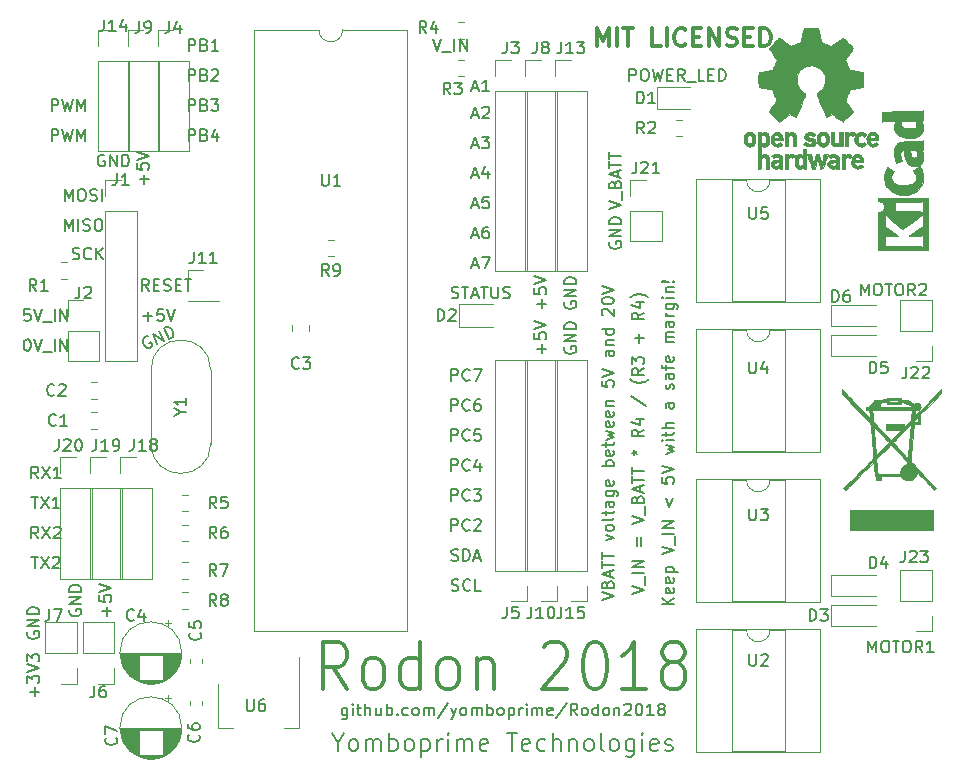
<source format=gto>
G04 #@! TF.GenerationSoftware,KiCad,Pcbnew,5.0.1-33cea8e~68~ubuntu18.04.1*
G04 #@! TF.CreationDate,2018-11-08T20:55:12+01:00*
G04 #@! TF.ProjectId,microcontrollerBoard,6D6963726F636F6E74726F6C6C657242,rev?*
G04 #@! TF.SameCoordinates,Original*
G04 #@! TF.FileFunction,Legend,Top*
G04 #@! TF.FilePolarity,Positive*
%FSLAX46Y46*%
G04 Gerber Fmt 4.6, Leading zero omitted, Abs format (unit mm)*
G04 Created by KiCad (PCBNEW 5.0.1-33cea8e~68~ubuntu18.04.1) date jue 08 nov 2018 20:55:12 CET*
%MOMM*%
%LPD*%
G01*
G04 APERTURE LIST*
%ADD10C,0.150000*%
%ADD11C,0.300000*%
%ADD12C,0.120000*%
%ADD13C,0.010000*%
G04 APERTURE END LIST*
D10*
X130627380Y-100661666D02*
X129627380Y-100661666D01*
X130627380Y-100090238D02*
X130055952Y-100518809D01*
X129627380Y-100090238D02*
X130198809Y-100661666D01*
X130579761Y-99280714D02*
X130627380Y-99375952D01*
X130627380Y-99566428D01*
X130579761Y-99661666D01*
X130484523Y-99709285D01*
X130103571Y-99709285D01*
X130008333Y-99661666D01*
X129960714Y-99566428D01*
X129960714Y-99375952D01*
X130008333Y-99280714D01*
X130103571Y-99233095D01*
X130198809Y-99233095D01*
X130294047Y-99709285D01*
X130579761Y-98423571D02*
X130627380Y-98518809D01*
X130627380Y-98709285D01*
X130579761Y-98804523D01*
X130484523Y-98852142D01*
X130103571Y-98852142D01*
X130008333Y-98804523D01*
X129960714Y-98709285D01*
X129960714Y-98518809D01*
X130008333Y-98423571D01*
X130103571Y-98375952D01*
X130198809Y-98375952D01*
X130294047Y-98852142D01*
X129960714Y-97947380D02*
X130960714Y-97947380D01*
X130008333Y-97947380D02*
X129960714Y-97852142D01*
X129960714Y-97661666D01*
X130008333Y-97566428D01*
X130055952Y-97518809D01*
X130151190Y-97471190D01*
X130436904Y-97471190D01*
X130532142Y-97518809D01*
X130579761Y-97566428D01*
X130627380Y-97661666D01*
X130627380Y-97852142D01*
X130579761Y-97947380D01*
X129627380Y-96423571D02*
X130627380Y-96090238D01*
X129627380Y-95756904D01*
X130722619Y-95661666D02*
X130722619Y-94899761D01*
X130627380Y-94661666D02*
X129627380Y-94661666D01*
X130627380Y-94185476D02*
X129627380Y-94185476D01*
X130627380Y-93614047D01*
X129627380Y-93614047D01*
X129960714Y-91614047D02*
X130246428Y-92375952D01*
X130532142Y-91614047D01*
X129627380Y-89899761D02*
X129627380Y-90375952D01*
X130103571Y-90423571D01*
X130055952Y-90375952D01*
X130008333Y-90280714D01*
X130008333Y-90042619D01*
X130055952Y-89947380D01*
X130103571Y-89899761D01*
X130198809Y-89852142D01*
X130436904Y-89852142D01*
X130532142Y-89899761D01*
X130579761Y-89947380D01*
X130627380Y-90042619D01*
X130627380Y-90280714D01*
X130579761Y-90375952D01*
X130532142Y-90423571D01*
X129627380Y-89566428D02*
X130627380Y-89233095D01*
X129627380Y-88899761D01*
X129960714Y-87899761D02*
X130627380Y-87709285D01*
X130151190Y-87518809D01*
X130627380Y-87328333D01*
X129960714Y-87137857D01*
X130627380Y-86756904D02*
X129960714Y-86756904D01*
X129627380Y-86756904D02*
X129675000Y-86804523D01*
X129722619Y-86756904D01*
X129675000Y-86709285D01*
X129627380Y-86756904D01*
X129722619Y-86756904D01*
X129960714Y-86423571D02*
X129960714Y-86042619D01*
X129627380Y-86280714D02*
X130484523Y-86280714D01*
X130579761Y-86233095D01*
X130627380Y-86137857D01*
X130627380Y-86042619D01*
X130627380Y-85709285D02*
X129627380Y-85709285D01*
X130627380Y-85280714D02*
X130103571Y-85280714D01*
X130008333Y-85328333D01*
X129960714Y-85423571D01*
X129960714Y-85566428D01*
X130008333Y-85661666D01*
X130055952Y-85709285D01*
X130627380Y-83614047D02*
X130103571Y-83614047D01*
X130008333Y-83661666D01*
X129960714Y-83756904D01*
X129960714Y-83947380D01*
X130008333Y-84042619D01*
X130579761Y-83614047D02*
X130627380Y-83709285D01*
X130627380Y-83947380D01*
X130579761Y-84042619D01*
X130484523Y-84090238D01*
X130389285Y-84090238D01*
X130294047Y-84042619D01*
X130246428Y-83947380D01*
X130246428Y-83709285D01*
X130198809Y-83614047D01*
X130579761Y-82423571D02*
X130627380Y-82328333D01*
X130627380Y-82137857D01*
X130579761Y-82042619D01*
X130484523Y-81995000D01*
X130436904Y-81995000D01*
X130341666Y-82042619D01*
X130294047Y-82137857D01*
X130294047Y-82280714D01*
X130246428Y-82375952D01*
X130151190Y-82423571D01*
X130103571Y-82423571D01*
X130008333Y-82375952D01*
X129960714Y-82280714D01*
X129960714Y-82137857D01*
X130008333Y-82042619D01*
X130627380Y-81137857D02*
X130103571Y-81137857D01*
X130008333Y-81185476D01*
X129960714Y-81280714D01*
X129960714Y-81471190D01*
X130008333Y-81566428D01*
X130579761Y-81137857D02*
X130627380Y-81233095D01*
X130627380Y-81471190D01*
X130579761Y-81566428D01*
X130484523Y-81614047D01*
X130389285Y-81614047D01*
X130294047Y-81566428D01*
X130246428Y-81471190D01*
X130246428Y-81233095D01*
X130198809Y-81137857D01*
X129960714Y-80804523D02*
X129960714Y-80423571D01*
X130627380Y-80661666D02*
X129770238Y-80661666D01*
X129675000Y-80614047D01*
X129627380Y-80518809D01*
X129627380Y-80423571D01*
X130579761Y-79709285D02*
X130627380Y-79804523D01*
X130627380Y-79995000D01*
X130579761Y-80090238D01*
X130484523Y-80137857D01*
X130103571Y-80137857D01*
X130008333Y-80090238D01*
X129960714Y-79995000D01*
X129960714Y-79804523D01*
X130008333Y-79709285D01*
X130103571Y-79661666D01*
X130198809Y-79661666D01*
X130294047Y-80137857D01*
X130627380Y-78471190D02*
X129960714Y-78471190D01*
X130055952Y-78471190D02*
X130008333Y-78423571D01*
X129960714Y-78328333D01*
X129960714Y-78185476D01*
X130008333Y-78090238D01*
X130103571Y-78042619D01*
X130627380Y-78042619D01*
X130103571Y-78042619D02*
X130008333Y-77995000D01*
X129960714Y-77899761D01*
X129960714Y-77756904D01*
X130008333Y-77661666D01*
X130103571Y-77614047D01*
X130627380Y-77614047D01*
X130627380Y-76709285D02*
X130103571Y-76709285D01*
X130008333Y-76756904D01*
X129960714Y-76852142D01*
X129960714Y-77042619D01*
X130008333Y-77137857D01*
X130579761Y-76709285D02*
X130627380Y-76804523D01*
X130627380Y-77042619D01*
X130579761Y-77137857D01*
X130484523Y-77185476D01*
X130389285Y-77185476D01*
X130294047Y-77137857D01*
X130246428Y-77042619D01*
X130246428Y-76804523D01*
X130198809Y-76709285D01*
X130627380Y-76233095D02*
X129960714Y-76233095D01*
X130151190Y-76233095D02*
X130055952Y-76185476D01*
X130008333Y-76137857D01*
X129960714Y-76042619D01*
X129960714Y-75947380D01*
X129960714Y-75185476D02*
X130770238Y-75185476D01*
X130865476Y-75233095D01*
X130913095Y-75280714D01*
X130960714Y-75375952D01*
X130960714Y-75518809D01*
X130913095Y-75614047D01*
X130579761Y-75185476D02*
X130627380Y-75280714D01*
X130627380Y-75471190D01*
X130579761Y-75566428D01*
X130532142Y-75614047D01*
X130436904Y-75661666D01*
X130151190Y-75661666D01*
X130055952Y-75614047D01*
X130008333Y-75566428D01*
X129960714Y-75471190D01*
X129960714Y-75280714D01*
X130008333Y-75185476D01*
X130627380Y-74709285D02*
X129960714Y-74709285D01*
X129627380Y-74709285D02*
X129675000Y-74756904D01*
X129722619Y-74709285D01*
X129675000Y-74661666D01*
X129627380Y-74709285D01*
X129722619Y-74709285D01*
X129960714Y-74233095D02*
X130627380Y-74233095D01*
X130055952Y-74233095D02*
X130008333Y-74185476D01*
X129960714Y-74090238D01*
X129960714Y-73947380D01*
X130008333Y-73852142D01*
X130103571Y-73804523D01*
X130627380Y-73804523D01*
X130532142Y-73328333D02*
X130579761Y-73280714D01*
X130627380Y-73328333D01*
X130579761Y-73375952D01*
X130532142Y-73328333D01*
X130627380Y-73328333D01*
X130246428Y-73328333D02*
X129675000Y-73375952D01*
X129627380Y-73328333D01*
X129675000Y-73280714D01*
X130246428Y-73328333D01*
X129627380Y-73328333D01*
X102990714Y-109386714D02*
X102990714Y-110196238D01*
X102943095Y-110291476D01*
X102895476Y-110339095D01*
X102800238Y-110386714D01*
X102657380Y-110386714D01*
X102562142Y-110339095D01*
X102990714Y-110005761D02*
X102895476Y-110053380D01*
X102705000Y-110053380D01*
X102609761Y-110005761D01*
X102562142Y-109958142D01*
X102514523Y-109862904D01*
X102514523Y-109577190D01*
X102562142Y-109481952D01*
X102609761Y-109434333D01*
X102705000Y-109386714D01*
X102895476Y-109386714D01*
X102990714Y-109434333D01*
X103466904Y-110053380D02*
X103466904Y-109386714D01*
X103466904Y-109053380D02*
X103419285Y-109101000D01*
X103466904Y-109148619D01*
X103514523Y-109101000D01*
X103466904Y-109053380D01*
X103466904Y-109148619D01*
X103800238Y-109386714D02*
X104181190Y-109386714D01*
X103943095Y-109053380D02*
X103943095Y-109910523D01*
X103990714Y-110005761D01*
X104085952Y-110053380D01*
X104181190Y-110053380D01*
X104514523Y-110053380D02*
X104514523Y-109053380D01*
X104943095Y-110053380D02*
X104943095Y-109529571D01*
X104895476Y-109434333D01*
X104800238Y-109386714D01*
X104657380Y-109386714D01*
X104562142Y-109434333D01*
X104514523Y-109481952D01*
X105847857Y-109386714D02*
X105847857Y-110053380D01*
X105419285Y-109386714D02*
X105419285Y-109910523D01*
X105466904Y-110005761D01*
X105562142Y-110053380D01*
X105705000Y-110053380D01*
X105800238Y-110005761D01*
X105847857Y-109958142D01*
X106324047Y-110053380D02*
X106324047Y-109053380D01*
X106324047Y-109434333D02*
X106419285Y-109386714D01*
X106609761Y-109386714D01*
X106705000Y-109434333D01*
X106752619Y-109481952D01*
X106800238Y-109577190D01*
X106800238Y-109862904D01*
X106752619Y-109958142D01*
X106705000Y-110005761D01*
X106609761Y-110053380D01*
X106419285Y-110053380D01*
X106324047Y-110005761D01*
X107228809Y-109958142D02*
X107276428Y-110005761D01*
X107228809Y-110053380D01*
X107181190Y-110005761D01*
X107228809Y-109958142D01*
X107228809Y-110053380D01*
X108133571Y-110005761D02*
X108038333Y-110053380D01*
X107847857Y-110053380D01*
X107752619Y-110005761D01*
X107704999Y-109958142D01*
X107657380Y-109862904D01*
X107657380Y-109577190D01*
X107704999Y-109481952D01*
X107752619Y-109434333D01*
X107847857Y-109386714D01*
X108038333Y-109386714D01*
X108133571Y-109434333D01*
X108704999Y-110053380D02*
X108609761Y-110005761D01*
X108562142Y-109958142D01*
X108514523Y-109862904D01*
X108514523Y-109577190D01*
X108562142Y-109481952D01*
X108609761Y-109434333D01*
X108704999Y-109386714D01*
X108847857Y-109386714D01*
X108943095Y-109434333D01*
X108990714Y-109481952D01*
X109038333Y-109577190D01*
X109038333Y-109862904D01*
X108990714Y-109958142D01*
X108943095Y-110005761D01*
X108847857Y-110053380D01*
X108704999Y-110053380D01*
X109466904Y-110053380D02*
X109466904Y-109386714D01*
X109466904Y-109481952D02*
X109514523Y-109434333D01*
X109609761Y-109386714D01*
X109752619Y-109386714D01*
X109847857Y-109434333D01*
X109895476Y-109529571D01*
X109895476Y-110053380D01*
X109895476Y-109529571D02*
X109943095Y-109434333D01*
X110038333Y-109386714D01*
X110181190Y-109386714D01*
X110276428Y-109434333D01*
X110324047Y-109529571D01*
X110324047Y-110053380D01*
X111514523Y-109005761D02*
X110657380Y-110291476D01*
X111752619Y-109386714D02*
X111990714Y-110053380D01*
X112228809Y-109386714D02*
X111990714Y-110053380D01*
X111895476Y-110291476D01*
X111847857Y-110339095D01*
X111752619Y-110386714D01*
X112752619Y-110053380D02*
X112657380Y-110005761D01*
X112609761Y-109958142D01*
X112562142Y-109862904D01*
X112562142Y-109577190D01*
X112609761Y-109481952D01*
X112657380Y-109434333D01*
X112752619Y-109386714D01*
X112895476Y-109386714D01*
X112990714Y-109434333D01*
X113038333Y-109481952D01*
X113085952Y-109577190D01*
X113085952Y-109862904D01*
X113038333Y-109958142D01*
X112990714Y-110005761D01*
X112895476Y-110053380D01*
X112752619Y-110053380D01*
X113514523Y-110053380D02*
X113514523Y-109386714D01*
X113514523Y-109481952D02*
X113562142Y-109434333D01*
X113657380Y-109386714D01*
X113800238Y-109386714D01*
X113895476Y-109434333D01*
X113943095Y-109529571D01*
X113943095Y-110053380D01*
X113943095Y-109529571D02*
X113990714Y-109434333D01*
X114085952Y-109386714D01*
X114228809Y-109386714D01*
X114324047Y-109434333D01*
X114371666Y-109529571D01*
X114371666Y-110053380D01*
X114847857Y-110053380D02*
X114847857Y-109053380D01*
X114847857Y-109434333D02*
X114943095Y-109386714D01*
X115133571Y-109386714D01*
X115228809Y-109434333D01*
X115276428Y-109481952D01*
X115324047Y-109577190D01*
X115324047Y-109862904D01*
X115276428Y-109958142D01*
X115228809Y-110005761D01*
X115133571Y-110053380D01*
X114943095Y-110053380D01*
X114847857Y-110005761D01*
X115895476Y-110053380D02*
X115800238Y-110005761D01*
X115752619Y-109958142D01*
X115704999Y-109862904D01*
X115704999Y-109577190D01*
X115752619Y-109481952D01*
X115800238Y-109434333D01*
X115895476Y-109386714D01*
X116038333Y-109386714D01*
X116133571Y-109434333D01*
X116181190Y-109481952D01*
X116228809Y-109577190D01*
X116228809Y-109862904D01*
X116181190Y-109958142D01*
X116133571Y-110005761D01*
X116038333Y-110053380D01*
X115895476Y-110053380D01*
X116657380Y-109386714D02*
X116657380Y-110386714D01*
X116657380Y-109434333D02*
X116752619Y-109386714D01*
X116943095Y-109386714D01*
X117038333Y-109434333D01*
X117085952Y-109481952D01*
X117133571Y-109577190D01*
X117133571Y-109862904D01*
X117085952Y-109958142D01*
X117038333Y-110005761D01*
X116943095Y-110053380D01*
X116752619Y-110053380D01*
X116657380Y-110005761D01*
X117562142Y-110053380D02*
X117562142Y-109386714D01*
X117562142Y-109577190D02*
X117609761Y-109481952D01*
X117657380Y-109434333D01*
X117752619Y-109386714D01*
X117847857Y-109386714D01*
X118181190Y-110053380D02*
X118181190Y-109386714D01*
X118181190Y-109053380D02*
X118133571Y-109101000D01*
X118181190Y-109148619D01*
X118228809Y-109101000D01*
X118181190Y-109053380D01*
X118181190Y-109148619D01*
X118657380Y-110053380D02*
X118657380Y-109386714D01*
X118657380Y-109481952D02*
X118704999Y-109434333D01*
X118800238Y-109386714D01*
X118943095Y-109386714D01*
X119038333Y-109434333D01*
X119085952Y-109529571D01*
X119085952Y-110053380D01*
X119085952Y-109529571D02*
X119133571Y-109434333D01*
X119228809Y-109386714D01*
X119371666Y-109386714D01*
X119466904Y-109434333D01*
X119514523Y-109529571D01*
X119514523Y-110053380D01*
X120371666Y-110005761D02*
X120276428Y-110053380D01*
X120085952Y-110053380D01*
X119990714Y-110005761D01*
X119943095Y-109910523D01*
X119943095Y-109529571D01*
X119990714Y-109434333D01*
X120085952Y-109386714D01*
X120276428Y-109386714D01*
X120371666Y-109434333D01*
X120419285Y-109529571D01*
X120419285Y-109624809D01*
X119943095Y-109720047D01*
X121562142Y-109005761D02*
X120705000Y-110291476D01*
X122466904Y-110053380D02*
X122133571Y-109577190D01*
X121895476Y-110053380D02*
X121895476Y-109053380D01*
X122276428Y-109053380D01*
X122371666Y-109101000D01*
X122419285Y-109148619D01*
X122466904Y-109243857D01*
X122466904Y-109386714D01*
X122419285Y-109481952D01*
X122371666Y-109529571D01*
X122276428Y-109577190D01*
X121895476Y-109577190D01*
X123038333Y-110053380D02*
X122943095Y-110005761D01*
X122895476Y-109958142D01*
X122847857Y-109862904D01*
X122847857Y-109577190D01*
X122895476Y-109481952D01*
X122943095Y-109434333D01*
X123038333Y-109386714D01*
X123181190Y-109386714D01*
X123276428Y-109434333D01*
X123324047Y-109481952D01*
X123371666Y-109577190D01*
X123371666Y-109862904D01*
X123324047Y-109958142D01*
X123276428Y-110005761D01*
X123181190Y-110053380D01*
X123038333Y-110053380D01*
X124228809Y-110053380D02*
X124228809Y-109053380D01*
X124228809Y-110005761D02*
X124133571Y-110053380D01*
X123943095Y-110053380D01*
X123847857Y-110005761D01*
X123800238Y-109958142D01*
X123752619Y-109862904D01*
X123752619Y-109577190D01*
X123800238Y-109481952D01*
X123847857Y-109434333D01*
X123943095Y-109386714D01*
X124133571Y-109386714D01*
X124228809Y-109434333D01*
X124847857Y-110053380D02*
X124752619Y-110005761D01*
X124704999Y-109958142D01*
X124657380Y-109862904D01*
X124657380Y-109577190D01*
X124704999Y-109481952D01*
X124752619Y-109434333D01*
X124847857Y-109386714D01*
X124990714Y-109386714D01*
X125085952Y-109434333D01*
X125133571Y-109481952D01*
X125181190Y-109577190D01*
X125181190Y-109862904D01*
X125133571Y-109958142D01*
X125085952Y-110005761D01*
X124990714Y-110053380D01*
X124847857Y-110053380D01*
X125609761Y-109386714D02*
X125609761Y-110053380D01*
X125609761Y-109481952D02*
X125657380Y-109434333D01*
X125752619Y-109386714D01*
X125895476Y-109386714D01*
X125990714Y-109434333D01*
X126038333Y-109529571D01*
X126038333Y-110053380D01*
X126466904Y-109148619D02*
X126514523Y-109101000D01*
X126609761Y-109053380D01*
X126847857Y-109053380D01*
X126943095Y-109101000D01*
X126990714Y-109148619D01*
X127038333Y-109243857D01*
X127038333Y-109339095D01*
X126990714Y-109481952D01*
X126419285Y-110053380D01*
X127038333Y-110053380D01*
X127657380Y-109053380D02*
X127752619Y-109053380D01*
X127847857Y-109101000D01*
X127895476Y-109148619D01*
X127943095Y-109243857D01*
X127990714Y-109434333D01*
X127990714Y-109672428D01*
X127943095Y-109862904D01*
X127895476Y-109958142D01*
X127847857Y-110005761D01*
X127752619Y-110053380D01*
X127657380Y-110053380D01*
X127562142Y-110005761D01*
X127514523Y-109958142D01*
X127466904Y-109862904D01*
X127419285Y-109672428D01*
X127419285Y-109434333D01*
X127466904Y-109243857D01*
X127514523Y-109148619D01*
X127562142Y-109101000D01*
X127657380Y-109053380D01*
X128943095Y-110053380D02*
X128371666Y-110053380D01*
X128657380Y-110053380D02*
X128657380Y-109053380D01*
X128562142Y-109196238D01*
X128466904Y-109291476D01*
X128371666Y-109339095D01*
X129514523Y-109481952D02*
X129419285Y-109434333D01*
X129371666Y-109386714D01*
X129324047Y-109291476D01*
X129324047Y-109243857D01*
X129371666Y-109148619D01*
X129419285Y-109101000D01*
X129514523Y-109053380D01*
X129704999Y-109053380D01*
X129800238Y-109101000D01*
X129847857Y-109148619D01*
X129895476Y-109243857D01*
X129895476Y-109291476D01*
X129847857Y-109386714D01*
X129800238Y-109434333D01*
X129704999Y-109481952D01*
X129514523Y-109481952D01*
X129419285Y-109529571D01*
X129371666Y-109577190D01*
X129324047Y-109672428D01*
X129324047Y-109862904D01*
X129371666Y-109958142D01*
X129419285Y-110005761D01*
X129514523Y-110053380D01*
X129704999Y-110053380D01*
X129800238Y-110005761D01*
X129847857Y-109958142D01*
X129895476Y-109862904D01*
X129895476Y-109672428D01*
X129847857Y-109577190D01*
X129800238Y-109529571D01*
X129704999Y-109481952D01*
X111791904Y-94432380D02*
X111791904Y-93432380D01*
X112172857Y-93432380D01*
X112268095Y-93480000D01*
X112315714Y-93527619D01*
X112363333Y-93622857D01*
X112363333Y-93765714D01*
X112315714Y-93860952D01*
X112268095Y-93908571D01*
X112172857Y-93956190D01*
X111791904Y-93956190D01*
X113363333Y-94337142D02*
X113315714Y-94384761D01*
X113172857Y-94432380D01*
X113077619Y-94432380D01*
X112934761Y-94384761D01*
X112839523Y-94289523D01*
X112791904Y-94194285D01*
X112744285Y-94003809D01*
X112744285Y-93860952D01*
X112791904Y-93670476D01*
X112839523Y-93575238D01*
X112934761Y-93480000D01*
X113077619Y-93432380D01*
X113172857Y-93432380D01*
X113315714Y-93480000D01*
X113363333Y-93527619D01*
X113744285Y-93527619D02*
X113791904Y-93480000D01*
X113887142Y-93432380D01*
X114125238Y-93432380D01*
X114220476Y-93480000D01*
X114268095Y-93527619D01*
X114315714Y-93622857D01*
X114315714Y-93718095D01*
X114268095Y-93860952D01*
X113696666Y-94432380D01*
X114315714Y-94432380D01*
X111791904Y-91892380D02*
X111791904Y-90892380D01*
X112172857Y-90892380D01*
X112268095Y-90940000D01*
X112315714Y-90987619D01*
X112363333Y-91082857D01*
X112363333Y-91225714D01*
X112315714Y-91320952D01*
X112268095Y-91368571D01*
X112172857Y-91416190D01*
X111791904Y-91416190D01*
X113363333Y-91797142D02*
X113315714Y-91844761D01*
X113172857Y-91892380D01*
X113077619Y-91892380D01*
X112934761Y-91844761D01*
X112839523Y-91749523D01*
X112791904Y-91654285D01*
X112744285Y-91463809D01*
X112744285Y-91320952D01*
X112791904Y-91130476D01*
X112839523Y-91035238D01*
X112934761Y-90940000D01*
X113077619Y-90892380D01*
X113172857Y-90892380D01*
X113315714Y-90940000D01*
X113363333Y-90987619D01*
X113696666Y-90892380D02*
X114315714Y-90892380D01*
X113982380Y-91273333D01*
X114125238Y-91273333D01*
X114220476Y-91320952D01*
X114268095Y-91368571D01*
X114315714Y-91463809D01*
X114315714Y-91701904D01*
X114268095Y-91797142D01*
X114220476Y-91844761D01*
X114125238Y-91892380D01*
X113839523Y-91892380D01*
X113744285Y-91844761D01*
X113696666Y-91797142D01*
X111791904Y-89352380D02*
X111791904Y-88352380D01*
X112172857Y-88352380D01*
X112268095Y-88400000D01*
X112315714Y-88447619D01*
X112363333Y-88542857D01*
X112363333Y-88685714D01*
X112315714Y-88780952D01*
X112268095Y-88828571D01*
X112172857Y-88876190D01*
X111791904Y-88876190D01*
X113363333Y-89257142D02*
X113315714Y-89304761D01*
X113172857Y-89352380D01*
X113077619Y-89352380D01*
X112934761Y-89304761D01*
X112839523Y-89209523D01*
X112791904Y-89114285D01*
X112744285Y-88923809D01*
X112744285Y-88780952D01*
X112791904Y-88590476D01*
X112839523Y-88495238D01*
X112934761Y-88400000D01*
X113077619Y-88352380D01*
X113172857Y-88352380D01*
X113315714Y-88400000D01*
X113363333Y-88447619D01*
X114220476Y-88685714D02*
X114220476Y-89352380D01*
X113982380Y-88304761D02*
X113744285Y-89019047D01*
X114363333Y-89019047D01*
X111791904Y-86812380D02*
X111791904Y-85812380D01*
X112172857Y-85812380D01*
X112268095Y-85860000D01*
X112315714Y-85907619D01*
X112363333Y-86002857D01*
X112363333Y-86145714D01*
X112315714Y-86240952D01*
X112268095Y-86288571D01*
X112172857Y-86336190D01*
X111791904Y-86336190D01*
X113363333Y-86717142D02*
X113315714Y-86764761D01*
X113172857Y-86812380D01*
X113077619Y-86812380D01*
X112934761Y-86764761D01*
X112839523Y-86669523D01*
X112791904Y-86574285D01*
X112744285Y-86383809D01*
X112744285Y-86240952D01*
X112791904Y-86050476D01*
X112839523Y-85955238D01*
X112934761Y-85860000D01*
X113077619Y-85812380D01*
X113172857Y-85812380D01*
X113315714Y-85860000D01*
X113363333Y-85907619D01*
X114268095Y-85812380D02*
X113791904Y-85812380D01*
X113744285Y-86288571D01*
X113791904Y-86240952D01*
X113887142Y-86193333D01*
X114125238Y-86193333D01*
X114220476Y-86240952D01*
X114268095Y-86288571D01*
X114315714Y-86383809D01*
X114315714Y-86621904D01*
X114268095Y-86717142D01*
X114220476Y-86764761D01*
X114125238Y-86812380D01*
X113887142Y-86812380D01*
X113791904Y-86764761D01*
X113744285Y-86717142D01*
X76525428Y-108441904D02*
X76525428Y-107680000D01*
X76906380Y-108060952D02*
X76144476Y-108060952D01*
X75906380Y-107299047D02*
X75906380Y-106680000D01*
X76287333Y-107013333D01*
X76287333Y-106870476D01*
X76334952Y-106775238D01*
X76382571Y-106727619D01*
X76477809Y-106680000D01*
X76715904Y-106680000D01*
X76811142Y-106727619D01*
X76858761Y-106775238D01*
X76906380Y-106870476D01*
X76906380Y-107156190D01*
X76858761Y-107251428D01*
X76811142Y-107299047D01*
X75906380Y-106394285D02*
X76906380Y-106060952D01*
X75906380Y-105727619D01*
X75906380Y-105489523D02*
X75906380Y-104870476D01*
X76287333Y-105203809D01*
X76287333Y-105060952D01*
X76334952Y-104965714D01*
X76382571Y-104918095D01*
X76477809Y-104870476D01*
X76715904Y-104870476D01*
X76811142Y-104918095D01*
X76858761Y-104965714D01*
X76906380Y-105060952D01*
X76906380Y-105346666D01*
X76858761Y-105441904D01*
X76811142Y-105489523D01*
X75954000Y-102996904D02*
X75906380Y-103092142D01*
X75906380Y-103235000D01*
X75954000Y-103377857D01*
X76049238Y-103473095D01*
X76144476Y-103520714D01*
X76334952Y-103568333D01*
X76477809Y-103568333D01*
X76668285Y-103520714D01*
X76763523Y-103473095D01*
X76858761Y-103377857D01*
X76906380Y-103235000D01*
X76906380Y-103139761D01*
X76858761Y-102996904D01*
X76811142Y-102949285D01*
X76477809Y-102949285D01*
X76477809Y-103139761D01*
X76906380Y-102520714D02*
X75906380Y-102520714D01*
X76906380Y-101949285D01*
X75906380Y-101949285D01*
X76906380Y-101473095D02*
X75906380Y-101473095D01*
X75906380Y-101235000D01*
X75954000Y-101092142D01*
X76049238Y-100996904D01*
X76144476Y-100949285D01*
X76334952Y-100901666D01*
X76477809Y-100901666D01*
X76668285Y-100949285D01*
X76763523Y-100996904D01*
X76858761Y-101092142D01*
X76906380Y-101235000D01*
X76906380Y-101473095D01*
X77970238Y-61412380D02*
X77970238Y-60412380D01*
X78351190Y-60412380D01*
X78446428Y-60460000D01*
X78494047Y-60507619D01*
X78541666Y-60602857D01*
X78541666Y-60745714D01*
X78494047Y-60840952D01*
X78446428Y-60888571D01*
X78351190Y-60936190D01*
X77970238Y-60936190D01*
X78875000Y-60412380D02*
X79113095Y-61412380D01*
X79303571Y-60698095D01*
X79494047Y-61412380D01*
X79732142Y-60412380D01*
X80113095Y-61412380D02*
X80113095Y-60412380D01*
X80446428Y-61126666D01*
X80779761Y-60412380D01*
X80779761Y-61412380D01*
X77970238Y-58872380D02*
X77970238Y-57872380D01*
X78351190Y-57872380D01*
X78446428Y-57920000D01*
X78494047Y-57967619D01*
X78541666Y-58062857D01*
X78541666Y-58205714D01*
X78494047Y-58300952D01*
X78446428Y-58348571D01*
X78351190Y-58396190D01*
X77970238Y-58396190D01*
X78875000Y-57872380D02*
X79113095Y-58872380D01*
X79303571Y-58158095D01*
X79494047Y-58872380D01*
X79732142Y-57872380D01*
X80113095Y-58872380D02*
X80113095Y-57872380D01*
X80446428Y-58586666D01*
X80779761Y-57872380D01*
X80779761Y-58872380D01*
X124547380Y-100280714D02*
X125547380Y-99947380D01*
X124547380Y-99614047D01*
X125023571Y-98947380D02*
X125071190Y-98804523D01*
X125118809Y-98756904D01*
X125214047Y-98709285D01*
X125356904Y-98709285D01*
X125452142Y-98756904D01*
X125499761Y-98804523D01*
X125547380Y-98899761D01*
X125547380Y-99280714D01*
X124547380Y-99280714D01*
X124547380Y-98947380D01*
X124595000Y-98852142D01*
X124642619Y-98804523D01*
X124737857Y-98756904D01*
X124833095Y-98756904D01*
X124928333Y-98804523D01*
X124975952Y-98852142D01*
X125023571Y-98947380D01*
X125023571Y-99280714D01*
X125261666Y-98328333D02*
X125261666Y-97852142D01*
X125547380Y-98423571D02*
X124547380Y-98090238D01*
X125547380Y-97756904D01*
X124547380Y-97566428D02*
X124547380Y-96995000D01*
X125547380Y-97280714D02*
X124547380Y-97280714D01*
X124547380Y-96804523D02*
X124547380Y-96233095D01*
X125547380Y-96518809D02*
X124547380Y-96518809D01*
X124880714Y-95233095D02*
X125547380Y-94995000D01*
X124880714Y-94756904D01*
X125547380Y-94233095D02*
X125499761Y-94328333D01*
X125452142Y-94375952D01*
X125356904Y-94423571D01*
X125071190Y-94423571D01*
X124975952Y-94375952D01*
X124928333Y-94328333D01*
X124880714Y-94233095D01*
X124880714Y-94090238D01*
X124928333Y-93995000D01*
X124975952Y-93947380D01*
X125071190Y-93899761D01*
X125356904Y-93899761D01*
X125452142Y-93947380D01*
X125499761Y-93995000D01*
X125547380Y-94090238D01*
X125547380Y-94233095D01*
X125547380Y-93328333D02*
X125499761Y-93423571D01*
X125404523Y-93471190D01*
X124547380Y-93471190D01*
X124880714Y-93090238D02*
X124880714Y-92709285D01*
X124547380Y-92947380D02*
X125404523Y-92947380D01*
X125499761Y-92899761D01*
X125547380Y-92804523D01*
X125547380Y-92709285D01*
X125547380Y-91947380D02*
X125023571Y-91947380D01*
X124928333Y-91995000D01*
X124880714Y-92090238D01*
X124880714Y-92280714D01*
X124928333Y-92375952D01*
X125499761Y-91947380D02*
X125547380Y-92042619D01*
X125547380Y-92280714D01*
X125499761Y-92375952D01*
X125404523Y-92423571D01*
X125309285Y-92423571D01*
X125214047Y-92375952D01*
X125166428Y-92280714D01*
X125166428Y-92042619D01*
X125118809Y-91947380D01*
X124880714Y-91042619D02*
X125690238Y-91042619D01*
X125785476Y-91090238D01*
X125833095Y-91137857D01*
X125880714Y-91233095D01*
X125880714Y-91375952D01*
X125833095Y-91471190D01*
X125499761Y-91042619D02*
X125547380Y-91137857D01*
X125547380Y-91328333D01*
X125499761Y-91423571D01*
X125452142Y-91471190D01*
X125356904Y-91518809D01*
X125071190Y-91518809D01*
X124975952Y-91471190D01*
X124928333Y-91423571D01*
X124880714Y-91328333D01*
X124880714Y-91137857D01*
X124928333Y-91042619D01*
X125499761Y-90185476D02*
X125547380Y-90280714D01*
X125547380Y-90471190D01*
X125499761Y-90566428D01*
X125404523Y-90614047D01*
X125023571Y-90614047D01*
X124928333Y-90566428D01*
X124880714Y-90471190D01*
X124880714Y-90280714D01*
X124928333Y-90185476D01*
X125023571Y-90137857D01*
X125118809Y-90137857D01*
X125214047Y-90614047D01*
X125547380Y-88947380D02*
X124547380Y-88947380D01*
X124928333Y-88947380D02*
X124880714Y-88852142D01*
X124880714Y-88661666D01*
X124928333Y-88566428D01*
X124975952Y-88518809D01*
X125071190Y-88471190D01*
X125356904Y-88471190D01*
X125452142Y-88518809D01*
X125499761Y-88566428D01*
X125547380Y-88661666D01*
X125547380Y-88852142D01*
X125499761Y-88947380D01*
X125499761Y-87661666D02*
X125547380Y-87756904D01*
X125547380Y-87947380D01*
X125499761Y-88042619D01*
X125404523Y-88090238D01*
X125023571Y-88090238D01*
X124928333Y-88042619D01*
X124880714Y-87947380D01*
X124880714Y-87756904D01*
X124928333Y-87661666D01*
X125023571Y-87614047D01*
X125118809Y-87614047D01*
X125214047Y-88090238D01*
X124880714Y-87328333D02*
X124880714Y-86947380D01*
X124547380Y-87185476D02*
X125404523Y-87185476D01*
X125499761Y-87137857D01*
X125547380Y-87042619D01*
X125547380Y-86947380D01*
X124880714Y-86709285D02*
X125547380Y-86518809D01*
X125071190Y-86328333D01*
X125547380Y-86137857D01*
X124880714Y-85947380D01*
X125499761Y-85185476D02*
X125547380Y-85280714D01*
X125547380Y-85471190D01*
X125499761Y-85566428D01*
X125404523Y-85614047D01*
X125023571Y-85614047D01*
X124928333Y-85566428D01*
X124880714Y-85471190D01*
X124880714Y-85280714D01*
X124928333Y-85185476D01*
X125023571Y-85137857D01*
X125118809Y-85137857D01*
X125214047Y-85614047D01*
X125499761Y-84328333D02*
X125547380Y-84423571D01*
X125547380Y-84614047D01*
X125499761Y-84709285D01*
X125404523Y-84756904D01*
X125023571Y-84756904D01*
X124928333Y-84709285D01*
X124880714Y-84614047D01*
X124880714Y-84423571D01*
X124928333Y-84328333D01*
X125023571Y-84280714D01*
X125118809Y-84280714D01*
X125214047Y-84756904D01*
X124880714Y-83852142D02*
X125547380Y-83852142D01*
X124975952Y-83852142D02*
X124928333Y-83804523D01*
X124880714Y-83709285D01*
X124880714Y-83566428D01*
X124928333Y-83471190D01*
X125023571Y-83423571D01*
X125547380Y-83423571D01*
X124547380Y-81709285D02*
X124547380Y-82185476D01*
X125023571Y-82233095D01*
X124975952Y-82185476D01*
X124928333Y-82090238D01*
X124928333Y-81852142D01*
X124975952Y-81756904D01*
X125023571Y-81709285D01*
X125118809Y-81661666D01*
X125356904Y-81661666D01*
X125452142Y-81709285D01*
X125499761Y-81756904D01*
X125547380Y-81852142D01*
X125547380Y-82090238D01*
X125499761Y-82185476D01*
X125452142Y-82233095D01*
X124547380Y-81375952D02*
X125547380Y-81042619D01*
X124547380Y-80709285D01*
X125547380Y-79185476D02*
X125023571Y-79185476D01*
X124928333Y-79233095D01*
X124880714Y-79328333D01*
X124880714Y-79518809D01*
X124928333Y-79614047D01*
X125499761Y-79185476D02*
X125547380Y-79280714D01*
X125547380Y-79518809D01*
X125499761Y-79614047D01*
X125404523Y-79661666D01*
X125309285Y-79661666D01*
X125214047Y-79614047D01*
X125166428Y-79518809D01*
X125166428Y-79280714D01*
X125118809Y-79185476D01*
X124880714Y-78709285D02*
X125547380Y-78709285D01*
X124975952Y-78709285D02*
X124928333Y-78661666D01*
X124880714Y-78566428D01*
X124880714Y-78423571D01*
X124928333Y-78328333D01*
X125023571Y-78280714D01*
X125547380Y-78280714D01*
X125547380Y-77375952D02*
X124547380Y-77375952D01*
X125499761Y-77375952D02*
X125547380Y-77471190D01*
X125547380Y-77661666D01*
X125499761Y-77756904D01*
X125452142Y-77804523D01*
X125356904Y-77852142D01*
X125071190Y-77852142D01*
X124975952Y-77804523D01*
X124928333Y-77756904D01*
X124880714Y-77661666D01*
X124880714Y-77471190D01*
X124928333Y-77375952D01*
X124642619Y-76185476D02*
X124595000Y-76137857D01*
X124547380Y-76042619D01*
X124547380Y-75804523D01*
X124595000Y-75709285D01*
X124642619Y-75661666D01*
X124737857Y-75614047D01*
X124833095Y-75614047D01*
X124975952Y-75661666D01*
X125547380Y-76233095D01*
X125547380Y-75614047D01*
X124547380Y-74995000D02*
X124547380Y-74899761D01*
X124595000Y-74804523D01*
X124642619Y-74756904D01*
X124737857Y-74709285D01*
X124928333Y-74661666D01*
X125166428Y-74661666D01*
X125356904Y-74709285D01*
X125452142Y-74756904D01*
X125499761Y-74804523D01*
X125547380Y-74899761D01*
X125547380Y-74995000D01*
X125499761Y-75090238D01*
X125452142Y-75137857D01*
X125356904Y-75185476D01*
X125166428Y-75233095D01*
X124928333Y-75233095D01*
X124737857Y-75185476D01*
X124642619Y-75137857D01*
X124595000Y-75090238D01*
X124547380Y-74995000D01*
X124547380Y-74375952D02*
X125547380Y-74042619D01*
X124547380Y-73709285D01*
X127087380Y-99756904D02*
X128087380Y-99423571D01*
X127087380Y-99090238D01*
X128182619Y-98995000D02*
X128182619Y-98233095D01*
X128087380Y-97995000D02*
X127087380Y-97995000D01*
X128087380Y-97518809D02*
X127087380Y-97518809D01*
X128087380Y-96947380D01*
X127087380Y-96947380D01*
X127563571Y-95709285D02*
X127563571Y-94947380D01*
X127849285Y-94947380D02*
X127849285Y-95709285D01*
X127087380Y-93852142D02*
X128087380Y-93518809D01*
X127087380Y-93185476D01*
X128182619Y-93090238D02*
X128182619Y-92328333D01*
X127563571Y-91756904D02*
X127611190Y-91614047D01*
X127658809Y-91566428D01*
X127754047Y-91518809D01*
X127896904Y-91518809D01*
X127992142Y-91566428D01*
X128039761Y-91614047D01*
X128087380Y-91709285D01*
X128087380Y-92090238D01*
X127087380Y-92090238D01*
X127087380Y-91756904D01*
X127135000Y-91661666D01*
X127182619Y-91614047D01*
X127277857Y-91566428D01*
X127373095Y-91566428D01*
X127468333Y-91614047D01*
X127515952Y-91661666D01*
X127563571Y-91756904D01*
X127563571Y-92090238D01*
X127801666Y-91137857D02*
X127801666Y-90661666D01*
X128087380Y-91233095D02*
X127087380Y-90899761D01*
X128087380Y-90566428D01*
X127087380Y-90375952D02*
X127087380Y-89804523D01*
X128087380Y-90090238D02*
X127087380Y-90090238D01*
X127087380Y-89614047D02*
X127087380Y-89042619D01*
X128087380Y-89328333D02*
X127087380Y-89328333D01*
X127087380Y-87804523D02*
X127325476Y-87804523D01*
X127230238Y-88042619D02*
X127325476Y-87804523D01*
X127230238Y-87566428D01*
X127515952Y-87947380D02*
X127325476Y-87804523D01*
X127515952Y-87661666D01*
X128087380Y-85852142D02*
X127611190Y-86185476D01*
X128087380Y-86423571D02*
X127087380Y-86423571D01*
X127087380Y-86042619D01*
X127135000Y-85947380D01*
X127182619Y-85899761D01*
X127277857Y-85852142D01*
X127420714Y-85852142D01*
X127515952Y-85899761D01*
X127563571Y-85947380D01*
X127611190Y-86042619D01*
X127611190Y-86423571D01*
X127420714Y-84995000D02*
X128087380Y-84995000D01*
X127039761Y-85233095D02*
X127754047Y-85471190D01*
X127754047Y-84852142D01*
X127039761Y-82995000D02*
X128325476Y-83852142D01*
X128468333Y-81614047D02*
X128420714Y-81661666D01*
X128277857Y-81756904D01*
X128182619Y-81804523D01*
X128039761Y-81852142D01*
X127801666Y-81899761D01*
X127611190Y-81899761D01*
X127373095Y-81852142D01*
X127230238Y-81804523D01*
X127135000Y-81756904D01*
X126992142Y-81661666D01*
X126944523Y-81614047D01*
X128087380Y-80661666D02*
X127611190Y-80995000D01*
X128087380Y-81233095D02*
X127087380Y-81233095D01*
X127087380Y-80852142D01*
X127135000Y-80756904D01*
X127182619Y-80709285D01*
X127277857Y-80661666D01*
X127420714Y-80661666D01*
X127515952Y-80709285D01*
X127563571Y-80756904D01*
X127611190Y-80852142D01*
X127611190Y-81233095D01*
X127087380Y-80328333D02*
X127087380Y-79709285D01*
X127468333Y-80042619D01*
X127468333Y-79899761D01*
X127515952Y-79804523D01*
X127563571Y-79756904D01*
X127658809Y-79709285D01*
X127896904Y-79709285D01*
X127992142Y-79756904D01*
X128039761Y-79804523D01*
X128087380Y-79899761D01*
X128087380Y-80185476D01*
X128039761Y-80280714D01*
X127992142Y-80328333D01*
X127706428Y-78518809D02*
X127706428Y-77756904D01*
X128087380Y-78137857D02*
X127325476Y-78137857D01*
X128087380Y-75947380D02*
X127611190Y-76280714D01*
X128087380Y-76518809D02*
X127087380Y-76518809D01*
X127087380Y-76137857D01*
X127135000Y-76042619D01*
X127182619Y-75995000D01*
X127277857Y-75947380D01*
X127420714Y-75947380D01*
X127515952Y-75995000D01*
X127563571Y-76042619D01*
X127611190Y-76137857D01*
X127611190Y-76518809D01*
X127420714Y-75090238D02*
X128087380Y-75090238D01*
X127039761Y-75328333D02*
X127754047Y-75566428D01*
X127754047Y-74947380D01*
X128468333Y-74661666D02*
X128420714Y-74614047D01*
X128277857Y-74518809D01*
X128182619Y-74471190D01*
X128039761Y-74423571D01*
X127801666Y-74375952D01*
X127611190Y-74375952D01*
X127373095Y-74423571D01*
X127230238Y-74471190D01*
X127135000Y-74518809D01*
X126992142Y-74614047D01*
X126944523Y-74661666D01*
X111791904Y-81732380D02*
X111791904Y-80732380D01*
X112172857Y-80732380D01*
X112268095Y-80780000D01*
X112315714Y-80827619D01*
X112363333Y-80922857D01*
X112363333Y-81065714D01*
X112315714Y-81160952D01*
X112268095Y-81208571D01*
X112172857Y-81256190D01*
X111791904Y-81256190D01*
X113363333Y-81637142D02*
X113315714Y-81684761D01*
X113172857Y-81732380D01*
X113077619Y-81732380D01*
X112934761Y-81684761D01*
X112839523Y-81589523D01*
X112791904Y-81494285D01*
X112744285Y-81303809D01*
X112744285Y-81160952D01*
X112791904Y-80970476D01*
X112839523Y-80875238D01*
X112934761Y-80780000D01*
X113077619Y-80732380D01*
X113172857Y-80732380D01*
X113315714Y-80780000D01*
X113363333Y-80827619D01*
X113696666Y-80732380D02*
X114363333Y-80732380D01*
X113934761Y-81732380D01*
X111791904Y-84272380D02*
X111791904Y-83272380D01*
X112172857Y-83272380D01*
X112268095Y-83320000D01*
X112315714Y-83367619D01*
X112363333Y-83462857D01*
X112363333Y-83605714D01*
X112315714Y-83700952D01*
X112268095Y-83748571D01*
X112172857Y-83796190D01*
X111791904Y-83796190D01*
X113363333Y-84177142D02*
X113315714Y-84224761D01*
X113172857Y-84272380D01*
X113077619Y-84272380D01*
X112934761Y-84224761D01*
X112839523Y-84129523D01*
X112791904Y-84034285D01*
X112744285Y-83843809D01*
X112744285Y-83700952D01*
X112791904Y-83510476D01*
X112839523Y-83415238D01*
X112934761Y-83320000D01*
X113077619Y-83272380D01*
X113172857Y-83272380D01*
X113315714Y-83320000D01*
X113363333Y-83367619D01*
X114220476Y-83272380D02*
X114030000Y-83272380D01*
X113934761Y-83320000D01*
X113887142Y-83367619D01*
X113791904Y-83510476D01*
X113744285Y-83700952D01*
X113744285Y-84081904D01*
X113791904Y-84177142D01*
X113839523Y-84224761D01*
X113934761Y-84272380D01*
X114125238Y-84272380D01*
X114220476Y-84224761D01*
X114268095Y-84177142D01*
X114315714Y-84081904D01*
X114315714Y-83843809D01*
X114268095Y-83748571D01*
X114220476Y-83700952D01*
X114125238Y-83653333D01*
X113934761Y-83653333D01*
X113839523Y-83700952D01*
X113791904Y-83748571D01*
X113744285Y-83843809D01*
X111815714Y-96924761D02*
X111958571Y-96972380D01*
X112196666Y-96972380D01*
X112291904Y-96924761D01*
X112339523Y-96877142D01*
X112387142Y-96781904D01*
X112387142Y-96686666D01*
X112339523Y-96591428D01*
X112291904Y-96543809D01*
X112196666Y-96496190D01*
X112006190Y-96448571D01*
X111910952Y-96400952D01*
X111863333Y-96353333D01*
X111815714Y-96258095D01*
X111815714Y-96162857D01*
X111863333Y-96067619D01*
X111910952Y-96020000D01*
X112006190Y-95972380D01*
X112244285Y-95972380D01*
X112387142Y-96020000D01*
X112815714Y-96972380D02*
X112815714Y-95972380D01*
X113053809Y-95972380D01*
X113196666Y-96020000D01*
X113291904Y-96115238D01*
X113339523Y-96210476D01*
X113387142Y-96400952D01*
X113387142Y-96543809D01*
X113339523Y-96734285D01*
X113291904Y-96829523D01*
X113196666Y-96924761D01*
X113053809Y-96972380D01*
X112815714Y-96972380D01*
X113768095Y-96686666D02*
X114244285Y-96686666D01*
X113672857Y-96972380D02*
X114006190Y-95972380D01*
X114339523Y-96972380D01*
X111839523Y-99464761D02*
X111982380Y-99512380D01*
X112220476Y-99512380D01*
X112315714Y-99464761D01*
X112363333Y-99417142D01*
X112410952Y-99321904D01*
X112410952Y-99226666D01*
X112363333Y-99131428D01*
X112315714Y-99083809D01*
X112220476Y-99036190D01*
X112030000Y-98988571D01*
X111934761Y-98940952D01*
X111887142Y-98893333D01*
X111839523Y-98798095D01*
X111839523Y-98702857D01*
X111887142Y-98607619D01*
X111934761Y-98560000D01*
X112030000Y-98512380D01*
X112268095Y-98512380D01*
X112410952Y-98560000D01*
X113410952Y-99417142D02*
X113363333Y-99464761D01*
X113220476Y-99512380D01*
X113125238Y-99512380D01*
X112982380Y-99464761D01*
X112887142Y-99369523D01*
X112839523Y-99274285D01*
X112791904Y-99083809D01*
X112791904Y-98940952D01*
X112839523Y-98750476D01*
X112887142Y-98655238D01*
X112982380Y-98560000D01*
X113125238Y-98512380D01*
X113220476Y-98512380D01*
X113363333Y-98560000D01*
X113410952Y-98607619D01*
X114315714Y-99512380D02*
X113839523Y-99512380D01*
X113839523Y-98512380D01*
D11*
X124123571Y-53383571D02*
X124123571Y-51883571D01*
X124623571Y-52955000D01*
X125123571Y-51883571D01*
X125123571Y-53383571D01*
X125837857Y-53383571D02*
X125837857Y-51883571D01*
X126337857Y-51883571D02*
X127195000Y-51883571D01*
X126766428Y-53383571D02*
X126766428Y-51883571D01*
X129552142Y-53383571D02*
X128837857Y-53383571D01*
X128837857Y-51883571D01*
X130052142Y-53383571D02*
X130052142Y-51883571D01*
X131623571Y-53240714D02*
X131552142Y-53312142D01*
X131337857Y-53383571D01*
X131195000Y-53383571D01*
X130980714Y-53312142D01*
X130837857Y-53169285D01*
X130766428Y-53026428D01*
X130695000Y-52740714D01*
X130695000Y-52526428D01*
X130766428Y-52240714D01*
X130837857Y-52097857D01*
X130980714Y-51955000D01*
X131195000Y-51883571D01*
X131337857Y-51883571D01*
X131552142Y-51955000D01*
X131623571Y-52026428D01*
X132266428Y-52597857D02*
X132766428Y-52597857D01*
X132980714Y-53383571D02*
X132266428Y-53383571D01*
X132266428Y-51883571D01*
X132980714Y-51883571D01*
X133623571Y-53383571D02*
X133623571Y-51883571D01*
X134480714Y-53383571D01*
X134480714Y-51883571D01*
X135123571Y-53312142D02*
X135337857Y-53383571D01*
X135695000Y-53383571D01*
X135837857Y-53312142D01*
X135909285Y-53240714D01*
X135980714Y-53097857D01*
X135980714Y-52955000D01*
X135909285Y-52812142D01*
X135837857Y-52740714D01*
X135695000Y-52669285D01*
X135409285Y-52597857D01*
X135266428Y-52526428D01*
X135195000Y-52455000D01*
X135123571Y-52312142D01*
X135123571Y-52169285D01*
X135195000Y-52026428D01*
X135266428Y-51955000D01*
X135409285Y-51883571D01*
X135766428Y-51883571D01*
X135980714Y-51955000D01*
X136623571Y-52597857D02*
X137123571Y-52597857D01*
X137337857Y-53383571D02*
X136623571Y-53383571D01*
X136623571Y-51883571D01*
X137337857Y-51883571D01*
X137980714Y-53383571D02*
X137980714Y-51883571D01*
X138337857Y-51883571D01*
X138552142Y-51955000D01*
X138695000Y-52097857D01*
X138766428Y-52240714D01*
X138837857Y-52526428D01*
X138837857Y-52740714D01*
X138766428Y-53026428D01*
X138695000Y-53169285D01*
X138552142Y-53312142D01*
X138337857Y-53383571D01*
X137980714Y-53383571D01*
D10*
X146486904Y-74493380D02*
X146486904Y-73493380D01*
X146820238Y-74207666D01*
X147153571Y-73493380D01*
X147153571Y-74493380D01*
X147820238Y-73493380D02*
X148010714Y-73493380D01*
X148105952Y-73541000D01*
X148201190Y-73636238D01*
X148248809Y-73826714D01*
X148248809Y-74160047D01*
X148201190Y-74350523D01*
X148105952Y-74445761D01*
X148010714Y-74493380D01*
X147820238Y-74493380D01*
X147725000Y-74445761D01*
X147629761Y-74350523D01*
X147582142Y-74160047D01*
X147582142Y-73826714D01*
X147629761Y-73636238D01*
X147725000Y-73541000D01*
X147820238Y-73493380D01*
X148534523Y-73493380D02*
X149105952Y-73493380D01*
X148820238Y-74493380D02*
X148820238Y-73493380D01*
X149629761Y-73493380D02*
X149820238Y-73493380D01*
X149915476Y-73541000D01*
X150010714Y-73636238D01*
X150058333Y-73826714D01*
X150058333Y-74160047D01*
X150010714Y-74350523D01*
X149915476Y-74445761D01*
X149820238Y-74493380D01*
X149629761Y-74493380D01*
X149534523Y-74445761D01*
X149439285Y-74350523D01*
X149391666Y-74160047D01*
X149391666Y-73826714D01*
X149439285Y-73636238D01*
X149534523Y-73541000D01*
X149629761Y-73493380D01*
X151058333Y-74493380D02*
X150725000Y-74017190D01*
X150486904Y-74493380D02*
X150486904Y-73493380D01*
X150867857Y-73493380D01*
X150963095Y-73541000D01*
X151010714Y-73588619D01*
X151058333Y-73683857D01*
X151058333Y-73826714D01*
X151010714Y-73921952D01*
X150963095Y-73969571D01*
X150867857Y-74017190D01*
X150486904Y-74017190D01*
X151439285Y-73588619D02*
X151486904Y-73541000D01*
X151582142Y-73493380D01*
X151820238Y-73493380D01*
X151915476Y-73541000D01*
X151963095Y-73588619D01*
X152010714Y-73683857D01*
X152010714Y-73779095D01*
X151963095Y-73921952D01*
X151391666Y-74493380D01*
X152010714Y-74493380D01*
X147121904Y-104719380D02*
X147121904Y-103719380D01*
X147455238Y-104433666D01*
X147788571Y-103719380D01*
X147788571Y-104719380D01*
X148455238Y-103719380D02*
X148645714Y-103719380D01*
X148740952Y-103767000D01*
X148836190Y-103862238D01*
X148883809Y-104052714D01*
X148883809Y-104386047D01*
X148836190Y-104576523D01*
X148740952Y-104671761D01*
X148645714Y-104719380D01*
X148455238Y-104719380D01*
X148360000Y-104671761D01*
X148264761Y-104576523D01*
X148217142Y-104386047D01*
X148217142Y-104052714D01*
X148264761Y-103862238D01*
X148360000Y-103767000D01*
X148455238Y-103719380D01*
X149169523Y-103719380D02*
X149740952Y-103719380D01*
X149455238Y-104719380D02*
X149455238Y-103719380D01*
X150264761Y-103719380D02*
X150455238Y-103719380D01*
X150550476Y-103767000D01*
X150645714Y-103862238D01*
X150693333Y-104052714D01*
X150693333Y-104386047D01*
X150645714Y-104576523D01*
X150550476Y-104671761D01*
X150455238Y-104719380D01*
X150264761Y-104719380D01*
X150169523Y-104671761D01*
X150074285Y-104576523D01*
X150026666Y-104386047D01*
X150026666Y-104052714D01*
X150074285Y-103862238D01*
X150169523Y-103767000D01*
X150264761Y-103719380D01*
X151693333Y-104719380D02*
X151360000Y-104243190D01*
X151121904Y-104719380D02*
X151121904Y-103719380D01*
X151502857Y-103719380D01*
X151598095Y-103767000D01*
X151645714Y-103814619D01*
X151693333Y-103909857D01*
X151693333Y-104052714D01*
X151645714Y-104147952D01*
X151598095Y-104195571D01*
X151502857Y-104243190D01*
X151121904Y-104243190D01*
X152645714Y-104719380D02*
X152074285Y-104719380D01*
X152360000Y-104719380D02*
X152360000Y-103719380D01*
X152264761Y-103862238D01*
X152169523Y-103957476D01*
X152074285Y-104005095D01*
X102205000Y-112359285D02*
X102205000Y-113073571D01*
X101705000Y-111573571D02*
X102205000Y-112359285D01*
X102705000Y-111573571D01*
X103419285Y-113073571D02*
X103276428Y-113002142D01*
X103205000Y-112930714D01*
X103133571Y-112787857D01*
X103133571Y-112359285D01*
X103205000Y-112216428D01*
X103276428Y-112145000D01*
X103419285Y-112073571D01*
X103633571Y-112073571D01*
X103776428Y-112145000D01*
X103847857Y-112216428D01*
X103919285Y-112359285D01*
X103919285Y-112787857D01*
X103847857Y-112930714D01*
X103776428Y-113002142D01*
X103633571Y-113073571D01*
X103419285Y-113073571D01*
X104562142Y-113073571D02*
X104562142Y-112073571D01*
X104562142Y-112216428D02*
X104633571Y-112145000D01*
X104776428Y-112073571D01*
X104990714Y-112073571D01*
X105133571Y-112145000D01*
X105205000Y-112287857D01*
X105205000Y-113073571D01*
X105205000Y-112287857D02*
X105276428Y-112145000D01*
X105419285Y-112073571D01*
X105633571Y-112073571D01*
X105776428Y-112145000D01*
X105847857Y-112287857D01*
X105847857Y-113073571D01*
X106562142Y-113073571D02*
X106562142Y-111573571D01*
X106562142Y-112145000D02*
X106705000Y-112073571D01*
X106990714Y-112073571D01*
X107133571Y-112145000D01*
X107205000Y-112216428D01*
X107276428Y-112359285D01*
X107276428Y-112787857D01*
X107205000Y-112930714D01*
X107133571Y-113002142D01*
X106990714Y-113073571D01*
X106705000Y-113073571D01*
X106562142Y-113002142D01*
X108133571Y-113073571D02*
X107990714Y-113002142D01*
X107919285Y-112930714D01*
X107847857Y-112787857D01*
X107847857Y-112359285D01*
X107919285Y-112216428D01*
X107990714Y-112145000D01*
X108133571Y-112073571D01*
X108347857Y-112073571D01*
X108490714Y-112145000D01*
X108562142Y-112216428D01*
X108633571Y-112359285D01*
X108633571Y-112787857D01*
X108562142Y-112930714D01*
X108490714Y-113002142D01*
X108347857Y-113073571D01*
X108133571Y-113073571D01*
X109276428Y-112073571D02*
X109276428Y-113573571D01*
X109276428Y-112145000D02*
X109419285Y-112073571D01*
X109705000Y-112073571D01*
X109847857Y-112145000D01*
X109919285Y-112216428D01*
X109990714Y-112359285D01*
X109990714Y-112787857D01*
X109919285Y-112930714D01*
X109847857Y-113002142D01*
X109705000Y-113073571D01*
X109419285Y-113073571D01*
X109276428Y-113002142D01*
X110633571Y-113073571D02*
X110633571Y-112073571D01*
X110633571Y-112359285D02*
X110705000Y-112216428D01*
X110776428Y-112145000D01*
X110919285Y-112073571D01*
X111062142Y-112073571D01*
X111562142Y-113073571D02*
X111562142Y-112073571D01*
X111562142Y-111573571D02*
X111490714Y-111645000D01*
X111562142Y-111716428D01*
X111633571Y-111645000D01*
X111562142Y-111573571D01*
X111562142Y-111716428D01*
X112276428Y-113073571D02*
X112276428Y-112073571D01*
X112276428Y-112216428D02*
X112347857Y-112145000D01*
X112490714Y-112073571D01*
X112705000Y-112073571D01*
X112847857Y-112145000D01*
X112919285Y-112287857D01*
X112919285Y-113073571D01*
X112919285Y-112287857D02*
X112990714Y-112145000D01*
X113133571Y-112073571D01*
X113347857Y-112073571D01*
X113490714Y-112145000D01*
X113562142Y-112287857D01*
X113562142Y-113073571D01*
X114847857Y-113002142D02*
X114705000Y-113073571D01*
X114419285Y-113073571D01*
X114276428Y-113002142D01*
X114205000Y-112859285D01*
X114205000Y-112287857D01*
X114276428Y-112145000D01*
X114419285Y-112073571D01*
X114705000Y-112073571D01*
X114847857Y-112145000D01*
X114919285Y-112287857D01*
X114919285Y-112430714D01*
X114205000Y-112573571D01*
X116490714Y-111573571D02*
X117347857Y-111573571D01*
X116919285Y-113073571D02*
X116919285Y-111573571D01*
X118419285Y-113002142D02*
X118276428Y-113073571D01*
X117990714Y-113073571D01*
X117847857Y-113002142D01*
X117776428Y-112859285D01*
X117776428Y-112287857D01*
X117847857Y-112145000D01*
X117990714Y-112073571D01*
X118276428Y-112073571D01*
X118419285Y-112145000D01*
X118490714Y-112287857D01*
X118490714Y-112430714D01*
X117776428Y-112573571D01*
X119776428Y-113002142D02*
X119633571Y-113073571D01*
X119347857Y-113073571D01*
X119205000Y-113002142D01*
X119133571Y-112930714D01*
X119062142Y-112787857D01*
X119062142Y-112359285D01*
X119133571Y-112216428D01*
X119205000Y-112145000D01*
X119347857Y-112073571D01*
X119633571Y-112073571D01*
X119776428Y-112145000D01*
X120419285Y-113073571D02*
X120419285Y-111573571D01*
X121062142Y-113073571D02*
X121062142Y-112287857D01*
X120990714Y-112145000D01*
X120847857Y-112073571D01*
X120633571Y-112073571D01*
X120490714Y-112145000D01*
X120419285Y-112216428D01*
X121776428Y-112073571D02*
X121776428Y-113073571D01*
X121776428Y-112216428D02*
X121847857Y-112145000D01*
X121990714Y-112073571D01*
X122205000Y-112073571D01*
X122347857Y-112145000D01*
X122419285Y-112287857D01*
X122419285Y-113073571D01*
X123347857Y-113073571D02*
X123205000Y-113002142D01*
X123133571Y-112930714D01*
X123062142Y-112787857D01*
X123062142Y-112359285D01*
X123133571Y-112216428D01*
X123205000Y-112145000D01*
X123347857Y-112073571D01*
X123562142Y-112073571D01*
X123705000Y-112145000D01*
X123776428Y-112216428D01*
X123847857Y-112359285D01*
X123847857Y-112787857D01*
X123776428Y-112930714D01*
X123705000Y-113002142D01*
X123562142Y-113073571D01*
X123347857Y-113073571D01*
X124705000Y-113073571D02*
X124562142Y-113002142D01*
X124490714Y-112859285D01*
X124490714Y-111573571D01*
X125490714Y-113073571D02*
X125347857Y-113002142D01*
X125276428Y-112930714D01*
X125205000Y-112787857D01*
X125205000Y-112359285D01*
X125276428Y-112216428D01*
X125347857Y-112145000D01*
X125490714Y-112073571D01*
X125705000Y-112073571D01*
X125847857Y-112145000D01*
X125919285Y-112216428D01*
X125990714Y-112359285D01*
X125990714Y-112787857D01*
X125919285Y-112930714D01*
X125847857Y-113002142D01*
X125705000Y-113073571D01*
X125490714Y-113073571D01*
X127276428Y-112073571D02*
X127276428Y-113287857D01*
X127205000Y-113430714D01*
X127133571Y-113502142D01*
X126990714Y-113573571D01*
X126776428Y-113573571D01*
X126633571Y-113502142D01*
X127276428Y-113002142D02*
X127133571Y-113073571D01*
X126847857Y-113073571D01*
X126705000Y-113002142D01*
X126633571Y-112930714D01*
X126562142Y-112787857D01*
X126562142Y-112359285D01*
X126633571Y-112216428D01*
X126705000Y-112145000D01*
X126847857Y-112073571D01*
X127133571Y-112073571D01*
X127276428Y-112145000D01*
X127990714Y-113073571D02*
X127990714Y-112073571D01*
X127990714Y-111573571D02*
X127919285Y-111645000D01*
X127990714Y-111716428D01*
X128062142Y-111645000D01*
X127990714Y-111573571D01*
X127990714Y-111716428D01*
X129276428Y-113002142D02*
X129133571Y-113073571D01*
X128847857Y-113073571D01*
X128705000Y-113002142D01*
X128633571Y-112859285D01*
X128633571Y-112287857D01*
X128705000Y-112145000D01*
X128847857Y-112073571D01*
X129133571Y-112073571D01*
X129276428Y-112145000D01*
X129347857Y-112287857D01*
X129347857Y-112430714D01*
X128633571Y-112573571D01*
X129919285Y-113002142D02*
X130062142Y-113073571D01*
X130347857Y-113073571D01*
X130490714Y-113002142D01*
X130562142Y-112859285D01*
X130562142Y-112787857D01*
X130490714Y-112645000D01*
X130347857Y-112573571D01*
X130133571Y-112573571D01*
X129990714Y-112502142D01*
X129919285Y-112359285D01*
X129919285Y-112287857D01*
X129990714Y-112145000D01*
X130133571Y-112073571D01*
X130347857Y-112073571D01*
X130490714Y-112145000D01*
D11*
X102955000Y-107854523D02*
X101788333Y-105949761D01*
X100955000Y-107854523D02*
X100955000Y-103854523D01*
X102288333Y-103854523D01*
X102621666Y-104045000D01*
X102788333Y-104235476D01*
X102955000Y-104616428D01*
X102955000Y-105187857D01*
X102788333Y-105568809D01*
X102621666Y-105759285D01*
X102288333Y-105949761D01*
X100955000Y-105949761D01*
X104955000Y-107854523D02*
X104621666Y-107664047D01*
X104455000Y-107473571D01*
X104288333Y-107092619D01*
X104288333Y-105949761D01*
X104455000Y-105568809D01*
X104621666Y-105378333D01*
X104955000Y-105187857D01*
X105455000Y-105187857D01*
X105788333Y-105378333D01*
X105955000Y-105568809D01*
X106121666Y-105949761D01*
X106121666Y-107092619D01*
X105955000Y-107473571D01*
X105788333Y-107664047D01*
X105455000Y-107854523D01*
X104955000Y-107854523D01*
X109121666Y-107854523D02*
X109121666Y-103854523D01*
X109121666Y-107664047D02*
X108788333Y-107854523D01*
X108121666Y-107854523D01*
X107788333Y-107664047D01*
X107621666Y-107473571D01*
X107455000Y-107092619D01*
X107455000Y-105949761D01*
X107621666Y-105568809D01*
X107788333Y-105378333D01*
X108121666Y-105187857D01*
X108788333Y-105187857D01*
X109121666Y-105378333D01*
X111288333Y-107854523D02*
X110955000Y-107664047D01*
X110788333Y-107473571D01*
X110621666Y-107092619D01*
X110621666Y-105949761D01*
X110788333Y-105568809D01*
X110955000Y-105378333D01*
X111288333Y-105187857D01*
X111788333Y-105187857D01*
X112121666Y-105378333D01*
X112288333Y-105568809D01*
X112455000Y-105949761D01*
X112455000Y-107092619D01*
X112288333Y-107473571D01*
X112121666Y-107664047D01*
X111788333Y-107854523D01*
X111288333Y-107854523D01*
X113955000Y-105187857D02*
X113955000Y-107854523D01*
X113955000Y-105568809D02*
X114121666Y-105378333D01*
X114455000Y-105187857D01*
X114955000Y-105187857D01*
X115288333Y-105378333D01*
X115455000Y-105759285D01*
X115455000Y-107854523D01*
X119621666Y-104235476D02*
X119788333Y-104045000D01*
X120121666Y-103854523D01*
X120955000Y-103854523D01*
X121288333Y-104045000D01*
X121455000Y-104235476D01*
X121621666Y-104616428D01*
X121621666Y-104997380D01*
X121455000Y-105568809D01*
X119455000Y-107854523D01*
X121621666Y-107854523D01*
X123788333Y-103854523D02*
X124121666Y-103854523D01*
X124455000Y-104045000D01*
X124621666Y-104235476D01*
X124788333Y-104616428D01*
X124955000Y-105378333D01*
X124955000Y-106330714D01*
X124788333Y-107092619D01*
X124621666Y-107473571D01*
X124455000Y-107664047D01*
X124121666Y-107854523D01*
X123788333Y-107854523D01*
X123455000Y-107664047D01*
X123288333Y-107473571D01*
X123121666Y-107092619D01*
X122955000Y-106330714D01*
X122955000Y-105378333D01*
X123121666Y-104616428D01*
X123288333Y-104235476D01*
X123455000Y-104045000D01*
X123788333Y-103854523D01*
X128288333Y-107854523D02*
X126288333Y-107854523D01*
X127288333Y-107854523D02*
X127288333Y-103854523D01*
X126955000Y-104425952D01*
X126621666Y-104806904D01*
X126288333Y-104997380D01*
X130288333Y-105568809D02*
X129955000Y-105378333D01*
X129788333Y-105187857D01*
X129621666Y-104806904D01*
X129621666Y-104616428D01*
X129788333Y-104235476D01*
X129955000Y-104045000D01*
X130288333Y-103854523D01*
X130955000Y-103854523D01*
X131288333Y-104045000D01*
X131455000Y-104235476D01*
X131621666Y-104616428D01*
X131621666Y-104806904D01*
X131455000Y-105187857D01*
X131288333Y-105378333D01*
X130955000Y-105568809D01*
X130288333Y-105568809D01*
X129955000Y-105759285D01*
X129788333Y-105949761D01*
X129621666Y-106330714D01*
X129621666Y-107092619D01*
X129788333Y-107473571D01*
X129955000Y-107664047D01*
X130288333Y-107854523D01*
X130955000Y-107854523D01*
X131288333Y-107664047D01*
X131455000Y-107473571D01*
X131621666Y-107092619D01*
X131621666Y-106330714D01*
X131455000Y-105949761D01*
X131288333Y-105759285D01*
X130955000Y-105568809D01*
D10*
X125230000Y-69976904D02*
X125182380Y-70072142D01*
X125182380Y-70215000D01*
X125230000Y-70357857D01*
X125325238Y-70453095D01*
X125420476Y-70500714D01*
X125610952Y-70548333D01*
X125753809Y-70548333D01*
X125944285Y-70500714D01*
X126039523Y-70453095D01*
X126134761Y-70357857D01*
X126182380Y-70215000D01*
X126182380Y-70119761D01*
X126134761Y-69976904D01*
X126087142Y-69929285D01*
X125753809Y-69929285D01*
X125753809Y-70119761D01*
X126182380Y-69500714D02*
X125182380Y-69500714D01*
X126182380Y-68929285D01*
X125182380Y-68929285D01*
X126182380Y-68453095D02*
X125182380Y-68453095D01*
X125182380Y-68215000D01*
X125230000Y-68072142D01*
X125325238Y-67976904D01*
X125420476Y-67929285D01*
X125610952Y-67881666D01*
X125753809Y-67881666D01*
X125944285Y-67929285D01*
X126039523Y-67976904D01*
X126134761Y-68072142D01*
X126182380Y-68215000D01*
X126182380Y-68453095D01*
X125182380Y-67174761D02*
X126182380Y-66841428D01*
X125182380Y-66508095D01*
X126277619Y-66412857D02*
X126277619Y-65650952D01*
X125658571Y-65079523D02*
X125706190Y-64936666D01*
X125753809Y-64889047D01*
X125849047Y-64841428D01*
X125991904Y-64841428D01*
X126087142Y-64889047D01*
X126134761Y-64936666D01*
X126182380Y-65031904D01*
X126182380Y-65412857D01*
X125182380Y-65412857D01*
X125182380Y-65079523D01*
X125230000Y-64984285D01*
X125277619Y-64936666D01*
X125372857Y-64889047D01*
X125468095Y-64889047D01*
X125563333Y-64936666D01*
X125610952Y-64984285D01*
X125658571Y-65079523D01*
X125658571Y-65412857D01*
X125896666Y-64460476D02*
X125896666Y-63984285D01*
X126182380Y-64555714D02*
X125182380Y-64222380D01*
X126182380Y-63889047D01*
X125182380Y-63698571D02*
X125182380Y-63127142D01*
X126182380Y-63412857D02*
X125182380Y-63412857D01*
X125182380Y-62936666D02*
X125182380Y-62365238D01*
X126182380Y-62650952D02*
X125182380Y-62650952D01*
X126889380Y-56332380D02*
X126889380Y-55332380D01*
X127270333Y-55332380D01*
X127365571Y-55380000D01*
X127413190Y-55427619D01*
X127460809Y-55522857D01*
X127460809Y-55665714D01*
X127413190Y-55760952D01*
X127365571Y-55808571D01*
X127270333Y-55856190D01*
X126889380Y-55856190D01*
X128079857Y-55332380D02*
X128270333Y-55332380D01*
X128365571Y-55380000D01*
X128460809Y-55475238D01*
X128508428Y-55665714D01*
X128508428Y-55999047D01*
X128460809Y-56189523D01*
X128365571Y-56284761D01*
X128270333Y-56332380D01*
X128079857Y-56332380D01*
X127984619Y-56284761D01*
X127889380Y-56189523D01*
X127841761Y-55999047D01*
X127841761Y-55665714D01*
X127889380Y-55475238D01*
X127984619Y-55380000D01*
X128079857Y-55332380D01*
X128841761Y-55332380D02*
X129079857Y-56332380D01*
X129270333Y-55618095D01*
X129460809Y-56332380D01*
X129698904Y-55332380D01*
X130079857Y-55808571D02*
X130413190Y-55808571D01*
X130556047Y-56332380D02*
X130079857Y-56332380D01*
X130079857Y-55332380D01*
X130556047Y-55332380D01*
X131556047Y-56332380D02*
X131222714Y-55856190D01*
X130984619Y-56332380D02*
X130984619Y-55332380D01*
X131365571Y-55332380D01*
X131460809Y-55380000D01*
X131508428Y-55427619D01*
X131556047Y-55522857D01*
X131556047Y-55665714D01*
X131508428Y-55760952D01*
X131460809Y-55808571D01*
X131365571Y-55856190D01*
X130984619Y-55856190D01*
X131746523Y-56427619D02*
X132508428Y-56427619D01*
X133222714Y-56332380D02*
X132746523Y-56332380D01*
X132746523Y-55332380D01*
X133556047Y-55808571D02*
X133889380Y-55808571D01*
X134032238Y-56332380D02*
X133556047Y-56332380D01*
X133556047Y-55332380D01*
X134032238Y-55332380D01*
X134460809Y-56332380D02*
X134460809Y-55332380D01*
X134698904Y-55332380D01*
X134841761Y-55380000D01*
X134937000Y-55475238D01*
X134984619Y-55570476D01*
X135032238Y-55760952D01*
X135032238Y-55903809D01*
X134984619Y-56094285D01*
X134937000Y-56189523D01*
X134841761Y-56284761D01*
X134698904Y-56332380D01*
X134460809Y-56332380D01*
X113585714Y-71921666D02*
X114061904Y-71921666D01*
X113490476Y-72207380D02*
X113823809Y-71207380D01*
X114157142Y-72207380D01*
X114395238Y-71207380D02*
X115061904Y-71207380D01*
X114633333Y-72207380D01*
X113585714Y-69381666D02*
X114061904Y-69381666D01*
X113490476Y-69667380D02*
X113823809Y-68667380D01*
X114157142Y-69667380D01*
X114919047Y-68667380D02*
X114728571Y-68667380D01*
X114633333Y-68715000D01*
X114585714Y-68762619D01*
X114490476Y-68905476D01*
X114442857Y-69095952D01*
X114442857Y-69476904D01*
X114490476Y-69572142D01*
X114538095Y-69619761D01*
X114633333Y-69667380D01*
X114823809Y-69667380D01*
X114919047Y-69619761D01*
X114966666Y-69572142D01*
X115014285Y-69476904D01*
X115014285Y-69238809D01*
X114966666Y-69143571D01*
X114919047Y-69095952D01*
X114823809Y-69048333D01*
X114633333Y-69048333D01*
X114538095Y-69095952D01*
X114490476Y-69143571D01*
X114442857Y-69238809D01*
X113585714Y-66841666D02*
X114061904Y-66841666D01*
X113490476Y-67127380D02*
X113823809Y-66127380D01*
X114157142Y-67127380D01*
X114966666Y-66127380D02*
X114490476Y-66127380D01*
X114442857Y-66603571D01*
X114490476Y-66555952D01*
X114585714Y-66508333D01*
X114823809Y-66508333D01*
X114919047Y-66555952D01*
X114966666Y-66603571D01*
X115014285Y-66698809D01*
X115014285Y-66936904D01*
X114966666Y-67032142D01*
X114919047Y-67079761D01*
X114823809Y-67127380D01*
X114585714Y-67127380D01*
X114490476Y-67079761D01*
X114442857Y-67032142D01*
X113585714Y-64301666D02*
X114061904Y-64301666D01*
X113490476Y-64587380D02*
X113823809Y-63587380D01*
X114157142Y-64587380D01*
X114919047Y-63920714D02*
X114919047Y-64587380D01*
X114680952Y-63539761D02*
X114442857Y-64254047D01*
X115061904Y-64254047D01*
X113585714Y-61761666D02*
X114061904Y-61761666D01*
X113490476Y-62047380D02*
X113823809Y-61047380D01*
X114157142Y-62047380D01*
X114395238Y-61047380D02*
X115014285Y-61047380D01*
X114680952Y-61428333D01*
X114823809Y-61428333D01*
X114919047Y-61475952D01*
X114966666Y-61523571D01*
X115014285Y-61618809D01*
X115014285Y-61856904D01*
X114966666Y-61952142D01*
X114919047Y-61999761D01*
X114823809Y-62047380D01*
X114538095Y-62047380D01*
X114442857Y-61999761D01*
X114395238Y-61952142D01*
X113585714Y-59221666D02*
X114061904Y-59221666D01*
X113490476Y-59507380D02*
X113823809Y-58507380D01*
X114157142Y-59507380D01*
X114442857Y-58602619D02*
X114490476Y-58555000D01*
X114585714Y-58507380D01*
X114823809Y-58507380D01*
X114919047Y-58555000D01*
X114966666Y-58602619D01*
X115014285Y-58697857D01*
X115014285Y-58793095D01*
X114966666Y-58935952D01*
X114395238Y-59507380D01*
X115014285Y-59507380D01*
X113585714Y-56935666D02*
X114061904Y-56935666D01*
X113490476Y-57221380D02*
X113823809Y-56221380D01*
X114157142Y-57221380D01*
X115014285Y-57221380D02*
X114442857Y-57221380D01*
X114728571Y-57221380D02*
X114728571Y-56221380D01*
X114633333Y-56364238D01*
X114538095Y-56459476D01*
X114442857Y-56507095D01*
X110283809Y-52792380D02*
X110617142Y-53792380D01*
X110950476Y-52792380D01*
X111045714Y-53887619D02*
X111807619Y-53887619D01*
X112045714Y-53792380D02*
X112045714Y-52792380D01*
X112521904Y-53792380D02*
X112521904Y-52792380D01*
X113093333Y-53792380D01*
X113093333Y-52792380D01*
X121420000Y-78866904D02*
X121372380Y-78962142D01*
X121372380Y-79105000D01*
X121420000Y-79247857D01*
X121515238Y-79343095D01*
X121610476Y-79390714D01*
X121800952Y-79438333D01*
X121943809Y-79438333D01*
X122134285Y-79390714D01*
X122229523Y-79343095D01*
X122324761Y-79247857D01*
X122372380Y-79105000D01*
X122372380Y-79009761D01*
X122324761Y-78866904D01*
X122277142Y-78819285D01*
X121943809Y-78819285D01*
X121943809Y-79009761D01*
X122372380Y-78390714D02*
X121372380Y-78390714D01*
X122372380Y-77819285D01*
X121372380Y-77819285D01*
X122372380Y-77343095D02*
X121372380Y-77343095D01*
X121372380Y-77105000D01*
X121420000Y-76962142D01*
X121515238Y-76866904D01*
X121610476Y-76819285D01*
X121800952Y-76771666D01*
X121943809Y-76771666D01*
X122134285Y-76819285D01*
X122229523Y-76866904D01*
X122324761Y-76962142D01*
X122372380Y-77105000D01*
X122372380Y-77343095D01*
X119451428Y-79390714D02*
X119451428Y-78628809D01*
X119832380Y-79009761D02*
X119070476Y-79009761D01*
X118832380Y-77676428D02*
X118832380Y-78152619D01*
X119308571Y-78200238D01*
X119260952Y-78152619D01*
X119213333Y-78057380D01*
X119213333Y-77819285D01*
X119260952Y-77724047D01*
X119308571Y-77676428D01*
X119403809Y-77628809D01*
X119641904Y-77628809D01*
X119737142Y-77676428D01*
X119784761Y-77724047D01*
X119832380Y-77819285D01*
X119832380Y-78057380D01*
X119784761Y-78152619D01*
X119737142Y-78200238D01*
X118832380Y-77343095D02*
X119832380Y-77009761D01*
X118832380Y-76676428D01*
X119451428Y-75580714D02*
X119451428Y-74818809D01*
X119832380Y-75199761D02*
X119070476Y-75199761D01*
X118832380Y-73866428D02*
X118832380Y-74342619D01*
X119308571Y-74390238D01*
X119260952Y-74342619D01*
X119213333Y-74247380D01*
X119213333Y-74009285D01*
X119260952Y-73914047D01*
X119308571Y-73866428D01*
X119403809Y-73818809D01*
X119641904Y-73818809D01*
X119737142Y-73866428D01*
X119784761Y-73914047D01*
X119832380Y-74009285D01*
X119832380Y-74247380D01*
X119784761Y-74342619D01*
X119737142Y-74390238D01*
X118832380Y-73533095D02*
X119832380Y-73199761D01*
X118832380Y-72866428D01*
X121420000Y-75056904D02*
X121372380Y-75152142D01*
X121372380Y-75295000D01*
X121420000Y-75437857D01*
X121515238Y-75533095D01*
X121610476Y-75580714D01*
X121800952Y-75628333D01*
X121943809Y-75628333D01*
X122134285Y-75580714D01*
X122229523Y-75533095D01*
X122324761Y-75437857D01*
X122372380Y-75295000D01*
X122372380Y-75199761D01*
X122324761Y-75056904D01*
X122277142Y-75009285D01*
X121943809Y-75009285D01*
X121943809Y-75199761D01*
X122372380Y-74580714D02*
X121372380Y-74580714D01*
X122372380Y-74009285D01*
X121372380Y-74009285D01*
X122372380Y-73533095D02*
X121372380Y-73533095D01*
X121372380Y-73295000D01*
X121420000Y-73152142D01*
X121515238Y-73056904D01*
X121610476Y-73009285D01*
X121800952Y-72961666D01*
X121943809Y-72961666D01*
X122134285Y-73009285D01*
X122229523Y-73056904D01*
X122324761Y-73152142D01*
X122372380Y-73295000D01*
X122372380Y-73533095D01*
X86093170Y-77973840D02*
X85986730Y-77970932D01*
X85857258Y-78031306D01*
X85747910Y-78134838D01*
X85701844Y-78261402D01*
X85698936Y-78367842D01*
X85736277Y-78560597D01*
X85796651Y-78690069D01*
X85920308Y-78842575D01*
X86003715Y-78908765D01*
X86130279Y-78954831D01*
X86279876Y-78937614D01*
X86366191Y-78897365D01*
X86475539Y-78793833D01*
X86498572Y-78730551D01*
X86357699Y-78428448D01*
X86185069Y-78508947D01*
X86927239Y-78635744D02*
X86504621Y-77729436D01*
X87445129Y-78394248D01*
X87022511Y-77487940D01*
X87876704Y-78193001D02*
X87454086Y-77286693D01*
X87669873Y-77186070D01*
X87819471Y-77168853D01*
X87946035Y-77214919D01*
X88029442Y-77281109D01*
X88153098Y-77433615D01*
X88213472Y-77563087D01*
X88250813Y-77755842D01*
X88247905Y-77862282D01*
X88201840Y-77988846D01*
X88092492Y-78092378D01*
X87876704Y-78193001D01*
X85709285Y-76271428D02*
X86471190Y-76271428D01*
X86090238Y-76652380D02*
X86090238Y-75890476D01*
X87423571Y-75652380D02*
X86947380Y-75652380D01*
X86899761Y-76128571D01*
X86947380Y-76080952D01*
X87042619Y-76033333D01*
X87280714Y-76033333D01*
X87375952Y-76080952D01*
X87423571Y-76128571D01*
X87471190Y-76223809D01*
X87471190Y-76461904D01*
X87423571Y-76557142D01*
X87375952Y-76604761D01*
X87280714Y-76652380D01*
X87042619Y-76652380D01*
X86947380Y-76604761D01*
X86899761Y-76557142D01*
X87756904Y-75652380D02*
X88090238Y-76652380D01*
X88423571Y-75652380D01*
X79073571Y-66492380D02*
X79073571Y-65492380D01*
X79406904Y-66206666D01*
X79740238Y-65492380D01*
X79740238Y-66492380D01*
X80406904Y-65492380D02*
X80597380Y-65492380D01*
X80692619Y-65540000D01*
X80787857Y-65635238D01*
X80835476Y-65825714D01*
X80835476Y-66159047D01*
X80787857Y-66349523D01*
X80692619Y-66444761D01*
X80597380Y-66492380D01*
X80406904Y-66492380D01*
X80311666Y-66444761D01*
X80216428Y-66349523D01*
X80168809Y-66159047D01*
X80168809Y-65825714D01*
X80216428Y-65635238D01*
X80311666Y-65540000D01*
X80406904Y-65492380D01*
X81216428Y-66444761D02*
X81359285Y-66492380D01*
X81597380Y-66492380D01*
X81692619Y-66444761D01*
X81740238Y-66397142D01*
X81787857Y-66301904D01*
X81787857Y-66206666D01*
X81740238Y-66111428D01*
X81692619Y-66063809D01*
X81597380Y-66016190D01*
X81406904Y-65968571D01*
X81311666Y-65920952D01*
X81264047Y-65873333D01*
X81216428Y-65778095D01*
X81216428Y-65682857D01*
X81264047Y-65587619D01*
X81311666Y-65540000D01*
X81406904Y-65492380D01*
X81645000Y-65492380D01*
X81787857Y-65540000D01*
X82216428Y-66492380D02*
X82216428Y-65492380D01*
X79073571Y-69032380D02*
X79073571Y-68032380D01*
X79406904Y-68746666D01*
X79740238Y-68032380D01*
X79740238Y-69032380D01*
X80216428Y-69032380D02*
X80216428Y-68032380D01*
X80645000Y-68984761D02*
X80787857Y-69032380D01*
X81025952Y-69032380D01*
X81121190Y-68984761D01*
X81168809Y-68937142D01*
X81216428Y-68841904D01*
X81216428Y-68746666D01*
X81168809Y-68651428D01*
X81121190Y-68603809D01*
X81025952Y-68556190D01*
X80835476Y-68508571D01*
X80740238Y-68460952D01*
X80692619Y-68413333D01*
X80645000Y-68318095D01*
X80645000Y-68222857D01*
X80692619Y-68127619D01*
X80740238Y-68080000D01*
X80835476Y-68032380D01*
X81073571Y-68032380D01*
X81216428Y-68080000D01*
X81835476Y-68032380D02*
X82025952Y-68032380D01*
X82121190Y-68080000D01*
X82216428Y-68175238D01*
X82264047Y-68365714D01*
X82264047Y-68699047D01*
X82216428Y-68889523D01*
X82121190Y-68984761D01*
X82025952Y-69032380D01*
X81835476Y-69032380D01*
X81740238Y-68984761D01*
X81645000Y-68889523D01*
X81597380Y-68699047D01*
X81597380Y-68365714D01*
X81645000Y-68175238D01*
X81740238Y-68080000D01*
X81835476Y-68032380D01*
X79740285Y-71397761D02*
X79883142Y-71445380D01*
X80121238Y-71445380D01*
X80216476Y-71397761D01*
X80264095Y-71350142D01*
X80311714Y-71254904D01*
X80311714Y-71159666D01*
X80264095Y-71064428D01*
X80216476Y-71016809D01*
X80121238Y-70969190D01*
X79930761Y-70921571D01*
X79835523Y-70873952D01*
X79787904Y-70826333D01*
X79740285Y-70731095D01*
X79740285Y-70635857D01*
X79787904Y-70540619D01*
X79835523Y-70493000D01*
X79930761Y-70445380D01*
X80168857Y-70445380D01*
X80311714Y-70493000D01*
X81311714Y-71350142D02*
X81264095Y-71397761D01*
X81121238Y-71445380D01*
X81026000Y-71445380D01*
X80883142Y-71397761D01*
X80787904Y-71302523D01*
X80740285Y-71207285D01*
X80692666Y-71016809D01*
X80692666Y-70873952D01*
X80740285Y-70683476D01*
X80787904Y-70588238D01*
X80883142Y-70493000D01*
X81026000Y-70445380D01*
X81121238Y-70445380D01*
X81264095Y-70493000D01*
X81311714Y-70540619D01*
X81740285Y-71445380D02*
X81740285Y-70445380D01*
X82311714Y-71445380D02*
X81883142Y-70873952D01*
X82311714Y-70445380D02*
X81740285Y-71016809D01*
X86177619Y-74112380D02*
X85844285Y-73636190D01*
X85606190Y-74112380D02*
X85606190Y-73112380D01*
X85987142Y-73112380D01*
X86082380Y-73160000D01*
X86130000Y-73207619D01*
X86177619Y-73302857D01*
X86177619Y-73445714D01*
X86130000Y-73540952D01*
X86082380Y-73588571D01*
X85987142Y-73636190D01*
X85606190Y-73636190D01*
X86606190Y-73588571D02*
X86939523Y-73588571D01*
X87082380Y-74112380D02*
X86606190Y-74112380D01*
X86606190Y-73112380D01*
X87082380Y-73112380D01*
X87463333Y-74064761D02*
X87606190Y-74112380D01*
X87844285Y-74112380D01*
X87939523Y-74064761D01*
X87987142Y-74017142D01*
X88034761Y-73921904D01*
X88034761Y-73826666D01*
X87987142Y-73731428D01*
X87939523Y-73683809D01*
X87844285Y-73636190D01*
X87653809Y-73588571D01*
X87558571Y-73540952D01*
X87510952Y-73493333D01*
X87463333Y-73398095D01*
X87463333Y-73302857D01*
X87510952Y-73207619D01*
X87558571Y-73160000D01*
X87653809Y-73112380D01*
X87891904Y-73112380D01*
X88034761Y-73160000D01*
X88463333Y-73588571D02*
X88796666Y-73588571D01*
X88939523Y-74112380D02*
X88463333Y-74112380D01*
X88463333Y-73112380D01*
X88939523Y-73112380D01*
X89225238Y-73112380D02*
X89796666Y-73112380D01*
X89510952Y-74112380D02*
X89510952Y-73112380D01*
X75850952Y-78192380D02*
X75946190Y-78192380D01*
X76041428Y-78240000D01*
X76089047Y-78287619D01*
X76136666Y-78382857D01*
X76184285Y-78573333D01*
X76184285Y-78811428D01*
X76136666Y-79001904D01*
X76089047Y-79097142D01*
X76041428Y-79144761D01*
X75946190Y-79192380D01*
X75850952Y-79192380D01*
X75755714Y-79144761D01*
X75708095Y-79097142D01*
X75660476Y-79001904D01*
X75612857Y-78811428D01*
X75612857Y-78573333D01*
X75660476Y-78382857D01*
X75708095Y-78287619D01*
X75755714Y-78240000D01*
X75850952Y-78192380D01*
X76470000Y-78192380D02*
X76803333Y-79192380D01*
X77136666Y-78192380D01*
X77231904Y-79287619D02*
X77993809Y-79287619D01*
X78231904Y-79192380D02*
X78231904Y-78192380D01*
X78708095Y-79192380D02*
X78708095Y-78192380D01*
X79279523Y-79192380D01*
X79279523Y-78192380D01*
X76136666Y-75652380D02*
X75660476Y-75652380D01*
X75612857Y-76128571D01*
X75660476Y-76080952D01*
X75755714Y-76033333D01*
X75993809Y-76033333D01*
X76089047Y-76080952D01*
X76136666Y-76128571D01*
X76184285Y-76223809D01*
X76184285Y-76461904D01*
X76136666Y-76557142D01*
X76089047Y-76604761D01*
X75993809Y-76652380D01*
X75755714Y-76652380D01*
X75660476Y-76604761D01*
X75612857Y-76557142D01*
X76470000Y-75652380D02*
X76803333Y-76652380D01*
X77136666Y-75652380D01*
X77231904Y-76747619D02*
X77993809Y-76747619D01*
X78231904Y-76652380D02*
X78231904Y-75652380D01*
X78708095Y-76652380D02*
X78708095Y-75652380D01*
X79279523Y-76652380D01*
X79279523Y-75652380D01*
X89566904Y-61412380D02*
X89566904Y-60412380D01*
X89947857Y-60412380D01*
X90043095Y-60460000D01*
X90090714Y-60507619D01*
X90138333Y-60602857D01*
X90138333Y-60745714D01*
X90090714Y-60840952D01*
X90043095Y-60888571D01*
X89947857Y-60936190D01*
X89566904Y-60936190D01*
X90900238Y-60888571D02*
X91043095Y-60936190D01*
X91090714Y-60983809D01*
X91138333Y-61079047D01*
X91138333Y-61221904D01*
X91090714Y-61317142D01*
X91043095Y-61364761D01*
X90947857Y-61412380D01*
X90566904Y-61412380D01*
X90566904Y-60412380D01*
X90900238Y-60412380D01*
X90995476Y-60460000D01*
X91043095Y-60507619D01*
X91090714Y-60602857D01*
X91090714Y-60698095D01*
X91043095Y-60793333D01*
X90995476Y-60840952D01*
X90900238Y-60888571D01*
X90566904Y-60888571D01*
X91995476Y-60745714D02*
X91995476Y-61412380D01*
X91757380Y-60364761D02*
X91519285Y-61079047D01*
X92138333Y-61079047D01*
X89566904Y-58872380D02*
X89566904Y-57872380D01*
X89947857Y-57872380D01*
X90043095Y-57920000D01*
X90090714Y-57967619D01*
X90138333Y-58062857D01*
X90138333Y-58205714D01*
X90090714Y-58300952D01*
X90043095Y-58348571D01*
X89947857Y-58396190D01*
X89566904Y-58396190D01*
X90900238Y-58348571D02*
X91043095Y-58396190D01*
X91090714Y-58443809D01*
X91138333Y-58539047D01*
X91138333Y-58681904D01*
X91090714Y-58777142D01*
X91043095Y-58824761D01*
X90947857Y-58872380D01*
X90566904Y-58872380D01*
X90566904Y-57872380D01*
X90900238Y-57872380D01*
X90995476Y-57920000D01*
X91043095Y-57967619D01*
X91090714Y-58062857D01*
X91090714Y-58158095D01*
X91043095Y-58253333D01*
X90995476Y-58300952D01*
X90900238Y-58348571D01*
X90566904Y-58348571D01*
X91471666Y-57872380D02*
X92090714Y-57872380D01*
X91757380Y-58253333D01*
X91900238Y-58253333D01*
X91995476Y-58300952D01*
X92043095Y-58348571D01*
X92090714Y-58443809D01*
X92090714Y-58681904D01*
X92043095Y-58777142D01*
X91995476Y-58824761D01*
X91900238Y-58872380D01*
X91614523Y-58872380D01*
X91519285Y-58824761D01*
X91471666Y-58777142D01*
X89566904Y-56332380D02*
X89566904Y-55332380D01*
X89947857Y-55332380D01*
X90043095Y-55380000D01*
X90090714Y-55427619D01*
X90138333Y-55522857D01*
X90138333Y-55665714D01*
X90090714Y-55760952D01*
X90043095Y-55808571D01*
X89947857Y-55856190D01*
X89566904Y-55856190D01*
X90900238Y-55808571D02*
X91043095Y-55856190D01*
X91090714Y-55903809D01*
X91138333Y-55999047D01*
X91138333Y-56141904D01*
X91090714Y-56237142D01*
X91043095Y-56284761D01*
X90947857Y-56332380D01*
X90566904Y-56332380D01*
X90566904Y-55332380D01*
X90900238Y-55332380D01*
X90995476Y-55380000D01*
X91043095Y-55427619D01*
X91090714Y-55522857D01*
X91090714Y-55618095D01*
X91043095Y-55713333D01*
X90995476Y-55760952D01*
X90900238Y-55808571D01*
X90566904Y-55808571D01*
X91519285Y-55427619D02*
X91566904Y-55380000D01*
X91662142Y-55332380D01*
X91900238Y-55332380D01*
X91995476Y-55380000D01*
X92043095Y-55427619D01*
X92090714Y-55522857D01*
X92090714Y-55618095D01*
X92043095Y-55760952D01*
X91471666Y-56332380D01*
X92090714Y-56332380D01*
X89566904Y-53792380D02*
X89566904Y-52792380D01*
X89947857Y-52792380D01*
X90043095Y-52840000D01*
X90090714Y-52887619D01*
X90138333Y-52982857D01*
X90138333Y-53125714D01*
X90090714Y-53220952D01*
X90043095Y-53268571D01*
X89947857Y-53316190D01*
X89566904Y-53316190D01*
X90900238Y-53268571D02*
X91043095Y-53316190D01*
X91090714Y-53363809D01*
X91138333Y-53459047D01*
X91138333Y-53601904D01*
X91090714Y-53697142D01*
X91043095Y-53744761D01*
X90947857Y-53792380D01*
X90566904Y-53792380D01*
X90566904Y-52792380D01*
X90900238Y-52792380D01*
X90995476Y-52840000D01*
X91043095Y-52887619D01*
X91090714Y-52982857D01*
X91090714Y-53078095D01*
X91043095Y-53173333D01*
X90995476Y-53220952D01*
X90900238Y-53268571D01*
X90566904Y-53268571D01*
X92090714Y-53792380D02*
X91519285Y-53792380D01*
X91805000Y-53792380D02*
X91805000Y-52792380D01*
X91709761Y-52935238D01*
X91614523Y-53030476D01*
X91519285Y-53078095D01*
X85796428Y-65039714D02*
X85796428Y-64277809D01*
X86177380Y-64658761D02*
X85415476Y-64658761D01*
X85177380Y-63325428D02*
X85177380Y-63801619D01*
X85653571Y-63849238D01*
X85605952Y-63801619D01*
X85558333Y-63706380D01*
X85558333Y-63468285D01*
X85605952Y-63373047D01*
X85653571Y-63325428D01*
X85748809Y-63277809D01*
X85986904Y-63277809D01*
X86082142Y-63325428D01*
X86129761Y-63373047D01*
X86177380Y-63468285D01*
X86177380Y-63706380D01*
X86129761Y-63801619D01*
X86082142Y-63849238D01*
X85177380Y-62992095D02*
X86177380Y-62658761D01*
X85177380Y-62325428D01*
X82423095Y-62619000D02*
X82327857Y-62571380D01*
X82185000Y-62571380D01*
X82042142Y-62619000D01*
X81946904Y-62714238D01*
X81899285Y-62809476D01*
X81851666Y-62999952D01*
X81851666Y-63142809D01*
X81899285Y-63333285D01*
X81946904Y-63428523D01*
X82042142Y-63523761D01*
X82185000Y-63571380D01*
X82280238Y-63571380D01*
X82423095Y-63523761D01*
X82470714Y-63476142D01*
X82470714Y-63142809D01*
X82280238Y-63142809D01*
X82899285Y-63571380D02*
X82899285Y-62571380D01*
X83470714Y-63571380D01*
X83470714Y-62571380D01*
X83946904Y-63571380D02*
X83946904Y-62571380D01*
X84185000Y-62571380D01*
X84327857Y-62619000D01*
X84423095Y-62714238D01*
X84470714Y-62809476D01*
X84518333Y-62999952D01*
X84518333Y-63142809D01*
X84470714Y-63333285D01*
X84423095Y-63428523D01*
X84327857Y-63523761D01*
X84185000Y-63571380D01*
X83946904Y-63571380D01*
X82621428Y-101615714D02*
X82621428Y-100853809D01*
X83002380Y-101234761D02*
X82240476Y-101234761D01*
X82002380Y-99901428D02*
X82002380Y-100377619D01*
X82478571Y-100425238D01*
X82430952Y-100377619D01*
X82383333Y-100282380D01*
X82383333Y-100044285D01*
X82430952Y-99949047D01*
X82478571Y-99901428D01*
X82573809Y-99853809D01*
X82811904Y-99853809D01*
X82907142Y-99901428D01*
X82954761Y-99949047D01*
X83002380Y-100044285D01*
X83002380Y-100282380D01*
X82954761Y-100377619D01*
X82907142Y-100425238D01*
X82002380Y-99568095D02*
X83002380Y-99234761D01*
X82002380Y-98901428D01*
X79510000Y-101091904D02*
X79462380Y-101187142D01*
X79462380Y-101330000D01*
X79510000Y-101472857D01*
X79605238Y-101568095D01*
X79700476Y-101615714D01*
X79890952Y-101663333D01*
X80033809Y-101663333D01*
X80224285Y-101615714D01*
X80319523Y-101568095D01*
X80414761Y-101472857D01*
X80462380Y-101330000D01*
X80462380Y-101234761D01*
X80414761Y-101091904D01*
X80367142Y-101044285D01*
X80033809Y-101044285D01*
X80033809Y-101234761D01*
X80462380Y-100615714D02*
X79462380Y-100615714D01*
X80462380Y-100044285D01*
X79462380Y-100044285D01*
X80462380Y-99568095D02*
X79462380Y-99568095D01*
X79462380Y-99330000D01*
X79510000Y-99187142D01*
X79605238Y-99091904D01*
X79700476Y-99044285D01*
X79890952Y-98996666D01*
X80033809Y-98996666D01*
X80224285Y-99044285D01*
X80319523Y-99091904D01*
X80414761Y-99187142D01*
X80462380Y-99330000D01*
X80462380Y-99568095D01*
X76231904Y-96607380D02*
X76803333Y-96607380D01*
X76517619Y-97607380D02*
X76517619Y-96607380D01*
X77041428Y-96607380D02*
X77708095Y-97607380D01*
X77708095Y-96607380D02*
X77041428Y-97607380D01*
X78041428Y-96702619D02*
X78089047Y-96655000D01*
X78184285Y-96607380D01*
X78422380Y-96607380D01*
X78517619Y-96655000D01*
X78565238Y-96702619D01*
X78612857Y-96797857D01*
X78612857Y-96893095D01*
X78565238Y-97035952D01*
X77993809Y-97607380D01*
X78612857Y-97607380D01*
X76827142Y-95067380D02*
X76493809Y-94591190D01*
X76255714Y-95067380D02*
X76255714Y-94067380D01*
X76636666Y-94067380D01*
X76731904Y-94115000D01*
X76779523Y-94162619D01*
X76827142Y-94257857D01*
X76827142Y-94400714D01*
X76779523Y-94495952D01*
X76731904Y-94543571D01*
X76636666Y-94591190D01*
X76255714Y-94591190D01*
X77160476Y-94067380D02*
X77827142Y-95067380D01*
X77827142Y-94067380D02*
X77160476Y-95067380D01*
X78160476Y-94162619D02*
X78208095Y-94115000D01*
X78303333Y-94067380D01*
X78541428Y-94067380D01*
X78636666Y-94115000D01*
X78684285Y-94162619D01*
X78731904Y-94257857D01*
X78731904Y-94353095D01*
X78684285Y-94495952D01*
X78112857Y-95067380D01*
X78731904Y-95067380D01*
X76231904Y-91527380D02*
X76803333Y-91527380D01*
X76517619Y-92527380D02*
X76517619Y-91527380D01*
X77041428Y-91527380D02*
X77708095Y-92527380D01*
X77708095Y-91527380D02*
X77041428Y-92527380D01*
X78612857Y-92527380D02*
X78041428Y-92527380D01*
X78327142Y-92527380D02*
X78327142Y-91527380D01*
X78231904Y-91670238D01*
X78136666Y-91765476D01*
X78041428Y-91813095D01*
X76827142Y-89987380D02*
X76493809Y-89511190D01*
X76255714Y-89987380D02*
X76255714Y-88987380D01*
X76636666Y-88987380D01*
X76731904Y-89035000D01*
X76779523Y-89082619D01*
X76827142Y-89177857D01*
X76827142Y-89320714D01*
X76779523Y-89415952D01*
X76731904Y-89463571D01*
X76636666Y-89511190D01*
X76255714Y-89511190D01*
X77160476Y-88987380D02*
X77827142Y-89987380D01*
X77827142Y-88987380D02*
X77160476Y-89987380D01*
X78731904Y-89987380D02*
X78160476Y-89987380D01*
X78446190Y-89987380D02*
X78446190Y-88987380D01*
X78350952Y-89130238D01*
X78255714Y-89225476D01*
X78160476Y-89273095D01*
X111823809Y-74699761D02*
X111966666Y-74747380D01*
X112204761Y-74747380D01*
X112300000Y-74699761D01*
X112347619Y-74652142D01*
X112395238Y-74556904D01*
X112395238Y-74461666D01*
X112347619Y-74366428D01*
X112300000Y-74318809D01*
X112204761Y-74271190D01*
X112014285Y-74223571D01*
X111919047Y-74175952D01*
X111871428Y-74128333D01*
X111823809Y-74033095D01*
X111823809Y-73937857D01*
X111871428Y-73842619D01*
X111919047Y-73795000D01*
X112014285Y-73747380D01*
X112252380Y-73747380D01*
X112395238Y-73795000D01*
X112680952Y-73747380D02*
X113252380Y-73747380D01*
X112966666Y-74747380D02*
X112966666Y-73747380D01*
X113538095Y-74461666D02*
X114014285Y-74461666D01*
X113442857Y-74747380D02*
X113776190Y-73747380D01*
X114109523Y-74747380D01*
X114300000Y-73747380D02*
X114871428Y-73747380D01*
X114585714Y-74747380D02*
X114585714Y-73747380D01*
X115204761Y-73747380D02*
X115204761Y-74556904D01*
X115252380Y-74652142D01*
X115300000Y-74699761D01*
X115395238Y-74747380D01*
X115585714Y-74747380D01*
X115680952Y-74699761D01*
X115728571Y-74652142D01*
X115776190Y-74556904D01*
X115776190Y-73747380D01*
X116204761Y-74699761D02*
X116347619Y-74747380D01*
X116585714Y-74747380D01*
X116680952Y-74699761D01*
X116728571Y-74652142D01*
X116776190Y-74556904D01*
X116776190Y-74461666D01*
X116728571Y-74366428D01*
X116680952Y-74318809D01*
X116585714Y-74271190D01*
X116395238Y-74223571D01*
X116300000Y-74175952D01*
X116252380Y-74128333D01*
X116204761Y-74033095D01*
X116204761Y-73937857D01*
X116252380Y-73842619D01*
X116300000Y-73795000D01*
X116395238Y-73747380D01*
X116633333Y-73747380D01*
X116776190Y-73795000D01*
D12*
G04 #@! TO.C,D3*
X143985000Y-102500000D02*
X147785000Y-102500000D01*
X143985000Y-100700000D02*
X143985000Y-102500000D01*
X147785000Y-100700000D02*
X143985000Y-100700000D01*
G04 #@! TO.C,D4*
X143985000Y-99960000D02*
X147785000Y-99960000D01*
X143985000Y-98160000D02*
X143985000Y-99960000D01*
X147785000Y-98160000D02*
X143985000Y-98160000D01*
G04 #@! TO.C,D5*
X143985000Y-79640000D02*
X147785000Y-79640000D01*
X143985000Y-77840000D02*
X143985000Y-79640000D01*
X147785000Y-77840000D02*
X143985000Y-77840000D01*
G04 #@! TO.C,D6*
X143985000Y-77100000D02*
X147785000Y-77100000D01*
X143985000Y-75300000D02*
X143985000Y-77100000D01*
X147785000Y-75300000D02*
X143985000Y-75300000D01*
G04 #@! TO.C,U4*
X138795000Y-77410000D02*
G75*
G02X136795000Y-77410000I-1000000J0D01*
G01*
X136795000Y-77410000D02*
X135545000Y-77410000D01*
X135545000Y-77410000D02*
X135545000Y-87690000D01*
X135545000Y-87690000D02*
X140045000Y-87690000D01*
X140045000Y-87690000D02*
X140045000Y-77410000D01*
X140045000Y-77410000D02*
X138795000Y-77410000D01*
X132545000Y-77350000D02*
X132545000Y-87750000D01*
X132545000Y-87750000D02*
X143045000Y-87750000D01*
X143045000Y-87750000D02*
X143045000Y-77350000D01*
X143045000Y-77350000D02*
X132545000Y-77350000D01*
G04 #@! TO.C,C1*
X81786252Y-84380000D02*
X81263748Y-84380000D01*
X81786252Y-85800000D02*
X81263748Y-85800000D01*
G04 #@! TO.C,C2*
X81786252Y-83260000D02*
X81263748Y-83260000D01*
X81786252Y-81840000D02*
X81263748Y-81840000D01*
G04 #@! TO.C,C3*
X99770000Y-76963748D02*
X99770000Y-77486252D01*
X98350000Y-76963748D02*
X98350000Y-77486252D01*
G04 #@! TO.C,D1*
X129195000Y-58745000D02*
X132055000Y-58745000D01*
X129195000Y-56825000D02*
X129195000Y-58745000D01*
X132055000Y-56825000D02*
X129195000Y-56825000D01*
G04 #@! TO.C,D2*
X115300000Y-75240000D02*
X112440000Y-75240000D01*
X112440000Y-75240000D02*
X112440000Y-77160000D01*
X112440000Y-77160000D02*
X115300000Y-77160000D01*
G04 #@! TO.C,J1*
X82490000Y-80070000D02*
X85150000Y-80070000D01*
X82490000Y-67310000D02*
X82490000Y-80070000D01*
X85150000Y-67310000D02*
X85150000Y-80070000D01*
X82490000Y-67310000D02*
X85150000Y-67310000D01*
X82490000Y-66040000D02*
X82490000Y-64710000D01*
X82490000Y-64710000D02*
X83820000Y-64710000D01*
G04 #@! TO.C,J2*
X79315000Y-74870000D02*
X80645000Y-74870000D01*
X79315000Y-76200000D02*
X79315000Y-74870000D01*
X79315000Y-77470000D02*
X81975000Y-77470000D01*
X81975000Y-77470000D02*
X81975000Y-80070000D01*
X79315000Y-77470000D02*
X79315000Y-80070000D01*
X79315000Y-80070000D02*
X81975000Y-80070000D01*
G04 #@! TO.C,J4*
X86935000Y-62290000D02*
X89595000Y-62290000D01*
X86935000Y-54610000D02*
X86935000Y-62290000D01*
X89595000Y-54610000D02*
X89595000Y-62290000D01*
X86935000Y-54610000D02*
X89595000Y-54610000D01*
X86935000Y-53340000D02*
X86935000Y-52010000D01*
X86935000Y-52010000D02*
X88265000Y-52010000D01*
G04 #@! TO.C,J9*
X84395000Y-52010000D02*
X85725000Y-52010000D01*
X84395000Y-53340000D02*
X84395000Y-52010000D01*
X84395000Y-54610000D02*
X87055000Y-54610000D01*
X87055000Y-54610000D02*
X87055000Y-62290000D01*
X84395000Y-54610000D02*
X84395000Y-62290000D01*
X84395000Y-62290000D02*
X87055000Y-62290000D01*
G04 #@! TO.C,J14*
X81855000Y-62290000D02*
X84515000Y-62290000D01*
X81855000Y-54610000D02*
X81855000Y-62290000D01*
X84515000Y-54610000D02*
X84515000Y-62290000D01*
X81855000Y-54610000D02*
X84515000Y-54610000D01*
X81855000Y-53340000D02*
X81855000Y-52010000D01*
X81855000Y-52010000D02*
X83185000Y-52010000D01*
G04 #@! TO.C,J18*
X83760000Y-88205000D02*
X85090000Y-88205000D01*
X83760000Y-89535000D02*
X83760000Y-88205000D01*
X83760000Y-90805000D02*
X86420000Y-90805000D01*
X86420000Y-90805000D02*
X86420000Y-98485000D01*
X83760000Y-90805000D02*
X83760000Y-98485000D01*
X83760000Y-98485000D02*
X86420000Y-98485000D01*
G04 #@! TO.C,J19*
X81220000Y-98485000D02*
X83880000Y-98485000D01*
X81220000Y-90805000D02*
X81220000Y-98485000D01*
X83880000Y-90805000D02*
X83880000Y-98485000D01*
X81220000Y-90805000D02*
X83880000Y-90805000D01*
X81220000Y-89535000D02*
X81220000Y-88205000D01*
X81220000Y-88205000D02*
X82550000Y-88205000D01*
G04 #@! TO.C,J20*
X78680000Y-88205000D02*
X80010000Y-88205000D01*
X78680000Y-89535000D02*
X78680000Y-88205000D01*
X78680000Y-90805000D02*
X81340000Y-90805000D01*
X81340000Y-90805000D02*
X81340000Y-98485000D01*
X78680000Y-90805000D02*
X78680000Y-98485000D01*
X78680000Y-98485000D02*
X81340000Y-98485000D01*
G04 #@! TO.C,J21*
X126940000Y-69910000D02*
X129600000Y-69910000D01*
X126940000Y-67310000D02*
X126940000Y-69910000D01*
X129600000Y-67310000D02*
X129600000Y-69910000D01*
X126940000Y-67310000D02*
X129600000Y-67310000D01*
X126940000Y-66040000D02*
X126940000Y-64710000D01*
X126940000Y-64710000D02*
X128270000Y-64710000D01*
G04 #@! TO.C,J22*
X152460000Y-74870000D02*
X149800000Y-74870000D01*
X152460000Y-77470000D02*
X152460000Y-74870000D01*
X149800000Y-77470000D02*
X149800000Y-74870000D01*
X152460000Y-77470000D02*
X149800000Y-77470000D01*
X152460000Y-78740000D02*
X152460000Y-80070000D01*
X152460000Y-80070000D02*
X151130000Y-80070000D01*
G04 #@! TO.C,J23*
X152460000Y-102930000D02*
X151130000Y-102930000D01*
X152460000Y-101600000D02*
X152460000Y-102930000D01*
X152460000Y-100330000D02*
X149800000Y-100330000D01*
X149800000Y-100330000D02*
X149800000Y-97730000D01*
X152460000Y-100330000D02*
X152460000Y-97730000D01*
X152460000Y-97730000D02*
X149800000Y-97730000D01*
G04 #@! TO.C,R1*
X79246252Y-73100000D02*
X78723748Y-73100000D01*
X79246252Y-71680000D02*
X78723748Y-71680000D01*
G04 #@! TO.C,R2*
X131316252Y-61035000D02*
X130793748Y-61035000D01*
X131316252Y-59615000D02*
X130793748Y-59615000D01*
G04 #@! TO.C,R3*
X112901252Y-55955000D02*
X112378748Y-55955000D01*
X112901252Y-54535000D02*
X112378748Y-54535000D01*
G04 #@! TO.C,R4*
X112378748Y-52780000D02*
X112901252Y-52780000D01*
X112378748Y-51360000D02*
X112901252Y-51360000D01*
G04 #@! TO.C,R5*
X89551252Y-91365000D02*
X89028748Y-91365000D01*
X89551252Y-92785000D02*
X89028748Y-92785000D01*
G04 #@! TO.C,R6*
X89551252Y-95325000D02*
X89028748Y-95325000D01*
X89551252Y-93905000D02*
X89028748Y-93905000D01*
G04 #@! TO.C,R7*
X89551252Y-98500000D02*
X89028748Y-98500000D01*
X89551252Y-97080000D02*
X89028748Y-97080000D01*
G04 #@! TO.C,R8*
X89551252Y-99620000D02*
X89028748Y-99620000D01*
X89551252Y-101040000D02*
X89028748Y-101040000D01*
G04 #@! TO.C,R9*
X101338748Y-71195000D02*
X101861252Y-71195000D01*
X101338748Y-69775000D02*
X101861252Y-69775000D01*
G04 #@! TO.C,U1*
X102600000Y-52010000D02*
G75*
G02X100600000Y-52010000I-1000000J0D01*
G01*
X100600000Y-52010000D02*
X95140000Y-52010000D01*
X95140000Y-52010000D02*
X95140000Y-102930000D01*
X95140000Y-102930000D02*
X108060000Y-102930000D01*
X108060000Y-102930000D02*
X108060000Y-52010000D01*
X108060000Y-52010000D02*
X102600000Y-52010000D01*
G04 #@! TO.C,Y1*
X86375000Y-87045000D02*
X86375000Y-80795000D01*
X91425000Y-87045000D02*
X91425000Y-80795000D01*
X91425000Y-87045000D02*
G75*
G02X86375000Y-87045000I-2525000J0D01*
G01*
X91425000Y-80795000D02*
G75*
G03X86375000Y-80795000I-2525000J0D01*
G01*
D13*
G04 #@! TO.C,REF\002A\002A*
G36*
X142986535Y-52418172D02*
X143099117Y-53015363D01*
X143514531Y-53186610D01*
X143929944Y-53357857D01*
X144428302Y-53018978D01*
X144567868Y-52924622D01*
X144694028Y-52840375D01*
X144800895Y-52770083D01*
X144882582Y-52717592D01*
X144933201Y-52686749D01*
X144946986Y-52680098D01*
X144971820Y-52697203D01*
X145024888Y-52744489D01*
X145100240Y-52815917D01*
X145191929Y-52905445D01*
X145294007Y-53007034D01*
X145400526Y-53114643D01*
X145505536Y-53222232D01*
X145603091Y-53323760D01*
X145687242Y-53413186D01*
X145752040Y-53484471D01*
X145791538Y-53531573D01*
X145800980Y-53547337D01*
X145787391Y-53576398D01*
X145749293Y-53640066D01*
X145690694Y-53732112D01*
X145615597Y-53846309D01*
X145528009Y-53976429D01*
X145477254Y-54050646D01*
X145384745Y-54186167D01*
X145302540Y-54308461D01*
X145234630Y-54411440D01*
X145185000Y-54489018D01*
X145157640Y-54535106D01*
X145153529Y-54544792D01*
X145162849Y-54572319D01*
X145188254Y-54636473D01*
X145225911Y-54728235D01*
X145271986Y-54838584D01*
X145322646Y-54958500D01*
X145374059Y-55078964D01*
X145422389Y-55190954D01*
X145463806Y-55285452D01*
X145494474Y-55353437D01*
X145510562Y-55385888D01*
X145511511Y-55387165D01*
X145536772Y-55393362D01*
X145604046Y-55407185D01*
X145706360Y-55427277D01*
X145836741Y-55452279D01*
X145988216Y-55480831D01*
X146076594Y-55497296D01*
X146238452Y-55528114D01*
X146384649Y-55557439D01*
X146507787Y-55583666D01*
X146600469Y-55605191D01*
X146655301Y-55620410D01*
X146666323Y-55625238D01*
X146677119Y-55657919D01*
X146685829Y-55731730D01*
X146692460Y-55838037D01*
X146697018Y-55968212D01*
X146699509Y-56113621D01*
X146699938Y-56265635D01*
X146698311Y-56415622D01*
X146694635Y-56554951D01*
X146688915Y-56674990D01*
X146681158Y-56767110D01*
X146671368Y-56822677D01*
X146665496Y-56834245D01*
X146630399Y-56848110D01*
X146556028Y-56867933D01*
X146452223Y-56891384D01*
X146328819Y-56916136D01*
X146285741Y-56924143D01*
X146078047Y-56962186D01*
X145913984Y-56992824D01*
X145788130Y-57017274D01*
X145695065Y-57036754D01*
X145629367Y-57052481D01*
X145585617Y-57065673D01*
X145558392Y-57077549D01*
X145542272Y-57089325D01*
X145540017Y-57091653D01*
X145517503Y-57129145D01*
X145483158Y-57202110D01*
X145440411Y-57301612D01*
X145392692Y-57418718D01*
X145343430Y-57544493D01*
X145296055Y-57670002D01*
X145253995Y-57786310D01*
X145220680Y-57884484D01*
X145199541Y-57955588D01*
X145194005Y-57990687D01*
X145194466Y-57991917D01*
X145213223Y-58020606D01*
X145255776Y-58083730D01*
X145317653Y-58174718D01*
X145394382Y-58287000D01*
X145481491Y-58414005D01*
X145506299Y-58450098D01*
X145594753Y-58580948D01*
X145672588Y-58700336D01*
X145735566Y-58801407D01*
X145779445Y-58877304D01*
X145799985Y-58921172D01*
X145800980Y-58926562D01*
X145783722Y-58954889D01*
X145736036Y-59011006D01*
X145664050Y-59088882D01*
X145573897Y-59182485D01*
X145471705Y-59285786D01*
X145363606Y-59392751D01*
X145255728Y-59497351D01*
X145154204Y-59593554D01*
X145065162Y-59675329D01*
X144994733Y-59736645D01*
X144949047Y-59771471D01*
X144936409Y-59777157D01*
X144906991Y-59763765D01*
X144846761Y-59727644D01*
X144765530Y-59674881D01*
X144703030Y-59632412D01*
X144589785Y-59554485D01*
X144455674Y-59462729D01*
X144321155Y-59371120D01*
X144248833Y-59322091D01*
X144004038Y-59156515D01*
X143798551Y-59267620D01*
X143704936Y-59316293D01*
X143625330Y-59354126D01*
X143571467Y-59375703D01*
X143557757Y-59378706D01*
X143541270Y-59356538D01*
X143508745Y-59293894D01*
X143462609Y-59196554D01*
X143405290Y-59070294D01*
X143339216Y-58920895D01*
X143266815Y-58754133D01*
X143190516Y-58575787D01*
X143112746Y-58391636D01*
X143035934Y-58207457D01*
X142962506Y-58029030D01*
X142894892Y-57862132D01*
X142835520Y-57712542D01*
X142786816Y-57586038D01*
X142751210Y-57488399D01*
X142731130Y-57425402D01*
X142727900Y-57403766D01*
X142753496Y-57376169D01*
X142809539Y-57331370D01*
X142884311Y-57278679D01*
X142890587Y-57274510D01*
X143083845Y-57119814D01*
X143239674Y-56939336D01*
X143356724Y-56738847D01*
X143433645Y-56524119D01*
X143469086Y-56300922D01*
X143461697Y-56075026D01*
X143410127Y-55852204D01*
X143313026Y-55638224D01*
X143284458Y-55591409D01*
X143135868Y-55402363D01*
X142960327Y-55250557D01*
X142763910Y-55136779D01*
X142552693Y-55061820D01*
X142332753Y-55026467D01*
X142110163Y-55031512D01*
X141891001Y-55077744D01*
X141681342Y-55165951D01*
X141487261Y-55296924D01*
X141427226Y-55350082D01*
X141274435Y-55516484D01*
X141163097Y-55691657D01*
X141086723Y-55888011D01*
X141044187Y-56082462D01*
X141033686Y-56301087D01*
X141068701Y-56520797D01*
X141145673Y-56734165D01*
X141261047Y-56933767D01*
X141411266Y-57112174D01*
X141592773Y-57261962D01*
X141616627Y-57277751D01*
X141692201Y-57329457D01*
X141749651Y-57374257D01*
X141777117Y-57402862D01*
X141777517Y-57403766D01*
X141771620Y-57434709D01*
X141748245Y-57504936D01*
X141709821Y-57608670D01*
X141658777Y-57740135D01*
X141597542Y-57893552D01*
X141528544Y-58063146D01*
X141454214Y-58243138D01*
X141376978Y-58427753D01*
X141299268Y-58611213D01*
X141223511Y-58787741D01*
X141152137Y-58951559D01*
X141087574Y-59096892D01*
X141032252Y-59217962D01*
X140988600Y-59308992D01*
X140959046Y-59364205D01*
X140947144Y-59378706D01*
X140910777Y-59367414D01*
X140842730Y-59337130D01*
X140754737Y-59293265D01*
X140706351Y-59267620D01*
X140500863Y-59156515D01*
X140256068Y-59322091D01*
X140131106Y-59406915D01*
X139994295Y-59500261D01*
X139866089Y-59588153D01*
X139801871Y-59632412D01*
X139711551Y-59693063D01*
X139635071Y-59741126D01*
X139582407Y-59770515D01*
X139565302Y-59776727D01*
X139540405Y-59759968D01*
X139485305Y-59713181D01*
X139405343Y-59641225D01*
X139305861Y-59548957D01*
X139192200Y-59441235D01*
X139120315Y-59372071D01*
X138994551Y-59248502D01*
X138885863Y-59137979D01*
X138798645Y-59045230D01*
X138737289Y-58974982D01*
X138706191Y-58931965D01*
X138703208Y-58923235D01*
X138717053Y-58890029D01*
X138755312Y-58822887D01*
X138813742Y-58728608D01*
X138888097Y-58613990D01*
X138974135Y-58485828D01*
X138998603Y-58450098D01*
X139087755Y-58320234D01*
X139167738Y-58203314D01*
X139234080Y-58105907D01*
X139282311Y-58034584D01*
X139307957Y-57995915D01*
X139310435Y-57991917D01*
X139306729Y-57961100D01*
X139287061Y-57893344D01*
X139254860Y-57797584D01*
X139213555Y-57682754D01*
X139166575Y-57557789D01*
X139117349Y-57431624D01*
X139069308Y-57313193D01*
X139025881Y-57211430D01*
X138990496Y-57135271D01*
X138966584Y-57093649D01*
X138964884Y-57091653D01*
X138950262Y-57079758D01*
X138925565Y-57067995D01*
X138885372Y-57055146D01*
X138824263Y-57039994D01*
X138736817Y-57021321D01*
X138617612Y-56997910D01*
X138461227Y-56968542D01*
X138262243Y-56932000D01*
X138219160Y-56924143D01*
X138091471Y-56899472D01*
X137980153Y-56875338D01*
X137895045Y-56854069D01*
X137845983Y-56837993D01*
X137839405Y-56834245D01*
X137828564Y-56801018D01*
X137819753Y-56726766D01*
X137812976Y-56620121D01*
X137808240Y-56489712D01*
X137805550Y-56344172D01*
X137804913Y-56192131D01*
X137806334Y-56042221D01*
X137809820Y-55903073D01*
X137815376Y-55783317D01*
X137823008Y-55691586D01*
X137832722Y-55636511D01*
X137838578Y-55625238D01*
X137871180Y-55613868D01*
X137945418Y-55595369D01*
X138053896Y-55571347D01*
X138189217Y-55543407D01*
X138343985Y-55513153D01*
X138428308Y-55497296D01*
X138588296Y-55467389D01*
X138730967Y-55440295D01*
X138849348Y-55417376D01*
X138936465Y-55399988D01*
X138985345Y-55389492D01*
X138993390Y-55387165D01*
X139006987Y-55360931D01*
X139035729Y-55297740D01*
X139075785Y-55206622D01*
X139123324Y-55096602D01*
X139174515Y-54976710D01*
X139225526Y-54855972D01*
X139272526Y-54743416D01*
X139311684Y-54648071D01*
X139339169Y-54578962D01*
X139351149Y-54545119D01*
X139351372Y-54543640D01*
X139337791Y-54516942D01*
X139299715Y-54455505D01*
X139241147Y-54365434D01*
X139166088Y-54252835D01*
X139078540Y-54123815D01*
X139027647Y-54049706D01*
X138934909Y-53913822D01*
X138852541Y-53790454D01*
X138784561Y-53685842D01*
X138734988Y-53606228D01*
X138707842Y-53557852D01*
X138703921Y-53547007D01*
X138720775Y-53521765D01*
X138767368Y-53467869D01*
X138837749Y-53391358D01*
X138925965Y-53298268D01*
X139026065Y-53194640D01*
X139132098Y-53086509D01*
X139238111Y-52979915D01*
X139338152Y-52880895D01*
X139426270Y-52795487D01*
X139496513Y-52729730D01*
X139542928Y-52689661D01*
X139558456Y-52680098D01*
X139583739Y-52693545D01*
X139644211Y-52731320D01*
X139733992Y-52789580D01*
X139847203Y-52864479D01*
X139977964Y-52952170D01*
X140076600Y-53018978D01*
X140574957Y-53357857D01*
X140990371Y-53186610D01*
X141405784Y-53015363D01*
X141518366Y-52418172D01*
X141630949Y-51820980D01*
X142873952Y-51820980D01*
X142986535Y-52418172D01*
X142986535Y-52418172D01*
G37*
X142986535Y-52418172D02*
X143099117Y-53015363D01*
X143514531Y-53186610D01*
X143929944Y-53357857D01*
X144428302Y-53018978D01*
X144567868Y-52924622D01*
X144694028Y-52840375D01*
X144800895Y-52770083D01*
X144882582Y-52717592D01*
X144933201Y-52686749D01*
X144946986Y-52680098D01*
X144971820Y-52697203D01*
X145024888Y-52744489D01*
X145100240Y-52815917D01*
X145191929Y-52905445D01*
X145294007Y-53007034D01*
X145400526Y-53114643D01*
X145505536Y-53222232D01*
X145603091Y-53323760D01*
X145687242Y-53413186D01*
X145752040Y-53484471D01*
X145791538Y-53531573D01*
X145800980Y-53547337D01*
X145787391Y-53576398D01*
X145749293Y-53640066D01*
X145690694Y-53732112D01*
X145615597Y-53846309D01*
X145528009Y-53976429D01*
X145477254Y-54050646D01*
X145384745Y-54186167D01*
X145302540Y-54308461D01*
X145234630Y-54411440D01*
X145185000Y-54489018D01*
X145157640Y-54535106D01*
X145153529Y-54544792D01*
X145162849Y-54572319D01*
X145188254Y-54636473D01*
X145225911Y-54728235D01*
X145271986Y-54838584D01*
X145322646Y-54958500D01*
X145374059Y-55078964D01*
X145422389Y-55190954D01*
X145463806Y-55285452D01*
X145494474Y-55353437D01*
X145510562Y-55385888D01*
X145511511Y-55387165D01*
X145536772Y-55393362D01*
X145604046Y-55407185D01*
X145706360Y-55427277D01*
X145836741Y-55452279D01*
X145988216Y-55480831D01*
X146076594Y-55497296D01*
X146238452Y-55528114D01*
X146384649Y-55557439D01*
X146507787Y-55583666D01*
X146600469Y-55605191D01*
X146655301Y-55620410D01*
X146666323Y-55625238D01*
X146677119Y-55657919D01*
X146685829Y-55731730D01*
X146692460Y-55838037D01*
X146697018Y-55968212D01*
X146699509Y-56113621D01*
X146699938Y-56265635D01*
X146698311Y-56415622D01*
X146694635Y-56554951D01*
X146688915Y-56674990D01*
X146681158Y-56767110D01*
X146671368Y-56822677D01*
X146665496Y-56834245D01*
X146630399Y-56848110D01*
X146556028Y-56867933D01*
X146452223Y-56891384D01*
X146328819Y-56916136D01*
X146285741Y-56924143D01*
X146078047Y-56962186D01*
X145913984Y-56992824D01*
X145788130Y-57017274D01*
X145695065Y-57036754D01*
X145629367Y-57052481D01*
X145585617Y-57065673D01*
X145558392Y-57077549D01*
X145542272Y-57089325D01*
X145540017Y-57091653D01*
X145517503Y-57129145D01*
X145483158Y-57202110D01*
X145440411Y-57301612D01*
X145392692Y-57418718D01*
X145343430Y-57544493D01*
X145296055Y-57670002D01*
X145253995Y-57786310D01*
X145220680Y-57884484D01*
X145199541Y-57955588D01*
X145194005Y-57990687D01*
X145194466Y-57991917D01*
X145213223Y-58020606D01*
X145255776Y-58083730D01*
X145317653Y-58174718D01*
X145394382Y-58287000D01*
X145481491Y-58414005D01*
X145506299Y-58450098D01*
X145594753Y-58580948D01*
X145672588Y-58700336D01*
X145735566Y-58801407D01*
X145779445Y-58877304D01*
X145799985Y-58921172D01*
X145800980Y-58926562D01*
X145783722Y-58954889D01*
X145736036Y-59011006D01*
X145664050Y-59088882D01*
X145573897Y-59182485D01*
X145471705Y-59285786D01*
X145363606Y-59392751D01*
X145255728Y-59497351D01*
X145154204Y-59593554D01*
X145065162Y-59675329D01*
X144994733Y-59736645D01*
X144949047Y-59771471D01*
X144936409Y-59777157D01*
X144906991Y-59763765D01*
X144846761Y-59727644D01*
X144765530Y-59674881D01*
X144703030Y-59632412D01*
X144589785Y-59554485D01*
X144455674Y-59462729D01*
X144321155Y-59371120D01*
X144248833Y-59322091D01*
X144004038Y-59156515D01*
X143798551Y-59267620D01*
X143704936Y-59316293D01*
X143625330Y-59354126D01*
X143571467Y-59375703D01*
X143557757Y-59378706D01*
X143541270Y-59356538D01*
X143508745Y-59293894D01*
X143462609Y-59196554D01*
X143405290Y-59070294D01*
X143339216Y-58920895D01*
X143266815Y-58754133D01*
X143190516Y-58575787D01*
X143112746Y-58391636D01*
X143035934Y-58207457D01*
X142962506Y-58029030D01*
X142894892Y-57862132D01*
X142835520Y-57712542D01*
X142786816Y-57586038D01*
X142751210Y-57488399D01*
X142731130Y-57425402D01*
X142727900Y-57403766D01*
X142753496Y-57376169D01*
X142809539Y-57331370D01*
X142884311Y-57278679D01*
X142890587Y-57274510D01*
X143083845Y-57119814D01*
X143239674Y-56939336D01*
X143356724Y-56738847D01*
X143433645Y-56524119D01*
X143469086Y-56300922D01*
X143461697Y-56075026D01*
X143410127Y-55852204D01*
X143313026Y-55638224D01*
X143284458Y-55591409D01*
X143135868Y-55402363D01*
X142960327Y-55250557D01*
X142763910Y-55136779D01*
X142552693Y-55061820D01*
X142332753Y-55026467D01*
X142110163Y-55031512D01*
X141891001Y-55077744D01*
X141681342Y-55165951D01*
X141487261Y-55296924D01*
X141427226Y-55350082D01*
X141274435Y-55516484D01*
X141163097Y-55691657D01*
X141086723Y-55888011D01*
X141044187Y-56082462D01*
X141033686Y-56301087D01*
X141068701Y-56520797D01*
X141145673Y-56734165D01*
X141261047Y-56933767D01*
X141411266Y-57112174D01*
X141592773Y-57261962D01*
X141616627Y-57277751D01*
X141692201Y-57329457D01*
X141749651Y-57374257D01*
X141777117Y-57402862D01*
X141777517Y-57403766D01*
X141771620Y-57434709D01*
X141748245Y-57504936D01*
X141709821Y-57608670D01*
X141658777Y-57740135D01*
X141597542Y-57893552D01*
X141528544Y-58063146D01*
X141454214Y-58243138D01*
X141376978Y-58427753D01*
X141299268Y-58611213D01*
X141223511Y-58787741D01*
X141152137Y-58951559D01*
X141087574Y-59096892D01*
X141032252Y-59217962D01*
X140988600Y-59308992D01*
X140959046Y-59364205D01*
X140947144Y-59378706D01*
X140910777Y-59367414D01*
X140842730Y-59337130D01*
X140754737Y-59293265D01*
X140706351Y-59267620D01*
X140500863Y-59156515D01*
X140256068Y-59322091D01*
X140131106Y-59406915D01*
X139994295Y-59500261D01*
X139866089Y-59588153D01*
X139801871Y-59632412D01*
X139711551Y-59693063D01*
X139635071Y-59741126D01*
X139582407Y-59770515D01*
X139565302Y-59776727D01*
X139540405Y-59759968D01*
X139485305Y-59713181D01*
X139405343Y-59641225D01*
X139305861Y-59548957D01*
X139192200Y-59441235D01*
X139120315Y-59372071D01*
X138994551Y-59248502D01*
X138885863Y-59137979D01*
X138798645Y-59045230D01*
X138737289Y-58974982D01*
X138706191Y-58931965D01*
X138703208Y-58923235D01*
X138717053Y-58890029D01*
X138755312Y-58822887D01*
X138813742Y-58728608D01*
X138888097Y-58613990D01*
X138974135Y-58485828D01*
X138998603Y-58450098D01*
X139087755Y-58320234D01*
X139167738Y-58203314D01*
X139234080Y-58105907D01*
X139282311Y-58034584D01*
X139307957Y-57995915D01*
X139310435Y-57991917D01*
X139306729Y-57961100D01*
X139287061Y-57893344D01*
X139254860Y-57797584D01*
X139213555Y-57682754D01*
X139166575Y-57557789D01*
X139117349Y-57431624D01*
X139069308Y-57313193D01*
X139025881Y-57211430D01*
X138990496Y-57135271D01*
X138966584Y-57093649D01*
X138964884Y-57091653D01*
X138950262Y-57079758D01*
X138925565Y-57067995D01*
X138885372Y-57055146D01*
X138824263Y-57039994D01*
X138736817Y-57021321D01*
X138617612Y-56997910D01*
X138461227Y-56968542D01*
X138262243Y-56932000D01*
X138219160Y-56924143D01*
X138091471Y-56899472D01*
X137980153Y-56875338D01*
X137895045Y-56854069D01*
X137845983Y-56837993D01*
X137839405Y-56834245D01*
X137828564Y-56801018D01*
X137819753Y-56726766D01*
X137812976Y-56620121D01*
X137808240Y-56489712D01*
X137805550Y-56344172D01*
X137804913Y-56192131D01*
X137806334Y-56042221D01*
X137809820Y-55903073D01*
X137815376Y-55783317D01*
X137823008Y-55691586D01*
X137832722Y-55636511D01*
X137838578Y-55625238D01*
X137871180Y-55613868D01*
X137945418Y-55595369D01*
X138053896Y-55571347D01*
X138189217Y-55543407D01*
X138343985Y-55513153D01*
X138428308Y-55497296D01*
X138588296Y-55467389D01*
X138730967Y-55440295D01*
X138849348Y-55417376D01*
X138936465Y-55399988D01*
X138985345Y-55389492D01*
X138993390Y-55387165D01*
X139006987Y-55360931D01*
X139035729Y-55297740D01*
X139075785Y-55206622D01*
X139123324Y-55096602D01*
X139174515Y-54976710D01*
X139225526Y-54855972D01*
X139272526Y-54743416D01*
X139311684Y-54648071D01*
X139339169Y-54578962D01*
X139351149Y-54545119D01*
X139351372Y-54543640D01*
X139337791Y-54516942D01*
X139299715Y-54455505D01*
X139241147Y-54365434D01*
X139166088Y-54252835D01*
X139078540Y-54123815D01*
X139027647Y-54049706D01*
X138934909Y-53913822D01*
X138852541Y-53790454D01*
X138784561Y-53685842D01*
X138734988Y-53606228D01*
X138707842Y-53557852D01*
X138703921Y-53547007D01*
X138720775Y-53521765D01*
X138767368Y-53467869D01*
X138837749Y-53391358D01*
X138925965Y-53298268D01*
X139026065Y-53194640D01*
X139132098Y-53086509D01*
X139238111Y-52979915D01*
X139338152Y-52880895D01*
X139426270Y-52795487D01*
X139496513Y-52729730D01*
X139542928Y-52689661D01*
X139558456Y-52680098D01*
X139583739Y-52693545D01*
X139644211Y-52731320D01*
X139733992Y-52789580D01*
X139847203Y-52864479D01*
X139977964Y-52952170D01*
X140076600Y-53018978D01*
X140574957Y-53357857D01*
X140990371Y-53186610D01*
X141405784Y-53015363D01*
X141518366Y-52418172D01*
X141630949Y-51820980D01*
X142873952Y-51820980D01*
X142986535Y-52418172D01*
G36*
X145803637Y-60672472D02*
X145889290Y-60698641D01*
X145944437Y-60731707D01*
X145962401Y-60757855D01*
X145957457Y-60788852D01*
X145925372Y-60837547D01*
X145898243Y-60872035D01*
X145842317Y-60934383D01*
X145800299Y-60960615D01*
X145764480Y-60958903D01*
X145658224Y-60931863D01*
X145580189Y-60933091D01*
X145516820Y-60963735D01*
X145495546Y-60981670D01*
X145427451Y-61044779D01*
X145427451Y-61868922D01*
X145153529Y-61868922D01*
X145153529Y-60673628D01*
X145290490Y-60673628D01*
X145372719Y-60676879D01*
X145415144Y-60688426D01*
X145427445Y-60710952D01*
X145427451Y-60711620D01*
X145433260Y-60735215D01*
X145459531Y-60732138D01*
X145495931Y-60715115D01*
X145571111Y-60683439D01*
X145632158Y-60664381D01*
X145710708Y-60659496D01*
X145803637Y-60672472D01*
X145803637Y-60672472D01*
G37*
X145803637Y-60672472D02*
X145889290Y-60698641D01*
X145944437Y-60731707D01*
X145962401Y-60757855D01*
X145957457Y-60788852D01*
X145925372Y-60837547D01*
X145898243Y-60872035D01*
X145842317Y-60934383D01*
X145800299Y-60960615D01*
X145764480Y-60958903D01*
X145658224Y-60931863D01*
X145580189Y-60933091D01*
X145516820Y-60963735D01*
X145495546Y-60981670D01*
X145427451Y-61044779D01*
X145427451Y-61868922D01*
X145153529Y-61868922D01*
X145153529Y-60673628D01*
X145290490Y-60673628D01*
X145372719Y-60676879D01*
X145415144Y-60688426D01*
X145427445Y-60710952D01*
X145427451Y-60711620D01*
X145433260Y-60735215D01*
X145459531Y-60732138D01*
X145495931Y-60715115D01*
X145571111Y-60683439D01*
X145632158Y-60664381D01*
X145710708Y-60659496D01*
X145803637Y-60672472D01*
G36*
X140746760Y-60694199D02*
X140808736Y-60723802D01*
X140868759Y-60766561D01*
X140914486Y-60815775D01*
X140947793Y-60878544D01*
X140970555Y-60961971D01*
X140984647Y-61073159D01*
X140991942Y-61219209D01*
X140994318Y-61407223D01*
X140994355Y-61426912D01*
X140994902Y-61868922D01*
X140720980Y-61868922D01*
X140720980Y-61461435D01*
X140720785Y-61310471D01*
X140719436Y-61201056D01*
X140715788Y-61124933D01*
X140708696Y-61073848D01*
X140697013Y-61039545D01*
X140679594Y-61013768D01*
X140655329Y-60988298D01*
X140570435Y-60933571D01*
X140477761Y-60923416D01*
X140389473Y-60958017D01*
X140358770Y-60983770D01*
X140336229Y-61007982D01*
X140320046Y-61033912D01*
X140309168Y-61069708D01*
X140302542Y-61123519D01*
X140299115Y-61203493D01*
X140297834Y-61317779D01*
X140297647Y-61456907D01*
X140297647Y-61868922D01*
X140023725Y-61868922D01*
X140023725Y-60673628D01*
X140160686Y-60673628D01*
X140242916Y-60676879D01*
X140285340Y-60688426D01*
X140297641Y-60710952D01*
X140297647Y-60711620D01*
X140303354Y-60733681D01*
X140328527Y-60731177D01*
X140378578Y-60706937D01*
X140492094Y-60671271D01*
X140621945Y-60667305D01*
X140746760Y-60694199D01*
X140746760Y-60694199D01*
G37*
X140746760Y-60694199D02*
X140808736Y-60723802D01*
X140868759Y-60766561D01*
X140914486Y-60815775D01*
X140947793Y-60878544D01*
X140970555Y-60961971D01*
X140984647Y-61073159D01*
X140991942Y-61219209D01*
X140994318Y-61407223D01*
X140994355Y-61426912D01*
X140994902Y-61868922D01*
X140720980Y-61868922D01*
X140720980Y-61461435D01*
X140720785Y-61310471D01*
X140719436Y-61201056D01*
X140715788Y-61124933D01*
X140708696Y-61073848D01*
X140697013Y-61039545D01*
X140679594Y-61013768D01*
X140655329Y-60988298D01*
X140570435Y-60933571D01*
X140477761Y-60923416D01*
X140389473Y-60958017D01*
X140358770Y-60983770D01*
X140336229Y-61007982D01*
X140320046Y-61033912D01*
X140309168Y-61069708D01*
X140302542Y-61123519D01*
X140299115Y-61203493D01*
X140297834Y-61317779D01*
X140297647Y-61456907D01*
X140297647Y-61868922D01*
X140023725Y-61868922D01*
X140023725Y-60673628D01*
X140160686Y-60673628D01*
X140242916Y-60676879D01*
X140285340Y-60688426D01*
X140297641Y-60710952D01*
X140297647Y-60711620D01*
X140303354Y-60733681D01*
X140328527Y-60731177D01*
X140378578Y-60706937D01*
X140492094Y-60671271D01*
X140621945Y-60667305D01*
X140746760Y-60694199D01*
G36*
X147543287Y-60669355D02*
X147607051Y-60684845D01*
X147729300Y-60741569D01*
X147833834Y-60828202D01*
X147906180Y-60932074D01*
X147916119Y-60955396D01*
X147929754Y-61016484D01*
X147939298Y-61106853D01*
X147942549Y-61198190D01*
X147942549Y-61370882D01*
X147581470Y-61370882D01*
X147432546Y-61371445D01*
X147327632Y-61374864D01*
X147260937Y-61383731D01*
X147226666Y-61400641D01*
X147219028Y-61428189D01*
X147232229Y-61468968D01*
X147255877Y-61516683D01*
X147321843Y-61596314D01*
X147413512Y-61635987D01*
X147525555Y-61634695D01*
X147652472Y-61591514D01*
X147762158Y-61538224D01*
X147853173Y-61610191D01*
X147944188Y-61682157D01*
X147858563Y-61761269D01*
X147744250Y-61836017D01*
X147603666Y-61881084D01*
X147452449Y-61893696D01*
X147306236Y-61871079D01*
X147282647Y-61863405D01*
X147154141Y-61796296D01*
X147058551Y-61696247D01*
X146993861Y-61560271D01*
X146958057Y-61385380D01*
X146957640Y-61381632D01*
X146954434Y-61191032D01*
X146967393Y-61123035D01*
X147220392Y-61123035D01*
X147243627Y-61133491D01*
X147306710Y-61141500D01*
X147399706Y-61146073D01*
X147458638Y-61146765D01*
X147568537Y-61146332D01*
X147637252Y-61143578D01*
X147673405Y-61136321D01*
X147685615Y-61122376D01*
X147682504Y-61099562D01*
X147679894Y-61090735D01*
X147635344Y-61007800D01*
X147565279Y-60940960D01*
X147503446Y-60911589D01*
X147421301Y-60913362D01*
X147338062Y-60949990D01*
X147268238Y-61010634D01*
X147226337Y-61084456D01*
X147220392Y-61123035D01*
X146967393Y-61123035D01*
X146986385Y-61023395D01*
X147049773Y-60882711D01*
X147140878Y-60772974D01*
X147255978Y-60698174D01*
X147391355Y-60662304D01*
X147543287Y-60669355D01*
X147543287Y-60669355D01*
G37*
X147543287Y-60669355D02*
X147607051Y-60684845D01*
X147729300Y-60741569D01*
X147833834Y-60828202D01*
X147906180Y-60932074D01*
X147916119Y-60955396D01*
X147929754Y-61016484D01*
X147939298Y-61106853D01*
X147942549Y-61198190D01*
X147942549Y-61370882D01*
X147581470Y-61370882D01*
X147432546Y-61371445D01*
X147327632Y-61374864D01*
X147260937Y-61383731D01*
X147226666Y-61400641D01*
X147219028Y-61428189D01*
X147232229Y-61468968D01*
X147255877Y-61516683D01*
X147321843Y-61596314D01*
X147413512Y-61635987D01*
X147525555Y-61634695D01*
X147652472Y-61591514D01*
X147762158Y-61538224D01*
X147853173Y-61610191D01*
X147944188Y-61682157D01*
X147858563Y-61761269D01*
X147744250Y-61836017D01*
X147603666Y-61881084D01*
X147452449Y-61893696D01*
X147306236Y-61871079D01*
X147282647Y-61863405D01*
X147154141Y-61796296D01*
X147058551Y-61696247D01*
X146993861Y-61560271D01*
X146958057Y-61385380D01*
X146957640Y-61381632D01*
X146954434Y-61191032D01*
X146967393Y-61123035D01*
X147220392Y-61123035D01*
X147243627Y-61133491D01*
X147306710Y-61141500D01*
X147399706Y-61146073D01*
X147458638Y-61146765D01*
X147568537Y-61146332D01*
X147637252Y-61143578D01*
X147673405Y-61136321D01*
X147685615Y-61122376D01*
X147682504Y-61099562D01*
X147679894Y-61090735D01*
X147635344Y-61007800D01*
X147565279Y-60940960D01*
X147503446Y-60911589D01*
X147421301Y-60913362D01*
X147338062Y-60949990D01*
X147268238Y-61010634D01*
X147226337Y-61084456D01*
X147220392Y-61123035D01*
X146967393Y-61123035D01*
X146986385Y-61023395D01*
X147049773Y-60882711D01*
X147140878Y-60772974D01*
X147255978Y-60698174D01*
X147391355Y-60662304D01*
X147543287Y-60669355D01*
G36*
X146630976Y-60684056D02*
X146775256Y-60745348D01*
X146820699Y-60775185D01*
X146878779Y-60821036D01*
X146915238Y-60857089D01*
X146921568Y-60868832D01*
X146903693Y-60894889D01*
X146857950Y-60939105D01*
X146821328Y-60969965D01*
X146721088Y-61050520D01*
X146641935Y-60983918D01*
X146580769Y-60940921D01*
X146521129Y-60926079D01*
X146452872Y-60929704D01*
X146344482Y-60956652D01*
X146269872Y-61012587D01*
X146224530Y-61103014D01*
X146203947Y-61233435D01*
X146203942Y-61233517D01*
X146205722Y-61379290D01*
X146233387Y-61486245D01*
X146288571Y-61559064D01*
X146326192Y-61583723D01*
X146426105Y-61614431D01*
X146532822Y-61614449D01*
X146625669Y-61584655D01*
X146647647Y-61570098D01*
X146702765Y-61532914D01*
X146745859Y-61526820D01*
X146792335Y-61554496D01*
X146843716Y-61604205D01*
X146925046Y-61688116D01*
X146834749Y-61762546D01*
X146695236Y-61846549D01*
X146537912Y-61887947D01*
X146373503Y-61884950D01*
X146265531Y-61857500D01*
X146139331Y-61789620D01*
X146038401Y-61682831D01*
X145992548Y-61607451D01*
X145955410Y-61499297D01*
X145936827Y-61362318D01*
X145936684Y-61213864D01*
X145954865Y-61071281D01*
X145991255Y-60951918D01*
X145996987Y-60939680D01*
X146081865Y-60819655D01*
X146196782Y-60732267D01*
X146332659Y-60679329D01*
X146480417Y-60662654D01*
X146630976Y-60684056D01*
X146630976Y-60684056D01*
G37*
X146630976Y-60684056D02*
X146775256Y-60745348D01*
X146820699Y-60775185D01*
X146878779Y-60821036D01*
X146915238Y-60857089D01*
X146921568Y-60868832D01*
X146903693Y-60894889D01*
X146857950Y-60939105D01*
X146821328Y-60969965D01*
X146721088Y-61050520D01*
X146641935Y-60983918D01*
X146580769Y-60940921D01*
X146521129Y-60926079D01*
X146452872Y-60929704D01*
X146344482Y-60956652D01*
X146269872Y-61012587D01*
X146224530Y-61103014D01*
X146203947Y-61233435D01*
X146203942Y-61233517D01*
X146205722Y-61379290D01*
X146233387Y-61486245D01*
X146288571Y-61559064D01*
X146326192Y-61583723D01*
X146426105Y-61614431D01*
X146532822Y-61614449D01*
X146625669Y-61584655D01*
X146647647Y-61570098D01*
X146702765Y-61532914D01*
X146745859Y-61526820D01*
X146792335Y-61554496D01*
X146843716Y-61604205D01*
X146925046Y-61688116D01*
X146834749Y-61762546D01*
X146695236Y-61846549D01*
X146537912Y-61887947D01*
X146373503Y-61884950D01*
X146265531Y-61857500D01*
X146139331Y-61789620D01*
X146038401Y-61682831D01*
X145992548Y-61607451D01*
X145955410Y-61499297D01*
X145936827Y-61362318D01*
X145936684Y-61213864D01*
X145954865Y-61071281D01*
X145991255Y-60951918D01*
X145996987Y-60939680D01*
X146081865Y-60819655D01*
X146196782Y-60732267D01*
X146332659Y-60679329D01*
X146480417Y-60662654D01*
X146630976Y-60684056D01*
G36*
X144207254Y-61061245D02*
X144209608Y-61243879D01*
X144218207Y-61382600D01*
X144235360Y-61483147D01*
X144263374Y-61551254D01*
X144304557Y-61592659D01*
X144361217Y-61613097D01*
X144431372Y-61618318D01*
X144504848Y-61612468D01*
X144560657Y-61591093D01*
X144601109Y-61548458D01*
X144628509Y-61478825D01*
X144645167Y-61376460D01*
X144653389Y-61235624D01*
X144655490Y-61061245D01*
X144655490Y-60673628D01*
X144929411Y-60673628D01*
X144929411Y-61868922D01*
X144792451Y-61868922D01*
X144709884Y-61865576D01*
X144667368Y-61853826D01*
X144655490Y-61831520D01*
X144648336Y-61811654D01*
X144619865Y-61815857D01*
X144562476Y-61843971D01*
X144430945Y-61887342D01*
X144291438Y-61884270D01*
X144157765Y-61837174D01*
X144094108Y-61799971D01*
X144045553Y-61759691D01*
X144010081Y-61709291D01*
X143985674Y-61641729D01*
X143970313Y-61549965D01*
X143961982Y-61426955D01*
X143958662Y-61265659D01*
X143958235Y-61140928D01*
X143958235Y-60673628D01*
X144207254Y-60673628D01*
X144207254Y-61061245D01*
X144207254Y-61061245D01*
G37*
X144207254Y-61061245D02*
X144209608Y-61243879D01*
X144218207Y-61382600D01*
X144235360Y-61483147D01*
X144263374Y-61551254D01*
X144304557Y-61592659D01*
X144361217Y-61613097D01*
X144431372Y-61618318D01*
X144504848Y-61612468D01*
X144560657Y-61591093D01*
X144601109Y-61548458D01*
X144628509Y-61478825D01*
X144645167Y-61376460D01*
X144653389Y-61235624D01*
X144655490Y-61061245D01*
X144655490Y-60673628D01*
X144929411Y-60673628D01*
X144929411Y-61868922D01*
X144792451Y-61868922D01*
X144709884Y-61865576D01*
X144667368Y-61853826D01*
X144655490Y-61831520D01*
X144648336Y-61811654D01*
X144619865Y-61815857D01*
X144562476Y-61843971D01*
X144430945Y-61887342D01*
X144291438Y-61884270D01*
X144157765Y-61837174D01*
X144094108Y-61799971D01*
X144045553Y-61759691D01*
X144010081Y-61709291D01*
X143985674Y-61641729D01*
X143970313Y-61549965D01*
X143961982Y-61426955D01*
X143958662Y-61265659D01*
X143958235Y-61140928D01*
X143958235Y-60673628D01*
X144207254Y-60673628D01*
X144207254Y-61061245D01*
G36*
X143449547Y-60688364D02*
X143575502Y-60756959D01*
X143674047Y-60865245D01*
X143720478Y-60953315D01*
X143740412Y-61031101D01*
X143753328Y-61141993D01*
X143758863Y-61269738D01*
X143756654Y-61398084D01*
X143746337Y-61510779D01*
X143734286Y-61570969D01*
X143693634Y-61653311D01*
X143623230Y-61740770D01*
X143538382Y-61817251D01*
X143454397Y-61866655D01*
X143452349Y-61867439D01*
X143348134Y-61889027D01*
X143224627Y-61889562D01*
X143107261Y-61869908D01*
X143061942Y-61854155D01*
X142945220Y-61787966D01*
X142861624Y-61701246D01*
X142806701Y-61586438D01*
X142775995Y-61435982D01*
X142769047Y-61357173D01*
X142769933Y-61258145D01*
X143036862Y-61258145D01*
X143045854Y-61402645D01*
X143071736Y-61512760D01*
X143112868Y-61583116D01*
X143142172Y-61603235D01*
X143217251Y-61617265D01*
X143306494Y-61613111D01*
X143383650Y-61592922D01*
X143403883Y-61581815D01*
X143457265Y-61517123D01*
X143492500Y-61418119D01*
X143507498Y-61297632D01*
X143500172Y-61168494D01*
X143483799Y-61090775D01*
X143436790Y-61000771D01*
X143362582Y-60944509D01*
X143273209Y-60925057D01*
X143180707Y-60945481D01*
X143109653Y-60995437D01*
X143072312Y-61036655D01*
X143050518Y-61077281D01*
X143040130Y-61132264D01*
X143037006Y-61216549D01*
X143036862Y-61258145D01*
X142769933Y-61258145D01*
X142770930Y-61146874D01*
X142805180Y-60974423D01*
X142871802Y-60839814D01*
X142970799Y-60743040D01*
X143102175Y-60684094D01*
X143130385Y-60677259D01*
X143299926Y-60661213D01*
X143449547Y-60688364D01*
X143449547Y-60688364D01*
G37*
X143449547Y-60688364D02*
X143575502Y-60756959D01*
X143674047Y-60865245D01*
X143720478Y-60953315D01*
X143740412Y-61031101D01*
X143753328Y-61141993D01*
X143758863Y-61269738D01*
X143756654Y-61398084D01*
X143746337Y-61510779D01*
X143734286Y-61570969D01*
X143693634Y-61653311D01*
X143623230Y-61740770D01*
X143538382Y-61817251D01*
X143454397Y-61866655D01*
X143452349Y-61867439D01*
X143348134Y-61889027D01*
X143224627Y-61889562D01*
X143107261Y-61869908D01*
X143061942Y-61854155D01*
X142945220Y-61787966D01*
X142861624Y-61701246D01*
X142806701Y-61586438D01*
X142775995Y-61435982D01*
X142769047Y-61357173D01*
X142769933Y-61258145D01*
X143036862Y-61258145D01*
X143045854Y-61402645D01*
X143071736Y-61512760D01*
X143112868Y-61583116D01*
X143142172Y-61603235D01*
X143217251Y-61617265D01*
X143306494Y-61613111D01*
X143383650Y-61592922D01*
X143403883Y-61581815D01*
X143457265Y-61517123D01*
X143492500Y-61418119D01*
X143507498Y-61297632D01*
X143500172Y-61168494D01*
X143483799Y-61090775D01*
X143436790Y-61000771D01*
X143362582Y-60944509D01*
X143273209Y-60925057D01*
X143180707Y-60945481D01*
X143109653Y-60995437D01*
X143072312Y-61036655D01*
X143050518Y-61077281D01*
X143040130Y-61132264D01*
X143037006Y-61216549D01*
X143036862Y-61258145D01*
X142769933Y-61258145D01*
X142770930Y-61146874D01*
X142805180Y-60974423D01*
X142871802Y-60839814D01*
X142970799Y-60743040D01*
X143102175Y-60684094D01*
X143130385Y-60677259D01*
X143299926Y-60661213D01*
X143449547Y-60688364D01*
G36*
X142267759Y-60669345D02*
X142362059Y-60687229D01*
X142459890Y-60724633D01*
X142470343Y-60729402D01*
X142544531Y-60768412D01*
X142595910Y-60804664D01*
X142612517Y-60827887D01*
X142596702Y-60865761D01*
X142558288Y-60921644D01*
X142541237Y-60942505D01*
X142470969Y-61024618D01*
X142380379Y-60971168D01*
X142294164Y-60935561D01*
X142194549Y-60916529D01*
X142099019Y-60915326D01*
X142025061Y-60933210D01*
X142007312Y-60944373D01*
X141973512Y-60995553D01*
X141969404Y-61054509D01*
X141994696Y-61100567D01*
X142009656Y-61109499D01*
X142054486Y-61120592D01*
X142133286Y-61133630D01*
X142230426Y-61146088D01*
X142248346Y-61148042D01*
X142404365Y-61175030D01*
X142517523Y-61220873D01*
X142592569Y-61289803D01*
X142634253Y-61386054D01*
X142647238Y-61503617D01*
X142629299Y-61637254D01*
X142571050Y-61742195D01*
X142472255Y-61818630D01*
X142332682Y-61866748D01*
X142177745Y-61885732D01*
X142051398Y-61885504D01*
X141948913Y-61868262D01*
X141878921Y-61844457D01*
X141790483Y-61802978D01*
X141708754Y-61754842D01*
X141679705Y-61733655D01*
X141605000Y-61672676D01*
X141695098Y-61581508D01*
X141785196Y-61490339D01*
X141887632Y-61558128D01*
X141990374Y-61609042D01*
X142100087Y-61635673D01*
X142205551Y-61638483D01*
X142295546Y-61617935D01*
X142358854Y-61574493D01*
X142379296Y-61537838D01*
X142376229Y-61479053D01*
X142325434Y-61434099D01*
X142227048Y-61403057D01*
X142119256Y-61388710D01*
X141953365Y-61361337D01*
X141830124Y-61309693D01*
X141747886Y-61232266D01*
X141705001Y-61127544D01*
X141699060Y-61003387D01*
X141728406Y-60873702D01*
X141795309Y-60775677D01*
X141900371Y-60708866D01*
X142044190Y-60672820D01*
X142150738Y-60665754D01*
X142267759Y-60669345D01*
X142267759Y-60669345D01*
G37*
X142267759Y-60669345D02*
X142362059Y-60687229D01*
X142459890Y-60724633D01*
X142470343Y-60729402D01*
X142544531Y-60768412D01*
X142595910Y-60804664D01*
X142612517Y-60827887D01*
X142596702Y-60865761D01*
X142558288Y-60921644D01*
X142541237Y-60942505D01*
X142470969Y-61024618D01*
X142380379Y-60971168D01*
X142294164Y-60935561D01*
X142194549Y-60916529D01*
X142099019Y-60915326D01*
X142025061Y-60933210D01*
X142007312Y-60944373D01*
X141973512Y-60995553D01*
X141969404Y-61054509D01*
X141994696Y-61100567D01*
X142009656Y-61109499D01*
X142054486Y-61120592D01*
X142133286Y-61133630D01*
X142230426Y-61146088D01*
X142248346Y-61148042D01*
X142404365Y-61175030D01*
X142517523Y-61220873D01*
X142592569Y-61289803D01*
X142634253Y-61386054D01*
X142647238Y-61503617D01*
X142629299Y-61637254D01*
X142571050Y-61742195D01*
X142472255Y-61818630D01*
X142332682Y-61866748D01*
X142177745Y-61885732D01*
X142051398Y-61885504D01*
X141948913Y-61868262D01*
X141878921Y-61844457D01*
X141790483Y-61802978D01*
X141708754Y-61754842D01*
X141679705Y-61733655D01*
X141605000Y-61672676D01*
X141695098Y-61581508D01*
X141785196Y-61490339D01*
X141887632Y-61558128D01*
X141990374Y-61609042D01*
X142100087Y-61635673D01*
X142205551Y-61638483D01*
X142295546Y-61617935D01*
X142358854Y-61574493D01*
X142379296Y-61537838D01*
X142376229Y-61479053D01*
X142325434Y-61434099D01*
X142227048Y-61403057D01*
X142119256Y-61388710D01*
X141953365Y-61361337D01*
X141830124Y-61309693D01*
X141747886Y-61232266D01*
X141705001Y-61127544D01*
X141699060Y-61003387D01*
X141728406Y-60873702D01*
X141795309Y-60775677D01*
X141900371Y-60708866D01*
X142044190Y-60672820D01*
X142150738Y-60665754D01*
X142267759Y-60669345D01*
G36*
X139553204Y-60701354D02*
X139578019Y-60713037D01*
X139663906Y-60775951D01*
X139745121Y-60867769D01*
X139805764Y-60968868D01*
X139823012Y-61015349D01*
X139838749Y-61098376D01*
X139848133Y-61198713D01*
X139849272Y-61240147D01*
X139849411Y-61370882D01*
X139096953Y-61370882D01*
X139112993Y-61439363D01*
X139152363Y-61520355D01*
X139221194Y-61590351D01*
X139303081Y-61635441D01*
X139355263Y-61644804D01*
X139426029Y-61633441D01*
X139510460Y-61604943D01*
X139539142Y-61591831D01*
X139645209Y-61538858D01*
X139735728Y-61607901D01*
X139787961Y-61654597D01*
X139815753Y-61693140D01*
X139817160Y-61704452D01*
X139792332Y-61731868D01*
X139737917Y-61773532D01*
X139688528Y-61806037D01*
X139555252Y-61864468D01*
X139405839Y-61890915D01*
X139257751Y-61884039D01*
X139139705Y-61848096D01*
X139018018Y-61771101D01*
X138931540Y-61669728D01*
X138877441Y-61538570D01*
X138852891Y-61372224D01*
X138850714Y-61296108D01*
X138859427Y-61121685D01*
X138860497Y-61116611D01*
X139109827Y-61116611D01*
X139116694Y-61132968D01*
X139144917Y-61141988D01*
X139203127Y-61145854D01*
X139299958Y-61146749D01*
X139337243Y-61146765D01*
X139450683Y-61145413D01*
X139522622Y-61140505D01*
X139561313Y-61130760D01*
X139575005Y-61114899D01*
X139575490Y-61109805D01*
X139559863Y-61069326D01*
X139520753Y-61012621D01*
X139503939Y-60992766D01*
X139441519Y-60936611D01*
X139376453Y-60914532D01*
X139341397Y-60912686D01*
X139246558Y-60935766D01*
X139167027Y-60997759D01*
X139116577Y-61087802D01*
X139115683Y-61090735D01*
X139109827Y-61116611D01*
X138860497Y-61116611D01*
X138888399Y-60984343D01*
X138940590Y-60874461D01*
X139004421Y-60796461D01*
X139122433Y-60711882D01*
X139261158Y-60666686D01*
X139408710Y-60662600D01*
X139553204Y-60701354D01*
X139553204Y-60701354D01*
G37*
X139553204Y-60701354D02*
X139578019Y-60713037D01*
X139663906Y-60775951D01*
X139745121Y-60867769D01*
X139805764Y-60968868D01*
X139823012Y-61015349D01*
X139838749Y-61098376D01*
X139848133Y-61198713D01*
X139849272Y-61240147D01*
X139849411Y-61370882D01*
X139096953Y-61370882D01*
X139112993Y-61439363D01*
X139152363Y-61520355D01*
X139221194Y-61590351D01*
X139303081Y-61635441D01*
X139355263Y-61644804D01*
X139426029Y-61633441D01*
X139510460Y-61604943D01*
X139539142Y-61591831D01*
X139645209Y-61538858D01*
X139735728Y-61607901D01*
X139787961Y-61654597D01*
X139815753Y-61693140D01*
X139817160Y-61704452D01*
X139792332Y-61731868D01*
X139737917Y-61773532D01*
X139688528Y-61806037D01*
X139555252Y-61864468D01*
X139405839Y-61890915D01*
X139257751Y-61884039D01*
X139139705Y-61848096D01*
X139018018Y-61771101D01*
X138931540Y-61669728D01*
X138877441Y-61538570D01*
X138852891Y-61372224D01*
X138850714Y-61296108D01*
X138859427Y-61121685D01*
X138860497Y-61116611D01*
X139109827Y-61116611D01*
X139116694Y-61132968D01*
X139144917Y-61141988D01*
X139203127Y-61145854D01*
X139299958Y-61146749D01*
X139337243Y-61146765D01*
X139450683Y-61145413D01*
X139522622Y-61140505D01*
X139561313Y-61130760D01*
X139575005Y-61114899D01*
X139575490Y-61109805D01*
X139559863Y-61069326D01*
X139520753Y-61012621D01*
X139503939Y-60992766D01*
X139441519Y-60936611D01*
X139376453Y-60914532D01*
X139341397Y-60912686D01*
X139246558Y-60935766D01*
X139167027Y-60997759D01*
X139116577Y-61087802D01*
X139115683Y-61090735D01*
X139109827Y-61116611D01*
X138860497Y-61116611D01*
X138888399Y-60984343D01*
X138940590Y-60874461D01*
X139004421Y-60796461D01*
X139122433Y-60711882D01*
X139261158Y-60666686D01*
X139408710Y-60662600D01*
X139553204Y-60701354D01*
G36*
X137213247Y-60686568D02*
X137343522Y-60744163D01*
X137442419Y-60840334D01*
X137510082Y-60975229D01*
X137546655Y-61148996D01*
X137549276Y-61176126D01*
X137551330Y-61367408D01*
X137524699Y-61535073D01*
X137471001Y-61670967D01*
X137442247Y-61714681D01*
X137342091Y-61807198D01*
X137214537Y-61867119D01*
X137071837Y-61891985D01*
X136926240Y-61879339D01*
X136815562Y-61840391D01*
X136720384Y-61774755D01*
X136642594Y-61688699D01*
X136641249Y-61686685D01*
X136609657Y-61633570D01*
X136589127Y-61580160D01*
X136576695Y-61512754D01*
X136569397Y-61417653D01*
X136566182Y-61339666D01*
X136564844Y-61268944D01*
X136813814Y-61268944D01*
X136816247Y-61339348D01*
X136825080Y-61433068D01*
X136840664Y-61493214D01*
X136868766Y-61536006D01*
X136895086Y-61561002D01*
X136988392Y-61613338D01*
X137086020Y-61620333D01*
X137176942Y-61582676D01*
X137222402Y-61540479D01*
X137255162Y-61497956D01*
X137274323Y-61457267D01*
X137282733Y-61404314D01*
X137283237Y-61324997D01*
X137280645Y-61251950D01*
X137275071Y-61147601D01*
X137266234Y-61079920D01*
X137250307Y-61035774D01*
X137223462Y-61002031D01*
X137202189Y-60982746D01*
X137113206Y-60932086D01*
X137017211Y-60929560D01*
X136936719Y-60959567D01*
X136868053Y-61022231D01*
X136827144Y-61125168D01*
X136813814Y-61268944D01*
X136564844Y-61268944D01*
X136563246Y-61184582D01*
X136568260Y-61068600D01*
X136583283Y-60981367D01*
X136610376Y-60912530D01*
X136651600Y-60851737D01*
X136666885Y-60833686D01*
X136762454Y-60743746D01*
X136864961Y-60691211D01*
X136990321Y-60669201D01*
X137051450Y-60667402D01*
X137213247Y-60686568D01*
X137213247Y-60686568D01*
G37*
X137213247Y-60686568D02*
X137343522Y-60744163D01*
X137442419Y-60840334D01*
X137510082Y-60975229D01*
X137546655Y-61148996D01*
X137549276Y-61176126D01*
X137551330Y-61367408D01*
X137524699Y-61535073D01*
X137471001Y-61670967D01*
X137442247Y-61714681D01*
X137342091Y-61807198D01*
X137214537Y-61867119D01*
X137071837Y-61891985D01*
X136926240Y-61879339D01*
X136815562Y-61840391D01*
X136720384Y-61774755D01*
X136642594Y-61688699D01*
X136641249Y-61686685D01*
X136609657Y-61633570D01*
X136589127Y-61580160D01*
X136576695Y-61512754D01*
X136569397Y-61417653D01*
X136566182Y-61339666D01*
X136564844Y-61268944D01*
X136813814Y-61268944D01*
X136816247Y-61339348D01*
X136825080Y-61433068D01*
X136840664Y-61493214D01*
X136868766Y-61536006D01*
X136895086Y-61561002D01*
X136988392Y-61613338D01*
X137086020Y-61620333D01*
X137176942Y-61582676D01*
X137222402Y-61540479D01*
X137255162Y-61497956D01*
X137274323Y-61457267D01*
X137282733Y-61404314D01*
X137283237Y-61324997D01*
X137280645Y-61251950D01*
X137275071Y-61147601D01*
X137266234Y-61079920D01*
X137250307Y-61035774D01*
X137223462Y-61002031D01*
X137202189Y-60982746D01*
X137113206Y-60932086D01*
X137017211Y-60929560D01*
X136936719Y-60959567D01*
X136868053Y-61022231D01*
X136827144Y-61125168D01*
X136813814Y-61268944D01*
X136564844Y-61268944D01*
X136563246Y-61184582D01*
X136568260Y-61068600D01*
X136583283Y-60981367D01*
X136610376Y-60912530D01*
X136651600Y-60851737D01*
X136666885Y-60833686D01*
X136762454Y-60743746D01*
X136864961Y-60691211D01*
X136990321Y-60669201D01*
X137051450Y-60667402D01*
X137213247Y-60686568D01*
G36*
X146265307Y-62547784D02*
X146384337Y-62578731D01*
X146484021Y-62642600D01*
X146532288Y-62690313D01*
X146611408Y-62803106D01*
X146656752Y-62933950D01*
X146672330Y-63094792D01*
X146672410Y-63107794D01*
X146672549Y-63238530D01*
X145920091Y-63238530D01*
X145936130Y-63307010D01*
X145965091Y-63369031D01*
X146015778Y-63433654D01*
X146026379Y-63443971D01*
X146117494Y-63499805D01*
X146221400Y-63509275D01*
X146341000Y-63472540D01*
X146361274Y-63462647D01*
X146423456Y-63432574D01*
X146465106Y-63415440D01*
X146472373Y-63413855D01*
X146497740Y-63429242D01*
X146546120Y-63466887D01*
X146570679Y-63487459D01*
X146621570Y-63534714D01*
X146638281Y-63565917D01*
X146626683Y-63594620D01*
X146620483Y-63602468D01*
X146578493Y-63636819D01*
X146509206Y-63678565D01*
X146460882Y-63702935D01*
X146323711Y-63745873D01*
X146171847Y-63759786D01*
X146028024Y-63743300D01*
X145987745Y-63731496D01*
X145863078Y-63664689D01*
X145770671Y-63561892D01*
X145709990Y-63422105D01*
X145680498Y-63244330D01*
X145677260Y-63151373D01*
X145686714Y-63016033D01*
X145925490Y-63016033D01*
X145948584Y-63026038D01*
X146010662Y-63033888D01*
X146100914Y-63038521D01*
X146162058Y-63039314D01*
X146272040Y-63038549D01*
X146341457Y-63034970D01*
X146379538Y-63026649D01*
X146395515Y-63011657D01*
X146398627Y-62989903D01*
X146377278Y-62922892D01*
X146323529Y-62856664D01*
X146252822Y-62805832D01*
X146182089Y-62785038D01*
X146086016Y-62803484D01*
X146002849Y-62856811D01*
X145945186Y-62933677D01*
X145925490Y-63016033D01*
X145686714Y-63016033D01*
X145691028Y-62954291D01*
X145733520Y-62797271D01*
X145805635Y-62679069D01*
X145908273Y-62598440D01*
X146042332Y-62554139D01*
X146114957Y-62545607D01*
X146265307Y-62547784D01*
X146265307Y-62547784D01*
G37*
X146265307Y-62547784D02*
X146384337Y-62578731D01*
X146484021Y-62642600D01*
X146532288Y-62690313D01*
X146611408Y-62803106D01*
X146656752Y-62933950D01*
X146672330Y-63094792D01*
X146672410Y-63107794D01*
X146672549Y-63238530D01*
X145920091Y-63238530D01*
X145936130Y-63307010D01*
X145965091Y-63369031D01*
X146015778Y-63433654D01*
X146026379Y-63443971D01*
X146117494Y-63499805D01*
X146221400Y-63509275D01*
X146341000Y-63472540D01*
X146361274Y-63462647D01*
X146423456Y-63432574D01*
X146465106Y-63415440D01*
X146472373Y-63413855D01*
X146497740Y-63429242D01*
X146546120Y-63466887D01*
X146570679Y-63487459D01*
X146621570Y-63534714D01*
X146638281Y-63565917D01*
X146626683Y-63594620D01*
X146620483Y-63602468D01*
X146578493Y-63636819D01*
X146509206Y-63678565D01*
X146460882Y-63702935D01*
X146323711Y-63745873D01*
X146171847Y-63759786D01*
X146028024Y-63743300D01*
X145987745Y-63731496D01*
X145863078Y-63664689D01*
X145770671Y-63561892D01*
X145709990Y-63422105D01*
X145680498Y-63244330D01*
X145677260Y-63151373D01*
X145686714Y-63016033D01*
X145925490Y-63016033D01*
X145948584Y-63026038D01*
X146010662Y-63033888D01*
X146100914Y-63038521D01*
X146162058Y-63039314D01*
X146272040Y-63038549D01*
X146341457Y-63034970D01*
X146379538Y-63026649D01*
X146395515Y-63011657D01*
X146398627Y-62989903D01*
X146377278Y-62922892D01*
X146323529Y-62856664D01*
X146252822Y-62805832D01*
X146182089Y-62785038D01*
X146086016Y-62803484D01*
X146002849Y-62856811D01*
X145945186Y-62933677D01*
X145925490Y-63016033D01*
X145686714Y-63016033D01*
X145691028Y-62954291D01*
X145733520Y-62797271D01*
X145805635Y-62679069D01*
X145908273Y-62598440D01*
X146042332Y-62554139D01*
X146114957Y-62545607D01*
X146265307Y-62547784D01*
G36*
X145478446Y-62540883D02*
X145574177Y-62559755D01*
X145628677Y-62587699D01*
X145686008Y-62634123D01*
X145604441Y-62737111D01*
X145554150Y-62799479D01*
X145520001Y-62829907D01*
X145486063Y-62834555D01*
X145436406Y-62819586D01*
X145413096Y-62811117D01*
X145318063Y-62798622D01*
X145231032Y-62825406D01*
X145167138Y-62885915D01*
X145156759Y-62905208D01*
X145145456Y-62956314D01*
X145136732Y-63050500D01*
X145130997Y-63181089D01*
X145128660Y-63341405D01*
X145128627Y-63364211D01*
X145128627Y-63761471D01*
X144854705Y-63761471D01*
X144854705Y-62541275D01*
X144991666Y-62541275D01*
X145070638Y-62543337D01*
X145111779Y-62552513D01*
X145126992Y-62573290D01*
X145128627Y-62592886D01*
X145128627Y-62644497D01*
X145194240Y-62592886D01*
X145269475Y-62557675D01*
X145370544Y-62540265D01*
X145478446Y-62540883D01*
X145478446Y-62540883D01*
G37*
X145478446Y-62540883D02*
X145574177Y-62559755D01*
X145628677Y-62587699D01*
X145686008Y-62634123D01*
X145604441Y-62737111D01*
X145554150Y-62799479D01*
X145520001Y-62829907D01*
X145486063Y-62834555D01*
X145436406Y-62819586D01*
X145413096Y-62811117D01*
X145318063Y-62798622D01*
X145231032Y-62825406D01*
X145167138Y-62885915D01*
X145156759Y-62905208D01*
X145145456Y-62956314D01*
X145136732Y-63050500D01*
X145130997Y-63181089D01*
X145128660Y-63341405D01*
X145128627Y-63364211D01*
X145128627Y-63761471D01*
X144854705Y-63761471D01*
X144854705Y-62541275D01*
X144991666Y-62541275D01*
X145070638Y-62543337D01*
X145111779Y-62552513D01*
X145126992Y-62573290D01*
X145128627Y-62592886D01*
X145128627Y-62644497D01*
X145194240Y-62592886D01*
X145269475Y-62557675D01*
X145370544Y-62540265D01*
X145478446Y-62540883D01*
G36*
X144296459Y-62548669D02*
X144401420Y-62574163D01*
X144431761Y-62587669D01*
X144490573Y-62623046D01*
X144535709Y-62662890D01*
X144569106Y-62714120D01*
X144592701Y-62783654D01*
X144608433Y-62878409D01*
X144618239Y-63005305D01*
X144624057Y-63171258D01*
X144626266Y-63282108D01*
X144634396Y-63761471D01*
X144495531Y-63761471D01*
X144411287Y-63757938D01*
X144367884Y-63745866D01*
X144356666Y-63725594D01*
X144350744Y-63703674D01*
X144324266Y-63707865D01*
X144288186Y-63725441D01*
X144197862Y-63752382D01*
X144081777Y-63759642D01*
X143959680Y-63747767D01*
X143851321Y-63717305D01*
X143841602Y-63713077D01*
X143742568Y-63643505D01*
X143677281Y-63546789D01*
X143647240Y-63433738D01*
X143649535Y-63393122D01*
X143894633Y-63393122D01*
X143916229Y-63447782D01*
X143980259Y-63486952D01*
X144083565Y-63507974D01*
X144138774Y-63510766D01*
X144230782Y-63503620D01*
X144291941Y-63475848D01*
X144306862Y-63462647D01*
X144347287Y-63390829D01*
X144356666Y-63325686D01*
X144356666Y-63238530D01*
X144235269Y-63238530D01*
X144094153Y-63245722D01*
X143995173Y-63268345D01*
X143932633Y-63307964D01*
X143918631Y-63325628D01*
X143894633Y-63393122D01*
X143649535Y-63393122D01*
X143653941Y-63315157D01*
X143698880Y-63201855D01*
X143760196Y-63125285D01*
X143797332Y-63092181D01*
X143833687Y-63070425D01*
X143880990Y-63057161D01*
X143950973Y-63049528D01*
X144055364Y-63044670D01*
X144096770Y-63043273D01*
X144356666Y-63034780D01*
X144356285Y-62956116D01*
X144346219Y-62873428D01*
X144309829Y-62823431D01*
X144236311Y-62791489D01*
X144234339Y-62790920D01*
X144130105Y-62778361D01*
X144028108Y-62794766D01*
X143952305Y-62834657D01*
X143921890Y-62854354D01*
X143889132Y-62851629D01*
X143838721Y-62823091D01*
X143809119Y-62802950D01*
X143751218Y-62759919D01*
X143715352Y-62727662D01*
X143709597Y-62718427D01*
X143733295Y-62670636D01*
X143803313Y-62613562D01*
X143833725Y-62594305D01*
X143921155Y-62561140D01*
X144038983Y-62542350D01*
X144169866Y-62538129D01*
X144296459Y-62548669D01*
X144296459Y-62548669D01*
G37*
X144296459Y-62548669D02*
X144401420Y-62574163D01*
X144431761Y-62587669D01*
X144490573Y-62623046D01*
X144535709Y-62662890D01*
X144569106Y-62714120D01*
X144592701Y-62783654D01*
X144608433Y-62878409D01*
X144618239Y-63005305D01*
X144624057Y-63171258D01*
X144626266Y-63282108D01*
X144634396Y-63761471D01*
X144495531Y-63761471D01*
X144411287Y-63757938D01*
X144367884Y-63745866D01*
X144356666Y-63725594D01*
X144350744Y-63703674D01*
X144324266Y-63707865D01*
X144288186Y-63725441D01*
X144197862Y-63752382D01*
X144081777Y-63759642D01*
X143959680Y-63747767D01*
X143851321Y-63717305D01*
X143841602Y-63713077D01*
X143742568Y-63643505D01*
X143677281Y-63546789D01*
X143647240Y-63433738D01*
X143649535Y-63393122D01*
X143894633Y-63393122D01*
X143916229Y-63447782D01*
X143980259Y-63486952D01*
X144083565Y-63507974D01*
X144138774Y-63510766D01*
X144230782Y-63503620D01*
X144291941Y-63475848D01*
X144306862Y-63462647D01*
X144347287Y-63390829D01*
X144356666Y-63325686D01*
X144356666Y-63238530D01*
X144235269Y-63238530D01*
X144094153Y-63245722D01*
X143995173Y-63268345D01*
X143932633Y-63307964D01*
X143918631Y-63325628D01*
X143894633Y-63393122D01*
X143649535Y-63393122D01*
X143653941Y-63315157D01*
X143698880Y-63201855D01*
X143760196Y-63125285D01*
X143797332Y-63092181D01*
X143833687Y-63070425D01*
X143880990Y-63057161D01*
X143950973Y-63049528D01*
X144055364Y-63044670D01*
X144096770Y-63043273D01*
X144356666Y-63034780D01*
X144356285Y-62956116D01*
X144346219Y-62873428D01*
X144309829Y-62823431D01*
X144236311Y-62791489D01*
X144234339Y-62790920D01*
X144130105Y-62778361D01*
X144028108Y-62794766D01*
X143952305Y-62834657D01*
X143921890Y-62854354D01*
X143889132Y-62851629D01*
X143838721Y-62823091D01*
X143809119Y-62802950D01*
X143751218Y-62759919D01*
X143715352Y-62727662D01*
X143709597Y-62718427D01*
X143733295Y-62670636D01*
X143803313Y-62613562D01*
X143833725Y-62594305D01*
X143921155Y-62561140D01*
X144038983Y-62542350D01*
X144169866Y-62538129D01*
X144296459Y-62548669D01*
G36*
X142797528Y-62546332D02*
X142896014Y-62553726D01*
X143024776Y-62939706D01*
X143153537Y-63325686D01*
X143193911Y-63188726D01*
X143218207Y-63104083D01*
X143250167Y-62989697D01*
X143284679Y-62863963D01*
X143302928Y-62796520D01*
X143371571Y-62541275D01*
X143654773Y-62541275D01*
X143570122Y-62808971D01*
X143528435Y-62940638D01*
X143478074Y-63099458D01*
X143425481Y-63265128D01*
X143378530Y-63412843D01*
X143271589Y-63749020D01*
X143040661Y-63764044D01*
X142978050Y-63557316D01*
X142939438Y-63428896D01*
X142897300Y-63287322D01*
X142860472Y-63162285D01*
X142859018Y-63157309D01*
X142831511Y-63072586D01*
X142807242Y-63014778D01*
X142790243Y-62992918D01*
X142786750Y-62995446D01*
X142774490Y-63029336D01*
X142751195Y-63101930D01*
X142719700Y-63204101D01*
X142682842Y-63326720D01*
X142662899Y-63394167D01*
X142554895Y-63761471D01*
X142325679Y-63761471D01*
X142142439Y-63182500D01*
X142090963Y-63020091D01*
X142044070Y-62872602D01*
X142003977Y-62746960D01*
X141972897Y-62650095D01*
X141953045Y-62588934D01*
X141947011Y-62571065D01*
X141951788Y-62552768D01*
X141989297Y-62544755D01*
X142067355Y-62545557D01*
X142079574Y-62546163D01*
X142224326Y-62553726D01*
X142319130Y-62902353D01*
X142353977Y-63029497D01*
X142385117Y-63141265D01*
X142409809Y-63227953D01*
X142425312Y-63279856D01*
X142428176Y-63288318D01*
X142440046Y-63278587D01*
X142463983Y-63228172D01*
X142497239Y-63143935D01*
X142537064Y-63032741D01*
X142570730Y-62932297D01*
X142699041Y-62538939D01*
X142797528Y-62546332D01*
X142797528Y-62546332D01*
G37*
X142797528Y-62546332D02*
X142896014Y-62553726D01*
X143024776Y-62939706D01*
X143153537Y-63325686D01*
X143193911Y-63188726D01*
X143218207Y-63104083D01*
X143250167Y-62989697D01*
X143284679Y-62863963D01*
X143302928Y-62796520D01*
X143371571Y-62541275D01*
X143654773Y-62541275D01*
X143570122Y-62808971D01*
X143528435Y-62940638D01*
X143478074Y-63099458D01*
X143425481Y-63265128D01*
X143378530Y-63412843D01*
X143271589Y-63749020D01*
X143040661Y-63764044D01*
X142978050Y-63557316D01*
X142939438Y-63428896D01*
X142897300Y-63287322D01*
X142860472Y-63162285D01*
X142859018Y-63157309D01*
X142831511Y-63072586D01*
X142807242Y-63014778D01*
X142790243Y-62992918D01*
X142786750Y-62995446D01*
X142774490Y-63029336D01*
X142751195Y-63101930D01*
X142719700Y-63204101D01*
X142682842Y-63326720D01*
X142662899Y-63394167D01*
X142554895Y-63761471D01*
X142325679Y-63761471D01*
X142142439Y-63182500D01*
X142090963Y-63020091D01*
X142044070Y-62872602D01*
X142003977Y-62746960D01*
X141972897Y-62650095D01*
X141953045Y-62588934D01*
X141947011Y-62571065D01*
X141951788Y-62552768D01*
X141989297Y-62544755D01*
X142067355Y-62545557D01*
X142079574Y-62546163D01*
X142224326Y-62553726D01*
X142319130Y-62902353D01*
X142353977Y-63029497D01*
X142385117Y-63141265D01*
X142409809Y-63227953D01*
X142425312Y-63279856D01*
X142428176Y-63288318D01*
X142440046Y-63278587D01*
X142463983Y-63228172D01*
X142497239Y-63143935D01*
X142537064Y-63032741D01*
X142570730Y-62932297D01*
X142699041Y-62538939D01*
X142797528Y-62546332D01*
G36*
X141841568Y-63761471D02*
X141704607Y-63761471D01*
X141625111Y-63759140D01*
X141583708Y-63749488D01*
X141568801Y-63728525D01*
X141567647Y-63714351D01*
X141565133Y-63685927D01*
X141549280Y-63680475D01*
X141507621Y-63697998D01*
X141475224Y-63714351D01*
X141350849Y-63753103D01*
X141215646Y-63755346D01*
X141105726Y-63726444D01*
X141003366Y-63656619D01*
X140925340Y-63553555D01*
X140882614Y-63431989D01*
X140881526Y-63425192D01*
X140875178Y-63351032D01*
X140872021Y-63244570D01*
X140872275Y-63164052D01*
X141144289Y-63164052D01*
X141150590Y-63271070D01*
X141164925Y-63359278D01*
X141184331Y-63409090D01*
X141257746Y-63477162D01*
X141344914Y-63501564D01*
X141434804Y-63481831D01*
X141511617Y-63422968D01*
X141540708Y-63383379D01*
X141557717Y-63336138D01*
X141565684Y-63267181D01*
X141567647Y-63163607D01*
X141564134Y-63061039D01*
X141554857Y-62970921D01*
X141541706Y-62910613D01*
X141539514Y-62905208D01*
X141486478Y-62840940D01*
X141409067Y-62805656D01*
X141322454Y-62799959D01*
X141241807Y-62824453D01*
X141182297Y-62879742D01*
X141176124Y-62890743D01*
X141156801Y-62957827D01*
X141146274Y-63054284D01*
X141144289Y-63164052D01*
X140872275Y-63164052D01*
X140872404Y-63123225D01*
X140874194Y-63057918D01*
X140886373Y-62896355D01*
X140911685Y-62775053D01*
X140953793Y-62685379D01*
X141016359Y-62618699D01*
X141077100Y-62579557D01*
X141161964Y-62552040D01*
X141267515Y-62542603D01*
X141375598Y-62550290D01*
X141468058Y-62574146D01*
X141516910Y-62602685D01*
X141567647Y-62648601D01*
X141567647Y-62068137D01*
X141841568Y-62068137D01*
X141841568Y-63761471D01*
X141841568Y-63761471D01*
G37*
X141841568Y-63761471D02*
X141704607Y-63761471D01*
X141625111Y-63759140D01*
X141583708Y-63749488D01*
X141568801Y-63728525D01*
X141567647Y-63714351D01*
X141565133Y-63685927D01*
X141549280Y-63680475D01*
X141507621Y-63697998D01*
X141475224Y-63714351D01*
X141350849Y-63753103D01*
X141215646Y-63755346D01*
X141105726Y-63726444D01*
X141003366Y-63656619D01*
X140925340Y-63553555D01*
X140882614Y-63431989D01*
X140881526Y-63425192D01*
X140875178Y-63351032D01*
X140872021Y-63244570D01*
X140872275Y-63164052D01*
X141144289Y-63164052D01*
X141150590Y-63271070D01*
X141164925Y-63359278D01*
X141184331Y-63409090D01*
X141257746Y-63477162D01*
X141344914Y-63501564D01*
X141434804Y-63481831D01*
X141511617Y-63422968D01*
X141540708Y-63383379D01*
X141557717Y-63336138D01*
X141565684Y-63267181D01*
X141567647Y-63163607D01*
X141564134Y-63061039D01*
X141554857Y-62970921D01*
X141541706Y-62910613D01*
X141539514Y-62905208D01*
X141486478Y-62840940D01*
X141409067Y-62805656D01*
X141322454Y-62799959D01*
X141241807Y-62824453D01*
X141182297Y-62879742D01*
X141176124Y-62890743D01*
X141156801Y-62957827D01*
X141146274Y-63054284D01*
X141144289Y-63164052D01*
X140872275Y-63164052D01*
X140872404Y-63123225D01*
X140874194Y-63057918D01*
X140886373Y-62896355D01*
X140911685Y-62775053D01*
X140953793Y-62685379D01*
X141016359Y-62618699D01*
X141077100Y-62579557D01*
X141161964Y-62552040D01*
X141267515Y-62542603D01*
X141375598Y-62550290D01*
X141468058Y-62574146D01*
X141516910Y-62602685D01*
X141567647Y-62648601D01*
X141567647Y-62068137D01*
X141841568Y-62068137D01*
X141841568Y-63761471D01*
G36*
X140272764Y-62543921D02*
X140310030Y-62555091D01*
X140322043Y-62579633D01*
X140322549Y-62590712D01*
X140324704Y-62621572D01*
X140339551Y-62626417D01*
X140379657Y-62605260D01*
X140403480Y-62590806D01*
X140478638Y-62559850D01*
X140568406Y-62544544D01*
X140662529Y-62543367D01*
X140750754Y-62554799D01*
X140822826Y-62577320D01*
X140868492Y-62609409D01*
X140877498Y-62649545D01*
X140872953Y-62660415D01*
X140839821Y-62705534D01*
X140788445Y-62761026D01*
X140779152Y-62769996D01*
X140730182Y-62811245D01*
X140687931Y-62824572D01*
X140628841Y-62815271D01*
X140605169Y-62809090D01*
X140531504Y-62794246D01*
X140479710Y-62800921D01*
X140435969Y-62824465D01*
X140395902Y-62856061D01*
X140366392Y-62895798D01*
X140345884Y-62951252D01*
X140332824Y-63030003D01*
X140325656Y-63139629D01*
X140322824Y-63287706D01*
X140322549Y-63377111D01*
X140322549Y-63761471D01*
X140073529Y-63761471D01*
X140073529Y-62541275D01*
X140198039Y-62541275D01*
X140272764Y-62543921D01*
X140272764Y-62543921D01*
G37*
X140272764Y-62543921D02*
X140310030Y-62555091D01*
X140322043Y-62579633D01*
X140322549Y-62590712D01*
X140324704Y-62621572D01*
X140339551Y-62626417D01*
X140379657Y-62605260D01*
X140403480Y-62590806D01*
X140478638Y-62559850D01*
X140568406Y-62544544D01*
X140662529Y-62543367D01*
X140750754Y-62554799D01*
X140822826Y-62577320D01*
X140868492Y-62609409D01*
X140877498Y-62649545D01*
X140872953Y-62660415D01*
X140839821Y-62705534D01*
X140788445Y-62761026D01*
X140779152Y-62769996D01*
X140730182Y-62811245D01*
X140687931Y-62824572D01*
X140628841Y-62815271D01*
X140605169Y-62809090D01*
X140531504Y-62794246D01*
X140479710Y-62800921D01*
X140435969Y-62824465D01*
X140395902Y-62856061D01*
X140366392Y-62895798D01*
X140345884Y-62951252D01*
X140332824Y-63030003D01*
X140325656Y-63139629D01*
X140322824Y-63287706D01*
X140322549Y-63377111D01*
X140322549Y-63761471D01*
X140073529Y-63761471D01*
X140073529Y-62541275D01*
X140198039Y-62541275D01*
X140272764Y-62543921D01*
G36*
X139498720Y-62550922D02*
X139615870Y-62582180D01*
X139705051Y-62638837D01*
X139767984Y-62713045D01*
X139787548Y-62744716D01*
X139801992Y-62777891D01*
X139812089Y-62820329D01*
X139818615Y-62879788D01*
X139822342Y-62964029D01*
X139824046Y-63080810D01*
X139824500Y-63237890D01*
X139824509Y-63279565D01*
X139824509Y-63761471D01*
X139704980Y-63761471D01*
X139628739Y-63756131D01*
X139572366Y-63742604D01*
X139558242Y-63734262D01*
X139519630Y-63719864D01*
X139480192Y-63734262D01*
X139415262Y-63752237D01*
X139320945Y-63759472D01*
X139216407Y-63756333D01*
X139120811Y-63743186D01*
X139065000Y-63726318D01*
X138956998Y-63656986D01*
X138889503Y-63560772D01*
X138859159Y-63432844D01*
X138858877Y-63429559D01*
X138861540Y-63372808D01*
X139102353Y-63372808D01*
X139123405Y-63437358D01*
X139157697Y-63473686D01*
X139226532Y-63501162D01*
X139317390Y-63512129D01*
X139410042Y-63506731D01*
X139484256Y-63485110D01*
X139505049Y-63471239D01*
X139541381Y-63407143D01*
X139550588Y-63334278D01*
X139550588Y-63238530D01*
X139412827Y-63238530D01*
X139281953Y-63248605D01*
X139182741Y-63277148D01*
X139121023Y-63321639D01*
X139102353Y-63372808D01*
X138861540Y-63372808D01*
X138865436Y-63289790D01*
X138911534Y-63179282D01*
X138998200Y-63095712D01*
X139010179Y-63088110D01*
X139061655Y-63063357D01*
X139125368Y-63048368D01*
X139214435Y-63041082D01*
X139320245Y-63039407D01*
X139550588Y-63039314D01*
X139550588Y-62942755D01*
X139540817Y-62867836D01*
X139515884Y-62817644D01*
X139512965Y-62814972D01*
X139457481Y-62793015D01*
X139373727Y-62784505D01*
X139281167Y-62788687D01*
X139199270Y-62804809D01*
X139150673Y-62828990D01*
X139124341Y-62848359D01*
X139096535Y-62852057D01*
X139058161Y-62836188D01*
X139000125Y-62796855D01*
X138913331Y-62730164D01*
X138905365Y-62723916D01*
X138909447Y-62700800D01*
X138943501Y-62662352D01*
X138995260Y-62619627D01*
X139052455Y-62583679D01*
X139070425Y-62575191D01*
X139135972Y-62558252D01*
X139232020Y-62546170D01*
X139339329Y-62541323D01*
X139344347Y-62541313D01*
X139498720Y-62550922D01*
X139498720Y-62550922D01*
G37*
X139498720Y-62550922D02*
X139615870Y-62582180D01*
X139705051Y-62638837D01*
X139767984Y-62713045D01*
X139787548Y-62744716D01*
X139801992Y-62777891D01*
X139812089Y-62820329D01*
X139818615Y-62879788D01*
X139822342Y-62964029D01*
X139824046Y-63080810D01*
X139824500Y-63237890D01*
X139824509Y-63279565D01*
X139824509Y-63761471D01*
X139704980Y-63761471D01*
X139628739Y-63756131D01*
X139572366Y-63742604D01*
X139558242Y-63734262D01*
X139519630Y-63719864D01*
X139480192Y-63734262D01*
X139415262Y-63752237D01*
X139320945Y-63759472D01*
X139216407Y-63756333D01*
X139120811Y-63743186D01*
X139065000Y-63726318D01*
X138956998Y-63656986D01*
X138889503Y-63560772D01*
X138859159Y-63432844D01*
X138858877Y-63429559D01*
X138861540Y-63372808D01*
X139102353Y-63372808D01*
X139123405Y-63437358D01*
X139157697Y-63473686D01*
X139226532Y-63501162D01*
X139317390Y-63512129D01*
X139410042Y-63506731D01*
X139484256Y-63485110D01*
X139505049Y-63471239D01*
X139541381Y-63407143D01*
X139550588Y-63334278D01*
X139550588Y-63238530D01*
X139412827Y-63238530D01*
X139281953Y-63248605D01*
X139182741Y-63277148D01*
X139121023Y-63321639D01*
X139102353Y-63372808D01*
X138861540Y-63372808D01*
X138865436Y-63289790D01*
X138911534Y-63179282D01*
X138998200Y-63095712D01*
X139010179Y-63088110D01*
X139061655Y-63063357D01*
X139125368Y-63048368D01*
X139214435Y-63041082D01*
X139320245Y-63039407D01*
X139550588Y-63039314D01*
X139550588Y-62942755D01*
X139540817Y-62867836D01*
X139515884Y-62817644D01*
X139512965Y-62814972D01*
X139457481Y-62793015D01*
X139373727Y-62784505D01*
X139281167Y-62788687D01*
X139199270Y-62804809D01*
X139150673Y-62828990D01*
X139124341Y-62848359D01*
X139096535Y-62852057D01*
X139058161Y-62836188D01*
X139000125Y-62796855D01*
X138913331Y-62730164D01*
X138905365Y-62723916D01*
X138909447Y-62700800D01*
X138943501Y-62662352D01*
X138995260Y-62619627D01*
X139052455Y-62583679D01*
X139070425Y-62575191D01*
X139135972Y-62558252D01*
X139232020Y-62546170D01*
X139339329Y-62541323D01*
X139344347Y-62541313D01*
X139498720Y-62550922D01*
G36*
X138459909Y-60694560D02*
X138512412Y-60720499D01*
X138577158Y-60765700D01*
X138624347Y-60814991D01*
X138656665Y-60876885D01*
X138676797Y-60959896D01*
X138687430Y-61072538D01*
X138691247Y-61223324D01*
X138691470Y-61288149D01*
X138690818Y-61430221D01*
X138688112Y-61531757D01*
X138682224Y-61602015D01*
X138672027Y-61650256D01*
X138656394Y-61685738D01*
X138640128Y-61709943D01*
X138536295Y-61812929D01*
X138414021Y-61874874D01*
X138282114Y-61893506D01*
X138149384Y-61866549D01*
X138107333Y-61847486D01*
X138006666Y-61795015D01*
X138006666Y-62617259D01*
X138080135Y-62579267D01*
X138176941Y-62549872D01*
X138295928Y-62542342D01*
X138414745Y-62556245D01*
X138504473Y-62587476D01*
X138578899Y-62646954D01*
X138642490Y-62732066D01*
X138647271Y-62740805D01*
X138667437Y-62781966D01*
X138682165Y-62823454D01*
X138692303Y-62873713D01*
X138698699Y-62941184D01*
X138702201Y-63034309D01*
X138703658Y-63161531D01*
X138703921Y-63304701D01*
X138703921Y-63761471D01*
X138430000Y-63761471D01*
X138430000Y-62919231D01*
X138353383Y-62854763D01*
X138273793Y-62803194D01*
X138198422Y-62793818D01*
X138122633Y-62817947D01*
X138082241Y-62841574D01*
X138052179Y-62875227D01*
X138030797Y-62926087D01*
X138016450Y-63001334D01*
X138007490Y-63108146D01*
X138002270Y-63253704D01*
X138000431Y-63350588D01*
X137994215Y-63749020D01*
X137863480Y-63756547D01*
X137732745Y-63764073D01*
X137732745Y-61291582D01*
X138006666Y-61291582D01*
X138013650Y-61429423D01*
X138037182Y-61525107D01*
X138081135Y-61584641D01*
X138149382Y-61614029D01*
X138218333Y-61619902D01*
X138296386Y-61613154D01*
X138348189Y-61586594D01*
X138380583Y-61551499D01*
X138406084Y-61513752D01*
X138421265Y-61471700D01*
X138428019Y-61412779D01*
X138428241Y-61324428D01*
X138425968Y-61250448D01*
X138420749Y-61139000D01*
X138412979Y-61065833D01*
X138399895Y-61019422D01*
X138378732Y-60988244D01*
X138358760Y-60970223D01*
X138275314Y-60930925D01*
X138176551Y-60924579D01*
X138119841Y-60938116D01*
X138063692Y-60986233D01*
X138026499Y-61079833D01*
X138008472Y-61218254D01*
X138006666Y-61291582D01*
X137732745Y-61291582D01*
X137732745Y-60673628D01*
X137869705Y-60673628D01*
X137951935Y-60676879D01*
X137994360Y-60688426D01*
X138006661Y-60710952D01*
X138006666Y-60711620D01*
X138012374Y-60733681D01*
X138037547Y-60731176D01*
X138087598Y-60706935D01*
X138204219Y-60669851D01*
X138335429Y-60665953D01*
X138459909Y-60694560D01*
X138459909Y-60694560D01*
G37*
X138459909Y-60694560D02*
X138512412Y-60720499D01*
X138577158Y-60765700D01*
X138624347Y-60814991D01*
X138656665Y-60876885D01*
X138676797Y-60959896D01*
X138687430Y-61072538D01*
X138691247Y-61223324D01*
X138691470Y-61288149D01*
X138690818Y-61430221D01*
X138688112Y-61531757D01*
X138682224Y-61602015D01*
X138672027Y-61650256D01*
X138656394Y-61685738D01*
X138640128Y-61709943D01*
X138536295Y-61812929D01*
X138414021Y-61874874D01*
X138282114Y-61893506D01*
X138149384Y-61866549D01*
X138107333Y-61847486D01*
X138006666Y-61795015D01*
X138006666Y-62617259D01*
X138080135Y-62579267D01*
X138176941Y-62549872D01*
X138295928Y-62542342D01*
X138414745Y-62556245D01*
X138504473Y-62587476D01*
X138578899Y-62646954D01*
X138642490Y-62732066D01*
X138647271Y-62740805D01*
X138667437Y-62781966D01*
X138682165Y-62823454D01*
X138692303Y-62873713D01*
X138698699Y-62941184D01*
X138702201Y-63034309D01*
X138703658Y-63161531D01*
X138703921Y-63304701D01*
X138703921Y-63761471D01*
X138430000Y-63761471D01*
X138430000Y-62919231D01*
X138353383Y-62854763D01*
X138273793Y-62803194D01*
X138198422Y-62793818D01*
X138122633Y-62817947D01*
X138082241Y-62841574D01*
X138052179Y-62875227D01*
X138030797Y-62926087D01*
X138016450Y-63001334D01*
X138007490Y-63108146D01*
X138002270Y-63253704D01*
X138000431Y-63350588D01*
X137994215Y-63749020D01*
X137863480Y-63756547D01*
X137732745Y-63764073D01*
X137732745Y-61291582D01*
X138006666Y-61291582D01*
X138013650Y-61429423D01*
X138037182Y-61525107D01*
X138081135Y-61584641D01*
X138149382Y-61614029D01*
X138218333Y-61619902D01*
X138296386Y-61613154D01*
X138348189Y-61586594D01*
X138380583Y-61551499D01*
X138406084Y-61513752D01*
X138421265Y-61471700D01*
X138428019Y-61412779D01*
X138428241Y-61324428D01*
X138425968Y-61250448D01*
X138420749Y-61139000D01*
X138412979Y-61065833D01*
X138399895Y-61019422D01*
X138378732Y-60988244D01*
X138358760Y-60970223D01*
X138275314Y-60930925D01*
X138176551Y-60924579D01*
X138119841Y-60938116D01*
X138063692Y-60986233D01*
X138026499Y-61079833D01*
X138008472Y-61218254D01*
X138006666Y-61291582D01*
X137732745Y-61291582D01*
X137732745Y-60673628D01*
X137869705Y-60673628D01*
X137951935Y-60676879D01*
X137994360Y-60688426D01*
X138006661Y-60710952D01*
X138006666Y-60711620D01*
X138012374Y-60733681D01*
X138037547Y-60731176D01*
X138087598Y-60706935D01*
X138204219Y-60669851D01*
X138335429Y-60665953D01*
X138459909Y-60694560D01*
G36*
X149917150Y-58922536D02*
X150247052Y-58920994D01*
X150529981Y-58919434D01*
X150769761Y-58917739D01*
X150970219Y-58915792D01*
X151135181Y-58913477D01*
X151268472Y-58910678D01*
X151373918Y-58907276D01*
X151455345Y-58903156D01*
X151516580Y-58898201D01*
X151561447Y-58892293D01*
X151593774Y-58885317D01*
X151617385Y-58877155D01*
X151631650Y-58870198D01*
X151714200Y-58825096D01*
X151714200Y-59639200D01*
X151638000Y-59639200D01*
X151584452Y-59642559D01*
X151561804Y-59650649D01*
X151561800Y-59650773D01*
X151574784Y-59676891D01*
X151607537Y-59729274D01*
X151625421Y-59756097D01*
X151692647Y-59888397D01*
X151739589Y-60048063D01*
X151763338Y-60216978D01*
X151760984Y-60377023D01*
X151741247Y-60477400D01*
X151659939Y-60661462D01*
X151538200Y-60826590D01*
X151385510Y-60961483D01*
X151283694Y-61022845D01*
X151126029Y-61090269D01*
X150959951Y-61134145D01*
X150771403Y-61157286D01*
X150584913Y-61162759D01*
X150571200Y-61161998D01*
X150571200Y-60361864D01*
X150746895Y-60357366D01*
X150880414Y-60343751D01*
X150979949Y-60318523D01*
X151053691Y-60279188D01*
X151109831Y-60223249D01*
X151132170Y-60190984D01*
X151170164Y-60084579D01*
X151167176Y-59958856D01*
X151123728Y-59823797D01*
X151111773Y-59799501D01*
X151061557Y-59702700D01*
X150512487Y-59695858D01*
X149963416Y-59689015D01*
X149919454Y-59756109D01*
X149892707Y-59819640D01*
X149872044Y-59909332D01*
X149865065Y-59967367D01*
X149861970Y-60055745D01*
X149872095Y-60114709D01*
X149900683Y-60165015D01*
X149921568Y-60191073D01*
X149995167Y-60258417D01*
X150090737Y-60307336D01*
X150215234Y-60339659D01*
X150375611Y-60357213D01*
X150571200Y-60361864D01*
X150571200Y-61161998D01*
X150288965Y-61146325D01*
X150029134Y-61098458D01*
X149806509Y-61019829D01*
X149622180Y-60911111D01*
X149477237Y-60772975D01*
X149372768Y-60606094D01*
X149309864Y-60411140D01*
X149302835Y-60371830D01*
X149294575Y-60256297D01*
X149301429Y-60128937D01*
X149320852Y-60002339D01*
X149350299Y-59889088D01*
X149387225Y-59801772D01*
X149427815Y-59753738D01*
X149452282Y-59732873D01*
X149447192Y-59716830D01*
X149408657Y-59705075D01*
X149332788Y-59697076D01*
X149215701Y-59692298D01*
X149053506Y-59690207D01*
X148963670Y-59690000D01*
X148789573Y-59690523D01*
X148658217Y-59692531D01*
X148561550Y-59696689D01*
X148491519Y-59703657D01*
X148440073Y-59714099D01*
X148399158Y-59728678D01*
X148379470Y-59738062D01*
X148285200Y-59786124D01*
X148285200Y-58929772D01*
X149917150Y-58922536D01*
X149917150Y-58922536D01*
G37*
X149917150Y-58922536D02*
X150247052Y-58920994D01*
X150529981Y-58919434D01*
X150769761Y-58917739D01*
X150970219Y-58915792D01*
X151135181Y-58913477D01*
X151268472Y-58910678D01*
X151373918Y-58907276D01*
X151455345Y-58903156D01*
X151516580Y-58898201D01*
X151561447Y-58892293D01*
X151593774Y-58885317D01*
X151617385Y-58877155D01*
X151631650Y-58870198D01*
X151714200Y-58825096D01*
X151714200Y-59639200D01*
X151638000Y-59639200D01*
X151584452Y-59642559D01*
X151561804Y-59650649D01*
X151561800Y-59650773D01*
X151574784Y-59676891D01*
X151607537Y-59729274D01*
X151625421Y-59756097D01*
X151692647Y-59888397D01*
X151739589Y-60048063D01*
X151763338Y-60216978D01*
X151760984Y-60377023D01*
X151741247Y-60477400D01*
X151659939Y-60661462D01*
X151538200Y-60826590D01*
X151385510Y-60961483D01*
X151283694Y-61022845D01*
X151126029Y-61090269D01*
X150959951Y-61134145D01*
X150771403Y-61157286D01*
X150584913Y-61162759D01*
X150571200Y-61161998D01*
X150571200Y-60361864D01*
X150746895Y-60357366D01*
X150880414Y-60343751D01*
X150979949Y-60318523D01*
X151053691Y-60279188D01*
X151109831Y-60223249D01*
X151132170Y-60190984D01*
X151170164Y-60084579D01*
X151167176Y-59958856D01*
X151123728Y-59823797D01*
X151111773Y-59799501D01*
X151061557Y-59702700D01*
X150512487Y-59695858D01*
X149963416Y-59689015D01*
X149919454Y-59756109D01*
X149892707Y-59819640D01*
X149872044Y-59909332D01*
X149865065Y-59967367D01*
X149861970Y-60055745D01*
X149872095Y-60114709D01*
X149900683Y-60165015D01*
X149921568Y-60191073D01*
X149995167Y-60258417D01*
X150090737Y-60307336D01*
X150215234Y-60339659D01*
X150375611Y-60357213D01*
X150571200Y-60361864D01*
X150571200Y-61161998D01*
X150288965Y-61146325D01*
X150029134Y-61098458D01*
X149806509Y-61019829D01*
X149622180Y-60911111D01*
X149477237Y-60772975D01*
X149372768Y-60606094D01*
X149309864Y-60411140D01*
X149302835Y-60371830D01*
X149294575Y-60256297D01*
X149301429Y-60128937D01*
X149320852Y-60002339D01*
X149350299Y-59889088D01*
X149387225Y-59801772D01*
X149427815Y-59753738D01*
X149452282Y-59732873D01*
X149447192Y-59716830D01*
X149408657Y-59705075D01*
X149332788Y-59697076D01*
X149215701Y-59692298D01*
X149053506Y-59690207D01*
X148963670Y-59690000D01*
X148789573Y-59690523D01*
X148658217Y-59692531D01*
X148561550Y-59696689D01*
X148491519Y-59703657D01*
X148440073Y-59714099D01*
X148399158Y-59728678D01*
X148379470Y-59738062D01*
X148285200Y-59786124D01*
X148285200Y-58929772D01*
X149917150Y-58922536D01*
G36*
X149312359Y-62142380D02*
X149352264Y-61966424D01*
X149396895Y-61847487D01*
X149452778Y-61754902D01*
X149526360Y-61672221D01*
X149581188Y-61619083D01*
X149632829Y-61575604D01*
X149686992Y-61540709D01*
X149749387Y-61513324D01*
X149825723Y-61492376D01*
X149921710Y-61476791D01*
X150043058Y-61465496D01*
X150195475Y-61457415D01*
X150384670Y-61451477D01*
X150616355Y-61446606D01*
X150737477Y-61444451D01*
X150969434Y-61440193D01*
X151156051Y-61436070D01*
X151302785Y-61431724D01*
X151415095Y-61426797D01*
X151498437Y-61420932D01*
X151558269Y-61413769D01*
X151600049Y-61404951D01*
X151629234Y-61394120D01*
X151645527Y-61384865D01*
X151714200Y-61339829D01*
X151714200Y-62150582D01*
X151560698Y-62166500D01*
X151628483Y-62265898D01*
X151707254Y-62422054D01*
X151753178Y-62602908D01*
X151764137Y-62792705D01*
X151738011Y-62975691D01*
X151728436Y-63009166D01*
X151646112Y-63195571D01*
X151528585Y-63346480D01*
X151379321Y-63459348D01*
X151201786Y-63531625D01*
X150999443Y-63560765D01*
X150977600Y-63561212D01*
X150948545Y-63560548D01*
X150948545Y-62832293D01*
X151037884Y-62828037D01*
X151068502Y-62817910D01*
X151149089Y-62755221D01*
X151203481Y-62660277D01*
X151227352Y-62546673D01*
X151216378Y-62428004D01*
X151204508Y-62390404D01*
X151162968Y-62303217D01*
X151110366Y-62247576D01*
X151035280Y-62217106D01*
X150926289Y-62205434D01*
X150871572Y-62204600D01*
X150672800Y-62204600D01*
X150672800Y-62370516D01*
X150687824Y-62534253D01*
X150730733Y-62672872D01*
X150791555Y-62768324D01*
X150858298Y-62810931D01*
X150948545Y-62832293D01*
X150948545Y-63560548D01*
X150863273Y-63558597D01*
X150775974Y-63544949D01*
X150692311Y-63515450D01*
X150642215Y-63492118D01*
X150485636Y-63387777D01*
X150359758Y-63243396D01*
X150264878Y-63059631D01*
X150201291Y-62837138D01*
X150169295Y-62576574D01*
X150165241Y-62436206D01*
X150164800Y-62197912D01*
X150061228Y-62211804D01*
X149947960Y-62247738D01*
X149869507Y-62319656D01*
X149826163Y-62426276D01*
X149818223Y-62566313D01*
X149845980Y-62738484D01*
X149900144Y-62915491D01*
X149927413Y-62999949D01*
X149942373Y-63064942D01*
X149941908Y-63096805D01*
X149941589Y-63097138D01*
X149909872Y-63114724D01*
X149843912Y-63144820D01*
X149756745Y-63182098D01*
X149661404Y-63221227D01*
X149570925Y-63256878D01*
X149498340Y-63283720D01*
X149456685Y-63296425D01*
X149453302Y-63296800D01*
X149434617Y-63275010D01*
X149428200Y-63231553D01*
X149422037Y-63179969D01*
X149405424Y-63093150D01*
X149381175Y-62984897D01*
X149362173Y-62907703D01*
X149311360Y-62641904D01*
X149294718Y-62383224D01*
X149312359Y-62142380D01*
X149312359Y-62142380D01*
G37*
X149312359Y-62142380D02*
X149352264Y-61966424D01*
X149396895Y-61847487D01*
X149452778Y-61754902D01*
X149526360Y-61672221D01*
X149581188Y-61619083D01*
X149632829Y-61575604D01*
X149686992Y-61540709D01*
X149749387Y-61513324D01*
X149825723Y-61492376D01*
X149921710Y-61476791D01*
X150043058Y-61465496D01*
X150195475Y-61457415D01*
X150384670Y-61451477D01*
X150616355Y-61446606D01*
X150737477Y-61444451D01*
X150969434Y-61440193D01*
X151156051Y-61436070D01*
X151302785Y-61431724D01*
X151415095Y-61426797D01*
X151498437Y-61420932D01*
X151558269Y-61413769D01*
X151600049Y-61404951D01*
X151629234Y-61394120D01*
X151645527Y-61384865D01*
X151714200Y-61339829D01*
X151714200Y-62150582D01*
X151560698Y-62166500D01*
X151628483Y-62265898D01*
X151707254Y-62422054D01*
X151753178Y-62602908D01*
X151764137Y-62792705D01*
X151738011Y-62975691D01*
X151728436Y-63009166D01*
X151646112Y-63195571D01*
X151528585Y-63346480D01*
X151379321Y-63459348D01*
X151201786Y-63531625D01*
X150999443Y-63560765D01*
X150977600Y-63561212D01*
X150948545Y-63560548D01*
X150948545Y-62832293D01*
X151037884Y-62828037D01*
X151068502Y-62817910D01*
X151149089Y-62755221D01*
X151203481Y-62660277D01*
X151227352Y-62546673D01*
X151216378Y-62428004D01*
X151204508Y-62390404D01*
X151162968Y-62303217D01*
X151110366Y-62247576D01*
X151035280Y-62217106D01*
X150926289Y-62205434D01*
X150871572Y-62204600D01*
X150672800Y-62204600D01*
X150672800Y-62370516D01*
X150687824Y-62534253D01*
X150730733Y-62672872D01*
X150791555Y-62768324D01*
X150858298Y-62810931D01*
X150948545Y-62832293D01*
X150948545Y-63560548D01*
X150863273Y-63558597D01*
X150775974Y-63544949D01*
X150692311Y-63515450D01*
X150642215Y-63492118D01*
X150485636Y-63387777D01*
X150359758Y-63243396D01*
X150264878Y-63059631D01*
X150201291Y-62837138D01*
X150169295Y-62576574D01*
X150165241Y-62436206D01*
X150164800Y-62197912D01*
X150061228Y-62211804D01*
X149947960Y-62247738D01*
X149869507Y-62319656D01*
X149826163Y-62426276D01*
X149818223Y-62566313D01*
X149845980Y-62738484D01*
X149900144Y-62915491D01*
X149927413Y-62999949D01*
X149942373Y-63064942D01*
X149941908Y-63096805D01*
X149941589Y-63097138D01*
X149909872Y-63114724D01*
X149843912Y-63144820D01*
X149756745Y-63182098D01*
X149661404Y-63221227D01*
X149570925Y-63256878D01*
X149498340Y-63283720D01*
X149456685Y-63296425D01*
X149453302Y-63296800D01*
X149434617Y-63275010D01*
X149428200Y-63231553D01*
X149422037Y-63179969D01*
X149405424Y-63093150D01*
X149381175Y-62984897D01*
X149362173Y-62907703D01*
X149311360Y-62641904D01*
X149294718Y-62383224D01*
X149312359Y-62142380D01*
G36*
X148466341Y-64225324D02*
X148476143Y-64184089D01*
X148498829Y-64113121D01*
X148534963Y-64017827D01*
X148579187Y-63910479D01*
X148626147Y-63803347D01*
X148670487Y-63708702D01*
X148706851Y-63638815D01*
X148727598Y-63607936D01*
X148750582Y-63617626D01*
X148805508Y-63649964D01*
X148882651Y-63698536D01*
X148972288Y-63756926D01*
X149064695Y-63818719D01*
X149150151Y-63877498D01*
X149218930Y-63926848D01*
X149260159Y-63959323D01*
X149257624Y-63987764D01*
X149227335Y-64039919D01*
X149193312Y-64083593D01*
X149101226Y-64228702D01*
X149055559Y-64393513D01*
X149054284Y-64551902D01*
X149094902Y-64722602D01*
X149178127Y-64866741D01*
X149302925Y-64983755D01*
X149468260Y-65073081D01*
X149673097Y-65134157D01*
X149916401Y-65166419D01*
X150190200Y-65169574D01*
X150437826Y-65148133D01*
X150643741Y-65103016D01*
X150812105Y-65032370D01*
X150947080Y-64934343D01*
X151052826Y-64807083D01*
X151071151Y-64777421D01*
X151111415Y-64700227D01*
X151132876Y-64628762D01*
X151140676Y-64540973D01*
X151141009Y-64477900D01*
X151125354Y-64318183D01*
X151077392Y-64179453D01*
X150990613Y-64045375D01*
X150948663Y-63995154D01*
X150904162Y-63940908D01*
X150880225Y-63904586D01*
X150878969Y-63896945D01*
X150912288Y-63874784D01*
X150976333Y-63835502D01*
X151061348Y-63784770D01*
X151157575Y-63728257D01*
X151255257Y-63671634D01*
X151344636Y-63620569D01*
X151415956Y-63580735D01*
X151459460Y-63557799D01*
X151468180Y-63554547D01*
X151481554Y-63579782D01*
X151512253Y-63637656D01*
X151553786Y-63715938D01*
X151556230Y-63720543D01*
X151636612Y-63882853D01*
X151691928Y-64025788D01*
X151726986Y-64167728D01*
X151746593Y-64327053D01*
X151754340Y-64477900D01*
X151755569Y-64670715D01*
X151746113Y-64822750D01*
X151730565Y-64913564D01*
X151645718Y-65145799D01*
X151516718Y-65358841D01*
X151347906Y-65548634D01*
X151143623Y-65711122D01*
X150908209Y-65842248D01*
X150646005Y-65937956D01*
X150629632Y-65942452D01*
X150443026Y-65978750D01*
X150228920Y-65997655D01*
X150005257Y-65999177D01*
X149789982Y-65983331D01*
X149601040Y-65950128D01*
X149569044Y-65941703D01*
X149295435Y-65839939D01*
X149049468Y-65697268D01*
X148834653Y-65516196D01*
X148654495Y-65299230D01*
X148640082Y-65278000D01*
X148547504Y-65100356D01*
X148481748Y-64892302D01*
X148444907Y-64667802D01*
X148439073Y-64440822D01*
X148466341Y-64225324D01*
X148466341Y-64225324D01*
G37*
X148466341Y-64225324D02*
X148476143Y-64184089D01*
X148498829Y-64113121D01*
X148534963Y-64017827D01*
X148579187Y-63910479D01*
X148626147Y-63803347D01*
X148670487Y-63708702D01*
X148706851Y-63638815D01*
X148727598Y-63607936D01*
X148750582Y-63617626D01*
X148805508Y-63649964D01*
X148882651Y-63698536D01*
X148972288Y-63756926D01*
X149064695Y-63818719D01*
X149150151Y-63877498D01*
X149218930Y-63926848D01*
X149260159Y-63959323D01*
X149257624Y-63987764D01*
X149227335Y-64039919D01*
X149193312Y-64083593D01*
X149101226Y-64228702D01*
X149055559Y-64393513D01*
X149054284Y-64551902D01*
X149094902Y-64722602D01*
X149178127Y-64866741D01*
X149302925Y-64983755D01*
X149468260Y-65073081D01*
X149673097Y-65134157D01*
X149916401Y-65166419D01*
X150190200Y-65169574D01*
X150437826Y-65148133D01*
X150643741Y-65103016D01*
X150812105Y-65032370D01*
X150947080Y-64934343D01*
X151052826Y-64807083D01*
X151071151Y-64777421D01*
X151111415Y-64700227D01*
X151132876Y-64628762D01*
X151140676Y-64540973D01*
X151141009Y-64477900D01*
X151125354Y-64318183D01*
X151077392Y-64179453D01*
X150990613Y-64045375D01*
X150948663Y-63995154D01*
X150904162Y-63940908D01*
X150880225Y-63904586D01*
X150878969Y-63896945D01*
X150912288Y-63874784D01*
X150976333Y-63835502D01*
X151061348Y-63784770D01*
X151157575Y-63728257D01*
X151255257Y-63671634D01*
X151344636Y-63620569D01*
X151415956Y-63580735D01*
X151459460Y-63557799D01*
X151468180Y-63554547D01*
X151481554Y-63579782D01*
X151512253Y-63637656D01*
X151553786Y-63715938D01*
X151556230Y-63720543D01*
X151636612Y-63882853D01*
X151691928Y-64025788D01*
X151726986Y-64167728D01*
X151746593Y-64327053D01*
X151754340Y-64477900D01*
X151755569Y-64670715D01*
X151746113Y-64822750D01*
X151730565Y-64913564D01*
X151645718Y-65145799D01*
X151516718Y-65358841D01*
X151347906Y-65548634D01*
X151143623Y-65711122D01*
X150908209Y-65842248D01*
X150646005Y-65937956D01*
X150629632Y-65942452D01*
X150443026Y-65978750D01*
X150228920Y-65997655D01*
X150005257Y-65999177D01*
X149789982Y-65983331D01*
X149601040Y-65950128D01*
X149569044Y-65941703D01*
X149295435Y-65839939D01*
X149049468Y-65697268D01*
X148834653Y-65516196D01*
X148654495Y-65299230D01*
X148640082Y-65278000D01*
X148547504Y-65100356D01*
X148481748Y-64892302D01*
X148444907Y-64667802D01*
X148439073Y-64440822D01*
X148466341Y-64225324D01*
G36*
X147902699Y-66318637D02*
X147909976Y-66296845D01*
X147926420Y-66278414D01*
X147955197Y-66263065D01*
X147999474Y-66250519D01*
X148062418Y-66240495D01*
X148147194Y-66232717D01*
X148256971Y-66226904D01*
X148394914Y-66222777D01*
X148564191Y-66220057D01*
X148767968Y-66218465D01*
X149009411Y-66217723D01*
X149291687Y-66217550D01*
X149617964Y-66217668D01*
X149991407Y-66217797D01*
X150050500Y-66217800D01*
X150425884Y-66217878D01*
X150753711Y-66218151D01*
X151037221Y-66218682D01*
X151279658Y-66219531D01*
X151484261Y-66220760D01*
X151654274Y-66222431D01*
X151792939Y-66224605D01*
X151903496Y-66227343D01*
X151989188Y-66230708D01*
X152053257Y-66234759D01*
X152098944Y-66239559D01*
X152129492Y-66245169D01*
X152148141Y-66251651D01*
X152156885Y-66257715D01*
X152163992Y-66268791D01*
X152170213Y-66288999D01*
X152175606Y-66321510D01*
X152180229Y-66369497D01*
X152184140Y-66436133D01*
X152187396Y-66524590D01*
X152190056Y-66638040D01*
X152192175Y-66779656D01*
X152193813Y-66952610D01*
X152195028Y-67160076D01*
X152195876Y-67405224D01*
X152196415Y-67691229D01*
X152196703Y-68021261D01*
X152196798Y-68398495D01*
X152196800Y-68453001D01*
X152196726Y-68836824D01*
X152196467Y-69173020D01*
X152195965Y-69464761D01*
X152195162Y-69715219D01*
X152194000Y-69927568D01*
X152192422Y-70104979D01*
X152190371Y-70250625D01*
X152187787Y-70367678D01*
X152184615Y-70459312D01*
X152180795Y-70528697D01*
X152176271Y-70579008D01*
X152170985Y-70613416D01*
X152164879Y-70635093D01*
X152157895Y-70647213D01*
X152156885Y-70648286D01*
X152145627Y-70655535D01*
X152125152Y-70661862D01*
X152092219Y-70667328D01*
X152043586Y-70671994D01*
X151976011Y-70675922D01*
X151886252Y-70679174D01*
X151771068Y-70681810D01*
X151627217Y-70683893D01*
X151451456Y-70685483D01*
X151240544Y-70686642D01*
X150991239Y-70687432D01*
X150700300Y-70687914D01*
X150364484Y-70688149D01*
X150050500Y-70688200D01*
X149675115Y-70688123D01*
X149347288Y-70687850D01*
X149063778Y-70687319D01*
X148821341Y-70686470D01*
X148616738Y-70685241D01*
X148495729Y-70684052D01*
X148495729Y-70408801D01*
X148520638Y-70398363D01*
X148574844Y-70372056D01*
X148602699Y-70358001D01*
X148625774Y-70347068D01*
X148651420Y-70337826D01*
X148683859Y-70330133D01*
X148727308Y-70323848D01*
X148785988Y-70318828D01*
X148864117Y-70314932D01*
X148965917Y-70312017D01*
X149095605Y-70309943D01*
X149257401Y-70308566D01*
X149455525Y-70307746D01*
X149694197Y-70307341D01*
X149977635Y-70307209D01*
X150114290Y-70307201D01*
X150377726Y-70307561D01*
X150626037Y-70308598D01*
X150854556Y-70310244D01*
X151058618Y-70312432D01*
X151233558Y-70315097D01*
X151374711Y-70318170D01*
X151477410Y-70321585D01*
X151536991Y-70325276D01*
X151550370Y-70327776D01*
X151590136Y-70352200D01*
X151644350Y-70378032D01*
X151714200Y-70407711D01*
X151713811Y-69881206D01*
X151712849Y-69726033D01*
X151710381Y-69591650D01*
X151706674Y-69485001D01*
X151701992Y-69413030D01*
X151696600Y-69382681D01*
X151694761Y-69382906D01*
X151660826Y-69412855D01*
X151602626Y-69448668D01*
X151594811Y-69452756D01*
X151557521Y-69467682D01*
X151507267Y-69478693D01*
X151436556Y-69486331D01*
X151337898Y-69491134D01*
X151203800Y-69493644D01*
X151026772Y-69494399D01*
X151016961Y-69494400D01*
X150839347Y-69493167D01*
X150696876Y-69489604D01*
X150593727Y-69483922D01*
X150534078Y-69476328D01*
X150520400Y-69469586D01*
X150539770Y-69440086D01*
X150586744Y-69402359D01*
X150590250Y-69400085D01*
X150647268Y-69359507D01*
X150685500Y-69325301D01*
X150722632Y-69294853D01*
X150784966Y-69254917D01*
X150808833Y-69241329D01*
X150875930Y-69199180D01*
X150964720Y-69136473D01*
X151058064Y-69065408D01*
X151075533Y-69051458D01*
X151218344Y-68943339D01*
X151354967Y-68852862D01*
X151477349Y-68784611D01*
X151577440Y-68743169D01*
X151635923Y-68732400D01*
X151714200Y-68732400D01*
X151714200Y-67605945D01*
X151700488Y-67618071D01*
X151700488Y-67462400D01*
X151704757Y-67438301D01*
X151708485Y-67371204D01*
X151711448Y-67268911D01*
X151713426Y-67139222D01*
X151714196Y-66989939D01*
X151714200Y-66979800D01*
X151713408Y-66803033D01*
X151710806Y-66671899D01*
X151706056Y-66581253D01*
X151698818Y-66525950D01*
X151688752Y-66500844D01*
X151682450Y-66498008D01*
X151638554Y-66512962D01*
X151601395Y-66536108D01*
X151582692Y-66545302D01*
X151550195Y-66552898D01*
X151499498Y-66559041D01*
X151426196Y-66563873D01*
X151325883Y-66567536D01*
X151194154Y-66570174D01*
X151026604Y-66571930D01*
X150818827Y-66572947D01*
X150566418Y-66573367D01*
X150452045Y-66573400D01*
X149352000Y-66573400D01*
X149352000Y-67438305D01*
X149426938Y-67399553D01*
X149452815Y-67389522D01*
X149491092Y-67381333D01*
X149546607Y-67374808D01*
X149624197Y-67369774D01*
X149728700Y-67366053D01*
X149864954Y-67363471D01*
X150037797Y-67361852D01*
X150252067Y-67361021D01*
X150494750Y-67360800D01*
X150746440Y-67360914D01*
X150952511Y-67361415D01*
X151118147Y-67362545D01*
X151248527Y-67364545D01*
X151348835Y-67367655D01*
X151424251Y-67372117D01*
X151479957Y-67378171D01*
X151521135Y-67386059D01*
X151552967Y-67396021D01*
X151580635Y-67408299D01*
X151587200Y-67411600D01*
X151650636Y-67442510D01*
X151693110Y-67460520D01*
X151700488Y-67462400D01*
X151700488Y-67618071D01*
X151644570Y-67667523D01*
X151595266Y-67711445D01*
X151564290Y-67739627D01*
X151562020Y-67741800D01*
X151498905Y-67799555D01*
X151414689Y-67871037D01*
X151322065Y-67946103D01*
X151233725Y-68014609D01*
X151162361Y-68066412D01*
X151130547Y-68086624D01*
X151066584Y-68126845D01*
X150975299Y-68190338D01*
X150868680Y-68268196D01*
X150758715Y-68351513D01*
X150657390Y-68431383D01*
X150582607Y-68493727D01*
X150505548Y-68554171D01*
X150421943Y-68610841D01*
X150415050Y-68615022D01*
X150216936Y-68742363D01*
X150086356Y-68838006D01*
X149995212Y-68907964D01*
X149907760Y-68826532D01*
X149828661Y-68756340D01*
X149721892Y-68666285D01*
X149600451Y-68566943D01*
X149477339Y-68468893D01*
X149365555Y-68382711D01*
X149326815Y-68353849D01*
X148946892Y-68049059D01*
X148689787Y-67809721D01*
X148488400Y-67610941D01*
X148488400Y-68156253D01*
X148488523Y-68341450D01*
X148489861Y-68482002D01*
X148493867Y-68584063D01*
X148501993Y-68653788D01*
X148515691Y-68697331D01*
X148536416Y-68720847D01*
X148565618Y-68730489D01*
X148604751Y-68732414D01*
X148624390Y-68732400D01*
X148677842Y-68747988D01*
X148745121Y-68787059D01*
X148768362Y-68804701D01*
X148845668Y-68863348D01*
X148936586Y-68926110D01*
X148971000Y-68948198D01*
X149037764Y-68991448D01*
X149084931Y-69025088D01*
X149098000Y-69036761D01*
X149127339Y-69066555D01*
X149183018Y-69115755D01*
X149254108Y-69175478D01*
X149329681Y-69236838D01*
X149398808Y-69290953D01*
X149450561Y-69328937D01*
X149473483Y-69342000D01*
X149502974Y-69358818D01*
X149550717Y-69400854D01*
X149567900Y-69418201D01*
X149640904Y-69494401D01*
X149221088Y-69494400D01*
X149038302Y-69492807D01*
X148895476Y-69487105D01*
X148781840Y-69475907D01*
X148686629Y-69457828D01*
X148599075Y-69431482D01*
X148532850Y-69405836D01*
X148517771Y-69402606D01*
X148506538Y-69411351D01*
X148498591Y-69438295D01*
X148493367Y-69489662D01*
X148490303Y-69571676D01*
X148488838Y-69690561D01*
X148488410Y-69852540D01*
X148488400Y-69898083D01*
X148488746Y-70052917D01*
X148489712Y-70188878D01*
X148491190Y-70298383D01*
X148493071Y-70373849D01*
X148495245Y-70407692D01*
X148495729Y-70408801D01*
X148495729Y-70684052D01*
X148446725Y-70683570D01*
X148308060Y-70681396D01*
X148197503Y-70678658D01*
X148111811Y-70675293D01*
X148047742Y-70671242D01*
X148002055Y-70666442D01*
X147971507Y-70660832D01*
X147952858Y-70654350D01*
X147944114Y-70648286D01*
X147935934Y-70635822D01*
X147928938Y-70613563D01*
X147923034Y-70577809D01*
X147918133Y-70524859D01*
X147914144Y-70451012D01*
X147910978Y-70352569D01*
X147908544Y-70225827D01*
X147906752Y-70067087D01*
X147905511Y-69872647D01*
X147904733Y-69638807D01*
X147904326Y-69361865D01*
X147904200Y-69038122D01*
X147904200Y-67411600D01*
X148000418Y-67411600D01*
X148116335Y-67391521D01*
X148235000Y-67338475D01*
X148335991Y-67263246D01*
X148380244Y-67210994D01*
X148427370Y-67097454D01*
X148437636Y-66966500D01*
X148413918Y-66832372D01*
X148359089Y-66709310D01*
X148276023Y-66611552D01*
X148256147Y-66596200D01*
X148155428Y-66549194D01*
X148039877Y-66527561D01*
X147904199Y-66516310D01*
X147904200Y-66406970D01*
X147902977Y-66373420D01*
X147901421Y-66344069D01*
X147902699Y-66318637D01*
X147902699Y-66318637D01*
G37*
X147902699Y-66318637D02*
X147909976Y-66296845D01*
X147926420Y-66278414D01*
X147955197Y-66263065D01*
X147999474Y-66250519D01*
X148062418Y-66240495D01*
X148147194Y-66232717D01*
X148256971Y-66226904D01*
X148394914Y-66222777D01*
X148564191Y-66220057D01*
X148767968Y-66218465D01*
X149009411Y-66217723D01*
X149291687Y-66217550D01*
X149617964Y-66217668D01*
X149991407Y-66217797D01*
X150050500Y-66217800D01*
X150425884Y-66217878D01*
X150753711Y-66218151D01*
X151037221Y-66218682D01*
X151279658Y-66219531D01*
X151484261Y-66220760D01*
X151654274Y-66222431D01*
X151792939Y-66224605D01*
X151903496Y-66227343D01*
X151989188Y-66230708D01*
X152053257Y-66234759D01*
X152098944Y-66239559D01*
X152129492Y-66245169D01*
X152148141Y-66251651D01*
X152156885Y-66257715D01*
X152163992Y-66268791D01*
X152170213Y-66288999D01*
X152175606Y-66321510D01*
X152180229Y-66369497D01*
X152184140Y-66436133D01*
X152187396Y-66524590D01*
X152190056Y-66638040D01*
X152192175Y-66779656D01*
X152193813Y-66952610D01*
X152195028Y-67160076D01*
X152195876Y-67405224D01*
X152196415Y-67691229D01*
X152196703Y-68021261D01*
X152196798Y-68398495D01*
X152196800Y-68453001D01*
X152196726Y-68836824D01*
X152196467Y-69173020D01*
X152195965Y-69464761D01*
X152195162Y-69715219D01*
X152194000Y-69927568D01*
X152192422Y-70104979D01*
X152190371Y-70250625D01*
X152187787Y-70367678D01*
X152184615Y-70459312D01*
X152180795Y-70528697D01*
X152176271Y-70579008D01*
X152170985Y-70613416D01*
X152164879Y-70635093D01*
X152157895Y-70647213D01*
X152156885Y-70648286D01*
X152145627Y-70655535D01*
X152125152Y-70661862D01*
X152092219Y-70667328D01*
X152043586Y-70671994D01*
X151976011Y-70675922D01*
X151886252Y-70679174D01*
X151771068Y-70681810D01*
X151627217Y-70683893D01*
X151451456Y-70685483D01*
X151240544Y-70686642D01*
X150991239Y-70687432D01*
X150700300Y-70687914D01*
X150364484Y-70688149D01*
X150050500Y-70688200D01*
X149675115Y-70688123D01*
X149347288Y-70687850D01*
X149063778Y-70687319D01*
X148821341Y-70686470D01*
X148616738Y-70685241D01*
X148495729Y-70684052D01*
X148495729Y-70408801D01*
X148520638Y-70398363D01*
X148574844Y-70372056D01*
X148602699Y-70358001D01*
X148625774Y-70347068D01*
X148651420Y-70337826D01*
X148683859Y-70330133D01*
X148727308Y-70323848D01*
X148785988Y-70318828D01*
X148864117Y-70314932D01*
X148965917Y-70312017D01*
X149095605Y-70309943D01*
X149257401Y-70308566D01*
X149455525Y-70307746D01*
X149694197Y-70307341D01*
X149977635Y-70307209D01*
X150114290Y-70307201D01*
X150377726Y-70307561D01*
X150626037Y-70308598D01*
X150854556Y-70310244D01*
X151058618Y-70312432D01*
X151233558Y-70315097D01*
X151374711Y-70318170D01*
X151477410Y-70321585D01*
X151536991Y-70325276D01*
X151550370Y-70327776D01*
X151590136Y-70352200D01*
X151644350Y-70378032D01*
X151714200Y-70407711D01*
X151713811Y-69881206D01*
X151712849Y-69726033D01*
X151710381Y-69591650D01*
X151706674Y-69485001D01*
X151701992Y-69413030D01*
X151696600Y-69382681D01*
X151694761Y-69382906D01*
X151660826Y-69412855D01*
X151602626Y-69448668D01*
X151594811Y-69452756D01*
X151557521Y-69467682D01*
X151507267Y-69478693D01*
X151436556Y-69486331D01*
X151337898Y-69491134D01*
X151203800Y-69493644D01*
X151026772Y-69494399D01*
X151016961Y-69494400D01*
X150839347Y-69493167D01*
X150696876Y-69489604D01*
X150593727Y-69483922D01*
X150534078Y-69476328D01*
X150520400Y-69469586D01*
X150539770Y-69440086D01*
X150586744Y-69402359D01*
X150590250Y-69400085D01*
X150647268Y-69359507D01*
X150685500Y-69325301D01*
X150722632Y-69294853D01*
X150784966Y-69254917D01*
X150808833Y-69241329D01*
X150875930Y-69199180D01*
X150964720Y-69136473D01*
X151058064Y-69065408D01*
X151075533Y-69051458D01*
X151218344Y-68943339D01*
X151354967Y-68852862D01*
X151477349Y-68784611D01*
X151577440Y-68743169D01*
X151635923Y-68732400D01*
X151714200Y-68732400D01*
X151714200Y-67605945D01*
X151700488Y-67618071D01*
X151700488Y-67462400D01*
X151704757Y-67438301D01*
X151708485Y-67371204D01*
X151711448Y-67268911D01*
X151713426Y-67139222D01*
X151714196Y-66989939D01*
X151714200Y-66979800D01*
X151713408Y-66803033D01*
X151710806Y-66671899D01*
X151706056Y-66581253D01*
X151698818Y-66525950D01*
X151688752Y-66500844D01*
X151682450Y-66498008D01*
X151638554Y-66512962D01*
X151601395Y-66536108D01*
X151582692Y-66545302D01*
X151550195Y-66552898D01*
X151499498Y-66559041D01*
X151426196Y-66563873D01*
X151325883Y-66567536D01*
X151194154Y-66570174D01*
X151026604Y-66571930D01*
X150818827Y-66572947D01*
X150566418Y-66573367D01*
X150452045Y-66573400D01*
X149352000Y-66573400D01*
X149352000Y-67438305D01*
X149426938Y-67399553D01*
X149452815Y-67389522D01*
X149491092Y-67381333D01*
X149546607Y-67374808D01*
X149624197Y-67369774D01*
X149728700Y-67366053D01*
X149864954Y-67363471D01*
X150037797Y-67361852D01*
X150252067Y-67361021D01*
X150494750Y-67360800D01*
X150746440Y-67360914D01*
X150952511Y-67361415D01*
X151118147Y-67362545D01*
X151248527Y-67364545D01*
X151348835Y-67367655D01*
X151424251Y-67372117D01*
X151479957Y-67378171D01*
X151521135Y-67386059D01*
X151552967Y-67396021D01*
X151580635Y-67408299D01*
X151587200Y-67411600D01*
X151650636Y-67442510D01*
X151693110Y-67460520D01*
X151700488Y-67462400D01*
X151700488Y-67618071D01*
X151644570Y-67667523D01*
X151595266Y-67711445D01*
X151564290Y-67739627D01*
X151562020Y-67741800D01*
X151498905Y-67799555D01*
X151414689Y-67871037D01*
X151322065Y-67946103D01*
X151233725Y-68014609D01*
X151162361Y-68066412D01*
X151130547Y-68086624D01*
X151066584Y-68126845D01*
X150975299Y-68190338D01*
X150868680Y-68268196D01*
X150758715Y-68351513D01*
X150657390Y-68431383D01*
X150582607Y-68493727D01*
X150505548Y-68554171D01*
X150421943Y-68610841D01*
X150415050Y-68615022D01*
X150216936Y-68742363D01*
X150086356Y-68838006D01*
X149995212Y-68907964D01*
X149907760Y-68826532D01*
X149828661Y-68756340D01*
X149721892Y-68666285D01*
X149600451Y-68566943D01*
X149477339Y-68468893D01*
X149365555Y-68382711D01*
X149326815Y-68353849D01*
X148946892Y-68049059D01*
X148689787Y-67809721D01*
X148488400Y-67610941D01*
X148488400Y-68156253D01*
X148488523Y-68341450D01*
X148489861Y-68482002D01*
X148493867Y-68584063D01*
X148501993Y-68653788D01*
X148515691Y-68697331D01*
X148536416Y-68720847D01*
X148565618Y-68730489D01*
X148604751Y-68732414D01*
X148624390Y-68732400D01*
X148677842Y-68747988D01*
X148745121Y-68787059D01*
X148768362Y-68804701D01*
X148845668Y-68863348D01*
X148936586Y-68926110D01*
X148971000Y-68948198D01*
X149037764Y-68991448D01*
X149084931Y-69025088D01*
X149098000Y-69036761D01*
X149127339Y-69066555D01*
X149183018Y-69115755D01*
X149254108Y-69175478D01*
X149329681Y-69236838D01*
X149398808Y-69290953D01*
X149450561Y-69328937D01*
X149473483Y-69342000D01*
X149502974Y-69358818D01*
X149550717Y-69400854D01*
X149567900Y-69418201D01*
X149640904Y-69494401D01*
X149221088Y-69494400D01*
X149038302Y-69492807D01*
X148895476Y-69487105D01*
X148781840Y-69475907D01*
X148686629Y-69457828D01*
X148599075Y-69431482D01*
X148532850Y-69405836D01*
X148517771Y-69402606D01*
X148506538Y-69411351D01*
X148498591Y-69438295D01*
X148493367Y-69489662D01*
X148490303Y-69571676D01*
X148488838Y-69690561D01*
X148488410Y-69852540D01*
X148488400Y-69898083D01*
X148488746Y-70052917D01*
X148489712Y-70188878D01*
X148491190Y-70298383D01*
X148493071Y-70373849D01*
X148495245Y-70407692D01*
X148495729Y-70408801D01*
X148495729Y-70684052D01*
X148446725Y-70683570D01*
X148308060Y-70681396D01*
X148197503Y-70678658D01*
X148111811Y-70675293D01*
X148047742Y-70671242D01*
X148002055Y-70666442D01*
X147971507Y-70660832D01*
X147952858Y-70654350D01*
X147944114Y-70648286D01*
X147935934Y-70635822D01*
X147928938Y-70613563D01*
X147923034Y-70577809D01*
X147918133Y-70524859D01*
X147914144Y-70451012D01*
X147910978Y-70352569D01*
X147908544Y-70225827D01*
X147906752Y-70067087D01*
X147905511Y-69872647D01*
X147904733Y-69638807D01*
X147904326Y-69361865D01*
X147904200Y-69038122D01*
X147904200Y-67411600D01*
X148000418Y-67411600D01*
X148116335Y-67391521D01*
X148235000Y-67338475D01*
X148335991Y-67263246D01*
X148380244Y-67210994D01*
X148427370Y-67097454D01*
X148437636Y-66966500D01*
X148413918Y-66832372D01*
X148359089Y-66709310D01*
X148276023Y-66611552D01*
X148256147Y-66596200D01*
X148155428Y-66549194D01*
X148039877Y-66527561D01*
X147904199Y-66516310D01*
X147904200Y-66406970D01*
X147902977Y-66373420D01*
X147901421Y-66344069D01*
X147902699Y-66318637D01*
G36*
X153305205Y-82579248D02*
X153303978Y-82751706D01*
X152409386Y-83660628D01*
X151514794Y-84569549D01*
X151513490Y-85403765D01*
X150968699Y-85403765D01*
X150954661Y-85509598D01*
X150949345Y-85557837D01*
X150940386Y-85648679D01*
X150928261Y-85776704D01*
X150913450Y-85936494D01*
X150896432Y-86122630D01*
X150877687Y-86329693D01*
X150857694Y-86552265D01*
X150836932Y-86784926D01*
X150815880Y-87022257D01*
X150795017Y-87258840D01*
X150774823Y-87489256D01*
X150755778Y-87708086D01*
X150738359Y-87909911D01*
X150723047Y-88089312D01*
X150710321Y-88240870D01*
X150700659Y-88359168D01*
X150694542Y-88438784D01*
X150692449Y-88474302D01*
X150692450Y-88474471D01*
X150707716Y-88502970D01*
X150753570Y-88561815D01*
X150830635Y-88651691D01*
X150939535Y-88773283D01*
X151080895Y-88927276D01*
X151255338Y-89114355D01*
X151463488Y-89335204D01*
X151705968Y-89590510D01*
X151774125Y-89662000D01*
X152855075Y-90795039D01*
X152767684Y-90882196D01*
X152680294Y-90969353D01*
X152538902Y-90815521D01*
X152487176Y-90759926D01*
X152406376Y-90673953D01*
X152301833Y-90563235D01*
X152178879Y-90433403D01*
X152042843Y-90290089D01*
X151899059Y-90138927D01*
X151813040Y-90048644D01*
X151651549Y-89879509D01*
X151521017Y-89744033D01*
X151418116Y-89639752D01*
X151339517Y-89564203D01*
X151281892Y-89514922D01*
X151241911Y-89489446D01*
X151216248Y-89485311D01*
X151201573Y-89500054D01*
X151194558Y-89531212D01*
X151191875Y-89576320D01*
X151191515Y-89588630D01*
X151172863Y-89673433D01*
X151126906Y-89775934D01*
X151062819Y-89879924D01*
X150989774Y-89969191D01*
X150960546Y-89996766D01*
X150810578Y-90093250D01*
X150635395Y-90147234D01*
X150480512Y-90160039D01*
X150304986Y-90135886D01*
X150142879Y-90065061D01*
X149999404Y-89950017D01*
X149972932Y-89921381D01*
X149876133Y-89811412D01*
X148201529Y-89811412D01*
X148201529Y-90160039D01*
X147753294Y-90160039D01*
X147753294Y-89997168D01*
X147747669Y-89885980D01*
X147728771Y-89808805D01*
X147705803Y-89766825D01*
X147689393Y-89736789D01*
X147675341Y-89693239D01*
X147662716Y-89629720D01*
X147650587Y-89539774D01*
X147638024Y-89416947D01*
X147624094Y-89254782D01*
X147614556Y-89134144D01*
X147570800Y-88568934D01*
X146496626Y-89657085D01*
X146302405Y-89853981D01*
X146115957Y-90043281D01*
X145940690Y-90221506D01*
X145780011Y-90385180D01*
X145637326Y-90530824D01*
X145516042Y-90654962D01*
X145419566Y-90754115D01*
X145351304Y-90824807D01*
X145314702Y-90863520D01*
X145254568Y-90924811D01*
X145204408Y-90967559D01*
X145177429Y-90981804D01*
X145142968Y-90965118D01*
X145092736Y-90923425D01*
X145075709Y-90906447D01*
X145003512Y-90831089D01*
X145401001Y-90427164D01*
X145502408Y-90324266D01*
X145633167Y-90191820D01*
X145787541Y-90035625D01*
X145959796Y-89861478D01*
X146144194Y-89675176D01*
X146334999Y-89482518D01*
X146526477Y-89289301D01*
X146663833Y-89150777D01*
X146872628Y-88939678D01*
X147048038Y-88760960D01*
X147192308Y-88612204D01*
X147307680Y-88490991D01*
X147396399Y-88394903D01*
X147440370Y-88344727D01*
X147793469Y-88344727D01*
X147837677Y-88909981D01*
X147851009Y-89075668D01*
X147863905Y-89227185D01*
X147875636Y-89356611D01*
X147885470Y-89456027D01*
X147892676Y-89517515D01*
X147894995Y-89531265D01*
X147908105Y-89587294D01*
X149788436Y-89587294D01*
X149800988Y-89430925D01*
X149838884Y-89246173D01*
X149918188Y-89082742D01*
X150033899Y-88946585D01*
X150181019Y-88843654D01*
X150346146Y-88781866D01*
X150399716Y-88752883D01*
X150426535Y-88690680D01*
X150427097Y-88687937D01*
X150430315Y-88661677D01*
X150426337Y-88634787D01*
X150411281Y-88602279D01*
X150381264Y-88559166D01*
X150332403Y-88500461D01*
X150260816Y-88421174D01*
X150162620Y-88316319D01*
X150033932Y-88180907D01*
X150025617Y-88172186D01*
X149887200Y-88026837D01*
X149740043Y-87872021D01*
X149594259Y-87718397D01*
X149459958Y-87576623D01*
X149347253Y-87457355D01*
X149322118Y-87430692D01*
X149225762Y-87330153D01*
X149140166Y-87244115D01*
X149071473Y-87178496D01*
X149025828Y-87139214D01*
X149010503Y-87130580D01*
X148987648Y-87148650D01*
X148934201Y-87198219D01*
X148854370Y-87275162D01*
X148752364Y-87375351D01*
X148632392Y-87494660D01*
X148498663Y-87628962D01*
X148389364Y-87739589D01*
X147793469Y-88344727D01*
X147440370Y-88344727D01*
X147460708Y-88321519D01*
X147502852Y-88268420D01*
X147525073Y-88233189D01*
X147530017Y-88216873D01*
X147528144Y-88181266D01*
X147522454Y-88100669D01*
X147513315Y-87979720D01*
X147501096Y-87823058D01*
X147486164Y-87635320D01*
X147468887Y-87421146D01*
X147449635Y-87185172D01*
X147428775Y-86932036D01*
X147411963Y-86729729D01*
X147316843Y-85589099D01*
X147561602Y-85589099D01*
X147562656Y-85613714D01*
X147567614Y-85683041D01*
X147576078Y-85792171D01*
X147587648Y-85936200D01*
X147601928Y-86110219D01*
X147618517Y-86309322D01*
X147637019Y-86528604D01*
X147654775Y-86736797D01*
X147674887Y-86973016D01*
X147693621Y-87196000D01*
X147710546Y-87400428D01*
X147725235Y-87580975D01*
X147737257Y-87732320D01*
X147746183Y-87849139D01*
X147751585Y-87926111D01*
X147753084Y-87956004D01*
X147755423Y-87974608D01*
X147764689Y-87981991D01*
X147784454Y-87975070D01*
X147818290Y-87950767D01*
X147869769Y-87905999D01*
X147942462Y-87837688D01*
X148039942Y-87742751D01*
X148165779Y-87618110D01*
X148299297Y-87484917D01*
X148845301Y-86939337D01*
X148841474Y-86935235D01*
X149202387Y-86935235D01*
X149218836Y-86957761D01*
X149264883Y-87010801D01*
X149335914Y-87089481D01*
X149427314Y-87188926D01*
X149534468Y-87304261D01*
X149652760Y-87430612D01*
X149777576Y-87563104D01*
X149904300Y-87696863D01*
X150028318Y-87827013D01*
X150145013Y-87948680D01*
X150249772Y-88056990D01*
X150337979Y-88147068D01*
X150405019Y-88214038D01*
X150446276Y-88253027D01*
X150457527Y-88260970D01*
X150461236Y-88235332D01*
X150468935Y-88164519D01*
X150480202Y-88052964D01*
X150494611Y-87905100D01*
X150511741Y-87725359D01*
X150531167Y-87518175D01*
X150552467Y-87287981D01*
X150575217Y-87039210D01*
X150593381Y-86838615D01*
X150616616Y-86578512D01*
X150638083Y-86333484D01*
X150657421Y-86107976D01*
X150674268Y-85906432D01*
X150688265Y-85733297D01*
X150699050Y-85593018D01*
X150706261Y-85490037D01*
X150709539Y-85428801D01*
X150709164Y-85412902D01*
X150689574Y-85427064D01*
X150639689Y-85472587D01*
X150563868Y-85545064D01*
X150466472Y-85640090D01*
X150351864Y-85753258D01*
X150224403Y-85880162D01*
X150088452Y-86016396D01*
X149948371Y-86157554D01*
X149808522Y-86299230D01*
X149673265Y-86437016D01*
X149546962Y-86566508D01*
X149433974Y-86683300D01*
X149338662Y-86782984D01*
X149265388Y-86861154D01*
X149218511Y-86913406D01*
X149202387Y-86935235D01*
X148841474Y-86935235D01*
X148641699Y-86721132D01*
X148538008Y-86610393D01*
X148421628Y-86486759D01*
X148297160Y-86355054D01*
X148169206Y-86220100D01*
X148042367Y-86086720D01*
X147921245Y-85959737D01*
X147810442Y-85843972D01*
X147714558Y-85744250D01*
X147638194Y-85665392D01*
X147585954Y-85612222D01*
X147562437Y-85589562D01*
X147561602Y-85589099D01*
X147316843Y-85589099D01*
X147293069Y-85304026D01*
X144914471Y-82802520D01*
X144916221Y-82452882D01*
X145108336Y-82658103D01*
X145215855Y-82772564D01*
X145342796Y-82907041D01*
X145485734Y-83057956D01*
X145641243Y-83221729D01*
X145805897Y-83394782D01*
X145976271Y-83573537D01*
X146148939Y-83754415D01*
X146320475Y-83933838D01*
X146487454Y-84108226D01*
X146646450Y-84274002D01*
X146794037Y-84427586D01*
X146926789Y-84565400D01*
X147041282Y-84683866D01*
X147134088Y-84779404D01*
X147201783Y-84848437D01*
X147240940Y-84887385D01*
X147249522Y-84894857D01*
X147250112Y-84868866D01*
X147246866Y-84802319D01*
X147240347Y-84704272D01*
X147231120Y-84583779D01*
X147227159Y-84535645D01*
X147197661Y-84183569D01*
X147428620Y-84183569D01*
X147440544Y-84239598D01*
X147446625Y-84283909D01*
X147455170Y-84367283D01*
X147465191Y-84479097D01*
X147475701Y-84608728D01*
X147479338Y-84656706D01*
X147490066Y-84794460D01*
X147500894Y-84922387D01*
X147510739Y-85028399D01*
X147518518Y-85100409D01*
X147520272Y-85113477D01*
X147526889Y-85140307D01*
X147541212Y-85171712D01*
X147566287Y-85211214D01*
X147605159Y-85262332D01*
X147660874Y-85328589D01*
X147736477Y-85413503D01*
X147835013Y-85520595D01*
X147959529Y-85653386D01*
X148113070Y-85815397D01*
X148269700Y-85979783D01*
X148425530Y-86142461D01*
X148570994Y-86293118D01*
X148702469Y-86428093D01*
X148816335Y-86543722D01*
X148908970Y-86636343D01*
X148976754Y-86702294D01*
X149016065Y-86737910D01*
X149024448Y-86743208D01*
X149046504Y-86723996D01*
X149098058Y-86673893D01*
X149174106Y-86597926D01*
X149269645Y-86501121D01*
X149379672Y-86388504D01*
X149459240Y-86306461D01*
X149874650Y-85876902D01*
X148649765Y-85876902D01*
X148649765Y-85403765D01*
X150143882Y-85403765D01*
X150143882Y-85614582D01*
X150417804Y-85341510D01*
X150612116Y-85147800D01*
X150990549Y-85147800D01*
X150994169Y-85178358D01*
X151012491Y-85195383D01*
X151056707Y-85202801D01*
X151138012Y-85204536D01*
X151152412Y-85204549D01*
X151314274Y-85204549D01*
X151314274Y-84770204D01*
X151152412Y-84930628D01*
X151061105Y-85028161D01*
X151006493Y-85102883D01*
X150990549Y-85147800D01*
X150612116Y-85147800D01*
X150691725Y-85068438D01*
X150691725Y-84825219D01*
X150692488Y-84713323D01*
X150695979Y-84642137D01*
X150704000Y-84602579D01*
X150718356Y-84585562D01*
X150740004Y-84582000D01*
X150764080Y-84576771D01*
X150781875Y-84555805D01*
X150795541Y-84511186D01*
X150807228Y-84434997D01*
X150819089Y-84319320D01*
X150822896Y-84276951D01*
X150831137Y-84183569D01*
X147428620Y-84183569D01*
X147197661Y-84183569D01*
X146881725Y-84183569D01*
X146881725Y-83959451D01*
X147015987Y-83959451D01*
X147094514Y-83957300D01*
X147137183Y-83946919D01*
X147142403Y-83940740D01*
X147417407Y-83940740D01*
X147431880Y-83954855D01*
X147482014Y-83959212D01*
X147515849Y-83959451D01*
X147628784Y-83959451D01*
X148049936Y-83959451D01*
X150851245Y-83959451D01*
X150756496Y-83862419D01*
X150609336Y-83742681D01*
X150427207Y-83650330D01*
X150207023Y-83584100D01*
X149988245Y-83547470D01*
X149845059Y-83530379D01*
X149845059Y-83710431D01*
X148699569Y-83710431D01*
X148699569Y-83506161D01*
X148531480Y-83523197D01*
X148414037Y-83537574D01*
X148288909Y-83556633D01*
X148213980Y-83570245D01*
X148064569Y-83600257D01*
X148057252Y-83779854D01*
X148049936Y-83959451D01*
X147628784Y-83959451D01*
X147628784Y-83859843D01*
X147625492Y-83797443D01*
X147617267Y-83762760D01*
X147613952Y-83760235D01*
X147577086Y-83776208D01*
X147523226Y-83814957D01*
X147469231Y-83862732D01*
X147431962Y-83905781D01*
X147428642Y-83911379D01*
X147417407Y-83940740D01*
X147142403Y-83940740D01*
X147157885Y-83922416D01*
X147166242Y-83895724D01*
X147200352Y-83826456D01*
X147265864Y-83743185D01*
X147351507Y-83657587D01*
X147446009Y-83581339D01*
X147508083Y-83541625D01*
X147578795Y-83498155D01*
X147615044Y-83461638D01*
X147627780Y-83418578D01*
X147628759Y-83392931D01*
X147628760Y-83386706D01*
X148898784Y-83386706D01*
X148898784Y-83511216D01*
X149645843Y-83511216D01*
X149645843Y-83386706D01*
X148898784Y-83386706D01*
X147628760Y-83386706D01*
X147628784Y-83312000D01*
X147838376Y-83312000D01*
X147934807Y-83314331D01*
X148009963Y-83320543D01*
X148051743Y-83329465D01*
X148056268Y-83333078D01*
X148082770Y-83338624D01*
X148147267Y-83336352D01*
X148238677Y-83326935D01*
X148301137Y-83318240D01*
X148414392Y-83301159D01*
X148517970Y-83285739D01*
X148595808Y-83274363D01*
X148618637Y-83271132D01*
X148678282Y-83252660D01*
X148699569Y-83223715D01*
X148706041Y-83211926D01*
X148729192Y-83202933D01*
X148774626Y-83196381D01*
X148847945Y-83191915D01*
X148954754Y-83189181D01*
X149100654Y-83187826D01*
X149272314Y-83187490D01*
X149455519Y-83187681D01*
X149594892Y-83188579D01*
X149696404Y-83190677D01*
X149766026Y-83194467D01*
X149809731Y-83200439D01*
X149833488Y-83209085D01*
X149843269Y-83220897D01*
X149845059Y-83234630D01*
X149860295Y-83278221D01*
X149910201Y-83303027D01*
X150001076Y-83311874D01*
X150017426Y-83312000D01*
X150171320Y-83327876D01*
X150346109Y-83371579D01*
X150526032Y-83437224D01*
X150695324Y-83518927D01*
X150838223Y-83610801D01*
X150856731Y-83625358D01*
X150917056Y-83672720D01*
X150952780Y-83691690D01*
X150977728Y-83685557D01*
X151003336Y-83660256D01*
X151078972Y-83610695D01*
X151177409Y-83591669D01*
X151283412Y-83601564D01*
X151381746Y-83638763D01*
X151457176Y-83701651D01*
X151462639Y-83708961D01*
X151519081Y-83826354D01*
X151529582Y-83947869D01*
X151495301Y-84063707D01*
X151417396Y-84164068D01*
X151407870Y-84172355D01*
X151352558Y-84211722D01*
X151296438Y-84229058D01*
X151217541Y-84230310D01*
X151197832Y-84229200D01*
X151120638Y-84226367D01*
X151080876Y-84232857D01*
X151066481Y-84252441D01*
X151065004Y-84270726D01*
X151061987Y-84323768D01*
X151054500Y-84403539D01*
X151049119Y-84451265D01*
X151041314Y-84527069D01*
X151044560Y-84565874D01*
X151063383Y-84580058D01*
X151096911Y-84582000D01*
X151116796Y-84575587D01*
X151148874Y-84554831D01*
X151195522Y-84517456D01*
X151259118Y-84461189D01*
X151342038Y-84383755D01*
X151446660Y-84282878D01*
X151575361Y-84156283D01*
X151730518Y-84001696D01*
X151914508Y-83816842D01*
X152129709Y-83599446D01*
X152233419Y-83494395D01*
X153306431Y-82406791D01*
X153305205Y-82579248D01*
X153305205Y-82579248D01*
G37*
X153305205Y-82579248D02*
X153303978Y-82751706D01*
X152409386Y-83660628D01*
X151514794Y-84569549D01*
X151513490Y-85403765D01*
X150968699Y-85403765D01*
X150954661Y-85509598D01*
X150949345Y-85557837D01*
X150940386Y-85648679D01*
X150928261Y-85776704D01*
X150913450Y-85936494D01*
X150896432Y-86122630D01*
X150877687Y-86329693D01*
X150857694Y-86552265D01*
X150836932Y-86784926D01*
X150815880Y-87022257D01*
X150795017Y-87258840D01*
X150774823Y-87489256D01*
X150755778Y-87708086D01*
X150738359Y-8790991
... [61703 chars truncated]
</source>
